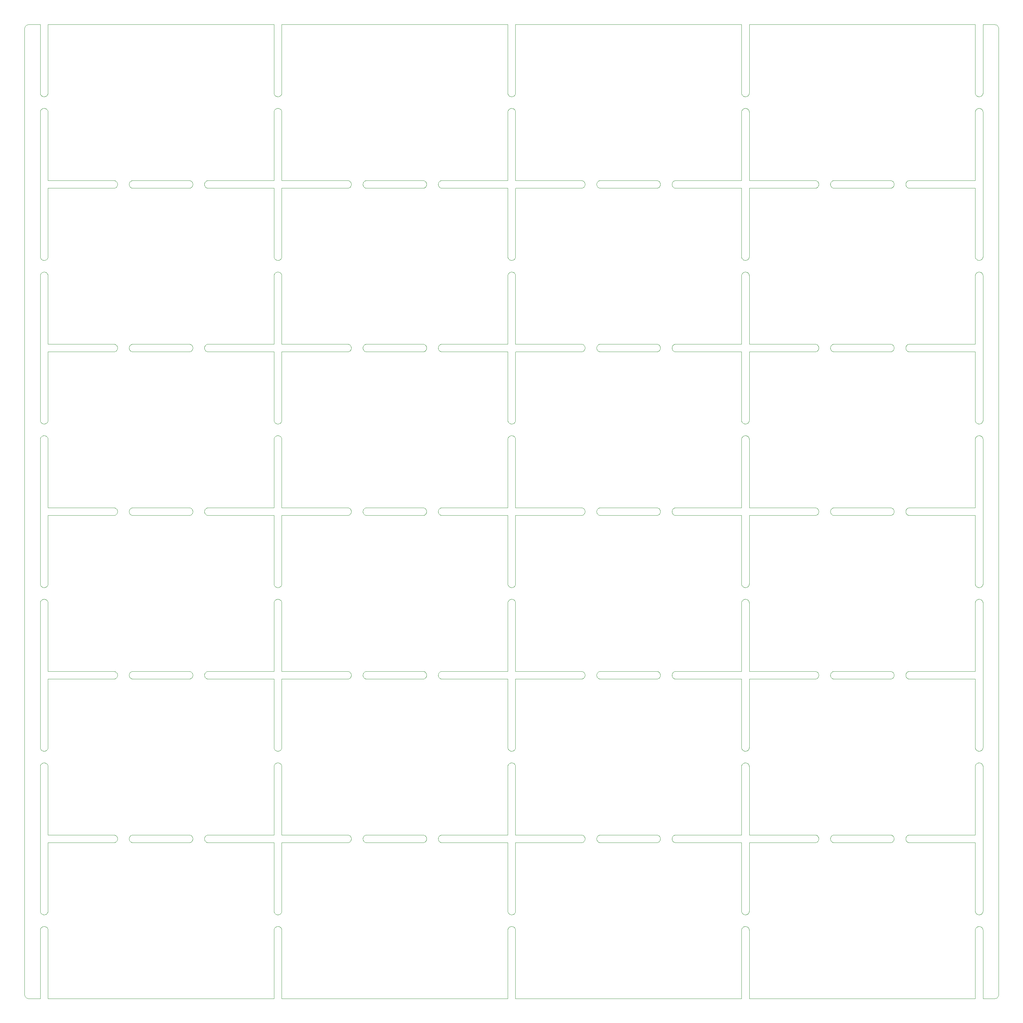
<source format=gm1>
G04 #@! TF.GenerationSoftware,KiCad,Pcbnew,5.1.12-84ad8e8a86~92~ubuntu20.04.1*
G04 #@! TF.CreationDate,2021-12-26T16:55:45+02:00*
G04 #@! TF.ProjectId,panel.opm-inline,70616e65-6c2e-46f7-906d-2d696e6c696e,rev?*
G04 #@! TF.SameCoordinates,Original*
G04 #@! TF.FileFunction,Profile,NP*
%FSLAX46Y46*%
G04 Gerber Fmt 4.6, Leading zero omitted, Abs format (unit mm)*
G04 Created by KiCad (PCBNEW 5.1.12-84ad8e8a86~92~ubuntu20.04.1) date 2021-12-26 16:55:45*
%MOMM*%
%LPD*%
G01*
G04 APERTURE LIST*
G04 #@! TA.AperFunction,Profile*
%ADD10C,0.100000*%
G04 #@! TD*
G04 APERTURE END LIST*
D10*
X21019000Y-52485061D02*
X21019000Y-69981000D01*
X21017806Y-52436423D02*
X21019000Y-52485061D01*
X21014232Y-52387963D02*
X21017806Y-52436423D01*
X21008283Y-52339736D02*
X21014232Y-52387963D01*
X20999976Y-52291860D02*
X21008283Y-52339736D01*
X20989330Y-52244449D02*
X20999976Y-52291860D01*
X20976370Y-52197618D02*
X20989330Y-52244449D01*
X20961127Y-52151479D02*
X20976370Y-52197618D01*
X20943640Y-52106143D02*
X20961127Y-52151479D01*
X20923948Y-52061720D02*
X20943640Y-52106143D01*
X20902101Y-52018317D02*
X20923948Y-52061720D01*
X20878150Y-51976038D02*
X20902101Y-52018317D01*
X20852154Y-51934985D02*
X20878150Y-51976038D01*
X20824174Y-51895258D02*
X20852154Y-51934985D01*
X20794279Y-51856951D02*
X20824174Y-51895258D01*
X20762541Y-51820157D02*
X20794279Y-51856951D01*
X20729035Y-51784964D02*
X20762541Y-51820157D01*
X20693842Y-51751458D02*
X20729035Y-51784964D01*
X20657048Y-51719720D02*
X20693842Y-51751458D01*
X20618741Y-51689825D02*
X20657048Y-51719720D01*
X20579014Y-51661845D02*
X20618741Y-51689825D01*
X20537961Y-51635849D02*
X20579014Y-51661845D01*
X20495682Y-51611898D02*
X20537961Y-51635849D01*
X20452279Y-51590051D02*
X20495682Y-51611898D01*
X20407856Y-51570359D02*
X20452279Y-51590051D01*
X20362520Y-51552872D02*
X20407856Y-51570359D01*
X20316381Y-51537629D02*
X20362520Y-51552872D01*
X20269550Y-51524669D02*
X20316381Y-51537629D01*
X20222139Y-51514023D02*
X20269550Y-51524669D01*
X20174263Y-51505716D02*
X20222139Y-51514023D01*
X20126036Y-51499767D02*
X20174263Y-51505716D01*
X20077576Y-51496193D02*
X20126036Y-51499767D01*
X20011061Y-51495000D02*
X20077576Y-51496193D01*
X19962423Y-51496193D02*
X20011061Y-51495000D01*
X19913963Y-51499767D02*
X19962423Y-51496193D01*
X19865736Y-51505716D02*
X19913963Y-51499767D01*
X19817860Y-51514023D02*
X19865736Y-51505716D01*
X19770449Y-51524669D02*
X19817860Y-51514023D01*
X19723618Y-51537629D02*
X19770449Y-51524669D01*
X19677479Y-51552872D02*
X19723618Y-51537629D01*
X19632143Y-51570359D02*
X19677479Y-51552872D01*
X19587720Y-51590051D02*
X19632143Y-51570359D01*
X19544317Y-51611898D02*
X19587720Y-51590051D01*
X19502038Y-51635849D02*
X19544317Y-51611898D01*
X19460985Y-51661845D02*
X19502038Y-51635849D01*
X19421258Y-51689825D02*
X19460985Y-51661845D01*
X19364359Y-51735363D02*
X19421258Y-51689825D01*
X19328355Y-51767995D02*
X19364359Y-51735363D01*
X19293995Y-51802355D02*
X19328355Y-51767995D01*
X19261363Y-51838359D02*
X19293995Y-51802355D01*
X19230537Y-51875921D02*
X19261363Y-51838359D01*
X19201591Y-51914950D02*
X19230537Y-51875921D01*
X19174595Y-51955352D02*
X19201591Y-51914950D01*
X19137898Y-52018317D02*
X19174595Y-51955352D01*
X19116051Y-52061720D02*
X19137898Y-52018317D01*
X19096359Y-52106143D02*
X19116051Y-52061720D01*
X19078872Y-52151479D02*
X19096359Y-52106143D01*
X19063629Y-52197618D02*
X19078872Y-52151479D01*
X19050669Y-52244449D02*
X19063629Y-52197618D01*
X19040023Y-52291860D02*
X19050669Y-52244449D01*
X19028446Y-52363813D02*
X19040023Y-52291860D01*
X19023683Y-52412171D02*
X19028446Y-52363813D01*
X19021298Y-52460704D02*
X19023683Y-52412171D01*
X19021000Y-89504938D02*
X19021298Y-52460704D01*
X19023683Y-89577828D02*
X19021000Y-89504938D01*
X19028446Y-89626186D02*
X19023683Y-89577828D01*
X19035575Y-89674252D02*
X19028446Y-89626186D01*
X19045055Y-89721910D02*
X19035575Y-89674252D01*
X19056862Y-89769045D02*
X19045055Y-89721910D01*
X19070967Y-89815544D02*
X19056862Y-89769045D01*
X19087337Y-89861295D02*
X19070967Y-89815544D01*
X19105933Y-89906188D02*
X19087337Y-89861295D01*
X19126708Y-89950114D02*
X19105933Y-89906188D01*
X19149614Y-89992968D02*
X19126708Y-89950114D01*
X19174595Y-90034647D02*
X19149614Y-89992968D01*
X19201591Y-90075049D02*
X19174595Y-90034647D01*
X19230537Y-90114078D02*
X19201591Y-90075049D01*
X19261363Y-90151640D02*
X19230537Y-90114078D01*
X19293995Y-90187644D02*
X19261363Y-90151640D01*
X19328355Y-90222004D02*
X19293995Y-90187644D01*
X19364359Y-90254636D02*
X19328355Y-90222004D01*
X19401921Y-90285462D02*
X19364359Y-90254636D01*
X19440950Y-90314408D02*
X19401921Y-90285462D01*
X19502038Y-90354150D02*
X19440950Y-90314408D01*
X19544317Y-90378101D02*
X19502038Y-90354150D01*
X19587720Y-90399948D02*
X19544317Y-90378101D01*
X19632143Y-90419640D02*
X19587720Y-90399948D01*
X19677479Y-90437127D02*
X19632143Y-90419640D01*
X19723618Y-90452370D02*
X19677479Y-90437127D01*
X19770449Y-90465330D02*
X19723618Y-90452370D01*
X19817860Y-90475976D02*
X19770449Y-90465330D01*
X19865736Y-90484283D02*
X19817860Y-90475976D01*
X19913963Y-90490232D02*
X19865736Y-90484283D01*
X19962423Y-90493806D02*
X19913963Y-90490232D01*
X20028938Y-90495000D02*
X19962423Y-90493806D01*
X20077576Y-90493806D02*
X20028938Y-90495000D01*
X20126036Y-90490232D02*
X20077576Y-90493806D01*
X20174263Y-90484283D02*
X20126036Y-90490232D01*
X20222139Y-90475976D02*
X20174263Y-90484283D01*
X20269550Y-90465330D02*
X20222139Y-90475976D01*
X20316381Y-90452370D02*
X20269550Y-90465330D01*
X20362520Y-90437127D02*
X20316381Y-90452370D01*
X20407856Y-90419640D02*
X20362520Y-90437127D01*
X20452279Y-90399948D02*
X20407856Y-90419640D01*
X20495682Y-90378101D02*
X20452279Y-90399948D01*
X20537961Y-90354150D02*
X20495682Y-90378101D01*
X20579014Y-90328154D02*
X20537961Y-90354150D01*
X20618741Y-90300174D02*
X20579014Y-90328154D01*
X20657048Y-90270279D02*
X20618741Y-90300174D01*
X20693842Y-90238541D02*
X20657048Y-90270279D01*
X20729035Y-90205035D02*
X20693842Y-90238541D01*
X20762541Y-90169842D02*
X20729035Y-90205035D01*
X20794279Y-90133048D02*
X20762541Y-90169842D01*
X20824174Y-90094741D02*
X20794279Y-90133048D01*
X20852154Y-90055014D02*
X20824174Y-90094741D01*
X20878150Y-90013961D02*
X20852154Y-90055014D01*
X20902101Y-89971682D02*
X20878150Y-90013961D01*
X20923948Y-89928279D02*
X20902101Y-89971682D01*
X20943640Y-89883856D02*
X20923948Y-89928279D01*
X20961127Y-89838520D02*
X20943640Y-89883856D01*
X20976370Y-89792381D02*
X20961127Y-89838520D01*
X20989330Y-89745550D02*
X20976370Y-89792381D01*
X20999976Y-89698139D02*
X20989330Y-89745550D01*
X21008283Y-89650263D02*
X20999976Y-89698139D01*
X21014232Y-89602036D02*
X21008283Y-89650263D01*
X21017806Y-89553576D02*
X21014232Y-89602036D01*
X21019000Y-89504938D02*
X21017806Y-89553576D01*
X21019000Y-72009000D02*
X21019000Y-89504938D01*
X21021757Y-72002104D02*
X21019000Y-72009000D01*
X21029000Y-71999000D02*
X21021757Y-72002104D01*
X37846938Y-71999000D02*
X21029000Y-71999000D01*
X37895576Y-71997806D02*
X37846938Y-71999000D01*
X37944036Y-71994232D02*
X37895576Y-71997806D01*
X37992263Y-71988283D02*
X37944036Y-71994232D01*
X38040139Y-71979976D02*
X37992263Y-71988283D01*
X38087550Y-71969330D02*
X38040139Y-71979976D01*
X38157544Y-71949032D02*
X38087550Y-71969330D01*
X38203295Y-71932662D02*
X38157544Y-71949032D01*
X38248188Y-71914066D02*
X38203295Y-71932662D01*
X38292114Y-71893291D02*
X38248188Y-71914066D01*
X38334968Y-71870385D02*
X38292114Y-71893291D01*
X38376647Y-71845404D02*
X38334968Y-71870385D01*
X38417049Y-71818408D02*
X38376647Y-71845404D01*
X38456078Y-71789462D02*
X38417049Y-71818408D01*
X38493640Y-71758636D02*
X38456078Y-71789462D01*
X38547035Y-71709035D02*
X38493640Y-71758636D01*
X38580541Y-71673842D02*
X38547035Y-71709035D01*
X38612279Y-71637048D02*
X38580541Y-71673842D01*
X38642174Y-71598741D02*
X38612279Y-71637048D01*
X38670154Y-71559014D02*
X38642174Y-71598741D01*
X38696150Y-71517961D02*
X38670154Y-71559014D01*
X38720101Y-71475682D02*
X38696150Y-71517961D01*
X38752066Y-71410188D02*
X38720101Y-71475682D01*
X38770662Y-71365295D02*
X38752066Y-71410188D01*
X38787032Y-71319544D02*
X38770662Y-71365295D01*
X38801137Y-71273045D02*
X38787032Y-71319544D01*
X38812944Y-71225910D02*
X38801137Y-71273045D01*
X38822424Y-71178252D02*
X38812944Y-71225910D01*
X38829553Y-71130186D02*
X38822424Y-71178252D01*
X38835806Y-71057576D02*
X38829553Y-71130186D01*
X38836701Y-70956704D02*
X38835806Y-71057576D01*
X38834316Y-70908171D02*
X38836701Y-70956704D01*
X38829553Y-70859813D02*
X38834316Y-70908171D01*
X38822424Y-70811747D02*
X38829553Y-70859813D01*
X38812944Y-70764089D02*
X38822424Y-70811747D01*
X38801137Y-70716954D02*
X38812944Y-70764089D01*
X38787032Y-70670455D02*
X38801137Y-70716954D01*
X38770662Y-70624704D02*
X38787032Y-70670455D01*
X38752066Y-70579811D02*
X38770662Y-70624704D01*
X38731291Y-70535885D02*
X38752066Y-70579811D01*
X38708385Y-70493031D02*
X38731291Y-70535885D01*
X38683404Y-70451352D02*
X38708385Y-70493031D01*
X38656408Y-70410950D02*
X38683404Y-70451352D01*
X38627462Y-70371921D02*
X38656408Y-70410950D01*
X38596636Y-70334359D02*
X38627462Y-70371921D01*
X38564004Y-70298355D02*
X38596636Y-70334359D01*
X38529644Y-70263995D02*
X38564004Y-70298355D01*
X38493640Y-70231363D02*
X38529644Y-70263995D01*
X38456078Y-70200537D02*
X38493640Y-70231363D01*
X38417049Y-70171591D02*
X38456078Y-70200537D01*
X38376647Y-70144595D02*
X38417049Y-70171591D01*
X38334968Y-70119614D02*
X38376647Y-70144595D01*
X38270279Y-70086051D02*
X38334968Y-70119614D01*
X38225856Y-70066359D02*
X38270279Y-70086051D01*
X38180520Y-70048872D02*
X38225856Y-70066359D01*
X38134381Y-70033629D02*
X38180520Y-70048872D01*
X38087550Y-70020669D02*
X38134381Y-70033629D01*
X38040139Y-70010023D02*
X38087550Y-70020669D01*
X37992263Y-70001716D02*
X38040139Y-70010023D01*
X37944036Y-69995767D02*
X37992263Y-70001716D01*
X37895576Y-69992193D02*
X37944036Y-69995767D01*
X37846938Y-69991000D02*
X37895576Y-69992193D01*
X21029000Y-69991000D02*
X37846938Y-69991000D01*
X21021928Y-69988071D02*
X21029000Y-69991000D01*
X21019000Y-69981000D02*
X21021928Y-69988071D01*
X21019000Y-94485061D02*
X21019000Y-111981000D01*
X21017806Y-94436423D02*
X21019000Y-94485061D01*
X21014232Y-94387963D02*
X21017806Y-94436423D01*
X21008283Y-94339736D02*
X21014232Y-94387963D01*
X20999976Y-94291860D02*
X21008283Y-94339736D01*
X20989330Y-94244449D02*
X20999976Y-94291860D01*
X20976370Y-94197618D02*
X20989330Y-94244449D01*
X20961127Y-94151479D02*
X20976370Y-94197618D01*
X20943640Y-94106143D02*
X20961127Y-94151479D01*
X20923948Y-94061720D02*
X20943640Y-94106143D01*
X20902101Y-94018317D02*
X20923948Y-94061720D01*
X20878150Y-93976038D02*
X20902101Y-94018317D01*
X20852154Y-93934985D02*
X20878150Y-93976038D01*
X20824174Y-93895258D02*
X20852154Y-93934985D01*
X20794279Y-93856951D02*
X20824174Y-93895258D01*
X20762541Y-93820157D02*
X20794279Y-93856951D01*
X20729035Y-93784964D02*
X20762541Y-93820157D01*
X20693842Y-93751458D02*
X20729035Y-93784964D01*
X20657048Y-93719720D02*
X20693842Y-93751458D01*
X20618741Y-93689825D02*
X20657048Y-93719720D01*
X20579014Y-93661845D02*
X20618741Y-93689825D01*
X20537961Y-93635849D02*
X20579014Y-93661845D01*
X20495682Y-93611898D02*
X20537961Y-93635849D01*
X20452279Y-93590051D02*
X20495682Y-93611898D01*
X20407856Y-93570359D02*
X20452279Y-93590051D01*
X20362520Y-93552872D02*
X20407856Y-93570359D01*
X20316381Y-93537629D02*
X20362520Y-93552872D01*
X20269550Y-93524669D02*
X20316381Y-93537629D01*
X20222139Y-93514023D02*
X20269550Y-93524669D01*
X20174263Y-93505716D02*
X20222139Y-93514023D01*
X20126036Y-93499767D02*
X20174263Y-93505716D01*
X20077576Y-93496193D02*
X20126036Y-93499767D01*
X20011061Y-93495000D02*
X20077576Y-93496193D01*
X19962423Y-93496193D02*
X20011061Y-93495000D01*
X19913963Y-93499767D02*
X19962423Y-93496193D01*
X19865736Y-93505716D02*
X19913963Y-93499767D01*
X19817860Y-93514023D02*
X19865736Y-93505716D01*
X19770449Y-93524669D02*
X19817860Y-93514023D01*
X19700455Y-93544967D02*
X19770449Y-93524669D01*
X19654704Y-93561337D02*
X19700455Y-93544967D01*
X19609811Y-93579933D02*
X19654704Y-93561337D01*
X19565885Y-93600708D02*
X19609811Y-93579933D01*
X19523031Y-93623614D02*
X19565885Y-93600708D01*
X19481352Y-93648595D02*
X19523031Y-93623614D01*
X19440950Y-93675591D02*
X19481352Y-93648595D01*
X19401921Y-93704537D02*
X19440950Y-93675591D01*
X19364359Y-93735363D02*
X19401921Y-93704537D01*
X19310964Y-93784964D02*
X19364359Y-93735363D01*
X19277458Y-93820157D02*
X19310964Y-93784964D01*
X19245720Y-93856951D02*
X19277458Y-93820157D01*
X19215825Y-93895258D02*
X19245720Y-93856951D01*
X19187845Y-93934985D02*
X19215825Y-93895258D01*
X19161849Y-93976038D02*
X19187845Y-93934985D01*
X19137898Y-94018317D02*
X19161849Y-93976038D01*
X19116051Y-94061720D02*
X19137898Y-94018317D01*
X19096359Y-94106143D02*
X19116051Y-94061720D01*
X19078872Y-94151479D02*
X19096359Y-94106143D01*
X19063629Y-94197618D02*
X19078872Y-94151479D01*
X19050669Y-94244449D02*
X19063629Y-94197618D01*
X19040023Y-94291860D02*
X19050669Y-94244449D01*
X19028446Y-94363813D02*
X19040023Y-94291860D01*
X19023683Y-94412171D02*
X19028446Y-94363813D01*
X19021298Y-94460704D02*
X19023683Y-94412171D01*
X19021000Y-131494938D02*
X19021298Y-94460704D01*
X19023683Y-131567828D02*
X19021000Y-131494938D01*
X19028446Y-131616186D02*
X19023683Y-131567828D01*
X19035575Y-131664252D02*
X19028446Y-131616186D01*
X19045055Y-131711910D02*
X19035575Y-131664252D01*
X19056862Y-131759045D02*
X19045055Y-131711910D01*
X19070967Y-131805544D02*
X19056862Y-131759045D01*
X19087337Y-131851295D02*
X19070967Y-131805544D01*
X19105933Y-131896188D02*
X19087337Y-131851295D01*
X19126708Y-131940114D02*
X19105933Y-131896188D01*
X19149614Y-131982968D02*
X19126708Y-131940114D01*
X19174595Y-132024647D02*
X19149614Y-131982968D01*
X19201591Y-132065049D02*
X19174595Y-132024647D01*
X19230537Y-132104078D02*
X19201591Y-132065049D01*
X19261363Y-132141640D02*
X19230537Y-132104078D01*
X19293995Y-132177644D02*
X19261363Y-132141640D01*
X19328355Y-132212004D02*
X19293995Y-132177644D01*
X19364359Y-132244636D02*
X19328355Y-132212004D01*
X19401921Y-132275462D02*
X19364359Y-132244636D01*
X19440950Y-132304408D02*
X19401921Y-132275462D01*
X19502038Y-132344150D02*
X19440950Y-132304408D01*
X19544317Y-132368101D02*
X19502038Y-132344150D01*
X19587720Y-132389948D02*
X19544317Y-132368101D01*
X19632143Y-132409640D02*
X19587720Y-132389948D01*
X19677479Y-132427127D02*
X19632143Y-132409640D01*
X19723618Y-132442370D02*
X19677479Y-132427127D01*
X19770449Y-132455330D02*
X19723618Y-132442370D01*
X19817860Y-132465976D02*
X19770449Y-132455330D01*
X19865736Y-132474283D02*
X19817860Y-132465976D01*
X19913963Y-132480232D02*
X19865736Y-132474283D01*
X19962423Y-132483806D02*
X19913963Y-132480232D01*
X20028938Y-132485000D02*
X19962423Y-132483806D01*
X20077576Y-132483806D02*
X20028938Y-132485000D01*
X20126036Y-132480232D02*
X20077576Y-132483806D01*
X20174263Y-132474283D02*
X20126036Y-132480232D01*
X20222139Y-132465976D02*
X20174263Y-132474283D01*
X20269550Y-132455330D02*
X20222139Y-132465976D01*
X20316381Y-132442370D02*
X20269550Y-132455330D01*
X20362520Y-132427127D02*
X20316381Y-132442370D01*
X20407856Y-132409640D02*
X20362520Y-132427127D01*
X20452279Y-132389948D02*
X20407856Y-132409640D01*
X20495682Y-132368101D02*
X20452279Y-132389948D01*
X20537961Y-132344150D02*
X20495682Y-132368101D01*
X20579014Y-132318154D02*
X20537961Y-132344150D01*
X20618741Y-132290174D02*
X20579014Y-132318154D01*
X20657048Y-132260279D02*
X20618741Y-132290174D01*
X20693842Y-132228541D02*
X20657048Y-132260279D01*
X20729035Y-132195035D02*
X20693842Y-132228541D01*
X20762541Y-132159842D02*
X20729035Y-132195035D01*
X20794279Y-132123048D02*
X20762541Y-132159842D01*
X20824174Y-132084741D02*
X20794279Y-132123048D01*
X20852154Y-132045014D02*
X20824174Y-132084741D01*
X20878150Y-132003961D02*
X20852154Y-132045014D01*
X20902101Y-131961682D02*
X20878150Y-132003961D01*
X20923948Y-131918279D02*
X20902101Y-131961682D01*
X20943640Y-131873856D02*
X20923948Y-131918279D01*
X20961127Y-131828520D02*
X20943640Y-131873856D01*
X20976370Y-131782381D02*
X20961127Y-131828520D01*
X20989330Y-131735550D02*
X20976370Y-131782381D01*
X20999976Y-131688139D02*
X20989330Y-131735550D01*
X21008283Y-131640263D02*
X20999976Y-131688139D01*
X21014232Y-131592036D02*
X21008283Y-131640263D01*
X21017806Y-131543576D02*
X21014232Y-131592036D01*
X21019000Y-131494938D02*
X21017806Y-131543576D01*
X21019000Y-113999000D02*
X21019000Y-131494938D01*
X21021757Y-113992104D02*
X21019000Y-113999000D01*
X21029000Y-113989000D02*
X21021757Y-113992104D01*
X37846938Y-113989000D02*
X21029000Y-113989000D01*
X37895576Y-113987806D02*
X37846938Y-113989000D01*
X37944036Y-113984232D02*
X37895576Y-113987806D01*
X37992263Y-113978283D02*
X37944036Y-113984232D01*
X38040139Y-113969976D02*
X37992263Y-113978283D01*
X38087550Y-113959330D02*
X38040139Y-113969976D01*
X38157544Y-113939032D02*
X38087550Y-113959330D01*
X38203295Y-113922662D02*
X38157544Y-113939032D01*
X38248188Y-113904066D02*
X38203295Y-113922662D01*
X38292114Y-113883291D02*
X38248188Y-113904066D01*
X38334968Y-113860385D02*
X38292114Y-113883291D01*
X38376647Y-113835404D02*
X38334968Y-113860385D01*
X38417049Y-113808408D02*
X38376647Y-113835404D01*
X38456078Y-113779462D02*
X38417049Y-113808408D01*
X38493640Y-113748636D02*
X38456078Y-113779462D01*
X38547035Y-113699035D02*
X38493640Y-113748636D01*
X38580541Y-113663842D02*
X38547035Y-113699035D01*
X38612279Y-113627048D02*
X38580541Y-113663842D01*
X38642174Y-113588741D02*
X38612279Y-113627048D01*
X38670154Y-113549014D02*
X38642174Y-113588741D01*
X38696150Y-113507961D02*
X38670154Y-113549014D01*
X38720101Y-113465682D02*
X38696150Y-113507961D01*
X38752066Y-113400188D02*
X38720101Y-113465682D01*
X38770662Y-113355295D02*
X38752066Y-113400188D01*
X38787032Y-113309544D02*
X38770662Y-113355295D01*
X38801137Y-113263045D02*
X38787032Y-113309544D01*
X38812944Y-113215910D02*
X38801137Y-113263045D01*
X38822424Y-113168252D02*
X38812944Y-113215910D01*
X38829553Y-113120186D02*
X38822424Y-113168252D01*
X38835806Y-113047576D02*
X38829553Y-113120186D01*
X38837000Y-112981061D02*
X38835806Y-113047576D01*
X38835806Y-112932423D02*
X38837000Y-112981061D01*
X38832232Y-112883963D02*
X38835806Y-112932423D01*
X38826283Y-112835736D02*
X38832232Y-112883963D01*
X38817976Y-112787860D02*
X38826283Y-112835736D01*
X38807330Y-112740449D02*
X38817976Y-112787860D01*
X38794370Y-112693618D02*
X38807330Y-112740449D01*
X38779127Y-112647479D02*
X38794370Y-112693618D01*
X38761640Y-112602143D02*
X38779127Y-112647479D01*
X38741948Y-112557720D02*
X38761640Y-112602143D01*
X38720101Y-112514317D02*
X38741948Y-112557720D01*
X38696150Y-112472038D02*
X38720101Y-112514317D01*
X38670154Y-112430985D02*
X38696150Y-112472038D01*
X38642174Y-112391258D02*
X38670154Y-112430985D01*
X38612279Y-112352951D02*
X38642174Y-112391258D01*
X38580541Y-112316157D02*
X38612279Y-112352951D01*
X38547035Y-112280964D02*
X38580541Y-112316157D01*
X38511842Y-112247458D02*
X38547035Y-112280964D01*
X38475048Y-112215720D02*
X38511842Y-112247458D01*
X38436741Y-112185825D02*
X38475048Y-112215720D01*
X38397014Y-112157845D02*
X38436741Y-112185825D01*
X38355961Y-112131849D02*
X38397014Y-112157845D01*
X38313682Y-112107898D02*
X38355961Y-112131849D01*
X38270279Y-112086051D02*
X38313682Y-112107898D01*
X38225856Y-112066359D02*
X38270279Y-112086051D01*
X38180520Y-112048872D02*
X38225856Y-112066359D01*
X38134381Y-112033629D02*
X38180520Y-112048872D01*
X38087550Y-112020669D02*
X38134381Y-112033629D01*
X38040139Y-112010023D02*
X38087550Y-112020669D01*
X37992263Y-112001716D02*
X38040139Y-112010023D01*
X37944036Y-111995767D02*
X37992263Y-112001716D01*
X37895576Y-111992193D02*
X37944036Y-111995767D01*
X37846938Y-111991000D02*
X37895576Y-111992193D01*
X21029000Y-111991000D02*
X37846938Y-111991000D01*
X21021928Y-111988071D02*
X21029000Y-111991000D01*
X21019000Y-111981000D02*
X21021928Y-111988071D01*
X21019000Y-136475061D02*
X21019000Y-153971000D01*
X21017806Y-136426423D02*
X21019000Y-136475061D01*
X21014232Y-136377963D02*
X21017806Y-136426423D01*
X21008283Y-136329736D02*
X21014232Y-136377963D01*
X20999976Y-136281860D02*
X21008283Y-136329736D01*
X20989330Y-136234449D02*
X20999976Y-136281860D01*
X20976370Y-136187618D02*
X20989330Y-136234449D01*
X20961127Y-136141479D02*
X20976370Y-136187618D01*
X20943640Y-136096143D02*
X20961127Y-136141479D01*
X20923948Y-136051720D02*
X20943640Y-136096143D01*
X20902101Y-136008317D02*
X20923948Y-136051720D01*
X20878150Y-135966038D02*
X20902101Y-136008317D01*
X20852154Y-135924985D02*
X20878150Y-135966038D01*
X20824174Y-135885258D02*
X20852154Y-135924985D01*
X20794279Y-135846951D02*
X20824174Y-135885258D01*
X20762541Y-135810157D02*
X20794279Y-135846951D01*
X20729035Y-135774964D02*
X20762541Y-135810157D01*
X20693842Y-135741458D02*
X20729035Y-135774964D01*
X20657048Y-135709720D02*
X20693842Y-135741458D01*
X20618741Y-135679825D02*
X20657048Y-135709720D01*
X20579014Y-135651845D02*
X20618741Y-135679825D01*
X20537961Y-135625849D02*
X20579014Y-135651845D01*
X20495682Y-135601898D02*
X20537961Y-135625849D01*
X20452279Y-135580051D02*
X20495682Y-135601898D01*
X20407856Y-135560359D02*
X20452279Y-135580051D01*
X20362520Y-135542872D02*
X20407856Y-135560359D01*
X20316381Y-135527629D02*
X20362520Y-135542872D01*
X20269550Y-135514669D02*
X20316381Y-135527629D01*
X20222139Y-135504023D02*
X20269550Y-135514669D01*
X20174263Y-135495716D02*
X20222139Y-135504023D01*
X20126036Y-135489767D02*
X20174263Y-135495716D01*
X20077576Y-135486193D02*
X20126036Y-135489767D01*
X20011061Y-135485000D02*
X20077576Y-135486193D01*
X19962423Y-135486193D02*
X20011061Y-135485000D01*
X19889813Y-135492446D02*
X19962423Y-135486193D01*
X19841747Y-135499575D02*
X19889813Y-135492446D01*
X19794089Y-135509055D02*
X19841747Y-135499575D01*
X19746954Y-135520862D02*
X19794089Y-135509055D01*
X19700455Y-135534967D02*
X19746954Y-135520862D01*
X19654704Y-135551337D02*
X19700455Y-135534967D01*
X19609811Y-135569933D02*
X19654704Y-135551337D01*
X19565885Y-135590708D02*
X19609811Y-135569933D01*
X19523031Y-135613614D02*
X19565885Y-135590708D01*
X19481352Y-135638595D02*
X19523031Y-135613614D01*
X19440950Y-135665591D02*
X19481352Y-135638595D01*
X19401921Y-135694537D02*
X19440950Y-135665591D01*
X19364359Y-135725363D02*
X19401921Y-135694537D01*
X19310964Y-135774964D02*
X19364359Y-135725363D01*
X19277458Y-135810157D02*
X19310964Y-135774964D01*
X19245720Y-135846951D02*
X19277458Y-135810157D01*
X19215825Y-135885258D02*
X19245720Y-135846951D01*
X19187845Y-135924985D02*
X19215825Y-135885258D01*
X19161849Y-135966038D02*
X19187845Y-135924985D01*
X19137898Y-136008317D02*
X19161849Y-135966038D01*
X19116051Y-136051720D02*
X19137898Y-136008317D01*
X19096359Y-136096143D02*
X19116051Y-136051720D01*
X19078872Y-136141479D02*
X19096359Y-136096143D01*
X19063629Y-136187618D02*
X19078872Y-136141479D01*
X19045055Y-136258089D02*
X19063629Y-136187618D01*
X19035575Y-136305747D02*
X19045055Y-136258089D01*
X19028446Y-136353813D02*
X19035575Y-136305747D01*
X19023683Y-136402171D02*
X19028446Y-136353813D01*
X19021298Y-136450704D02*
X19023683Y-136402171D01*
X19021000Y-173484938D02*
X19021298Y-136450704D01*
X19023683Y-173557828D02*
X19021000Y-173484938D01*
X19028446Y-173606186D02*
X19023683Y-173557828D01*
X19035575Y-173654252D02*
X19028446Y-173606186D01*
X19045055Y-173701910D02*
X19035575Y-173654252D01*
X19056862Y-173749045D02*
X19045055Y-173701910D01*
X19070967Y-173795544D02*
X19056862Y-173749045D01*
X19087337Y-173841295D02*
X19070967Y-173795544D01*
X19105933Y-173886188D02*
X19087337Y-173841295D01*
X19126708Y-173930114D02*
X19105933Y-173886188D01*
X19149614Y-173972968D02*
X19126708Y-173930114D01*
X19174595Y-174014647D02*
X19149614Y-173972968D01*
X19201591Y-174055049D02*
X19174595Y-174014647D01*
X19230537Y-174094078D02*
X19201591Y-174055049D01*
X19261363Y-174131640D02*
X19230537Y-174094078D01*
X19293995Y-174167644D02*
X19261363Y-174131640D01*
X19328355Y-174202004D02*
X19293995Y-174167644D01*
X19364359Y-174234636D02*
X19328355Y-174202004D01*
X19401921Y-174265462D02*
X19364359Y-174234636D01*
X19440950Y-174294408D02*
X19401921Y-174265462D01*
X19481352Y-174321404D02*
X19440950Y-174294408D01*
X19523031Y-174346385D02*
X19481352Y-174321404D01*
X19565885Y-174369291D02*
X19523031Y-174346385D01*
X19609811Y-174390066D02*
X19565885Y-174369291D01*
X19654704Y-174408662D02*
X19609811Y-174390066D01*
X19700455Y-174425032D02*
X19654704Y-174408662D01*
X19746954Y-174439137D02*
X19700455Y-174425032D01*
X19794089Y-174450944D02*
X19746954Y-174439137D01*
X19841747Y-174460424D02*
X19794089Y-174450944D01*
X19889813Y-174467553D02*
X19841747Y-174460424D01*
X19962423Y-174473806D02*
X19889813Y-174467553D01*
X20028938Y-174475000D02*
X19962423Y-174473806D01*
X20077576Y-174473806D02*
X20028938Y-174475000D01*
X20126036Y-174470232D02*
X20077576Y-174473806D01*
X20174263Y-174464283D02*
X20126036Y-174470232D01*
X20222139Y-174455976D02*
X20174263Y-174464283D01*
X20269550Y-174445330D02*
X20222139Y-174455976D01*
X20316381Y-174432370D02*
X20269550Y-174445330D01*
X20362520Y-174417127D02*
X20316381Y-174432370D01*
X20407856Y-174399640D02*
X20362520Y-174417127D01*
X20452279Y-174379948D02*
X20407856Y-174399640D01*
X20495682Y-174358101D02*
X20452279Y-174379948D01*
X20537961Y-174334150D02*
X20495682Y-174358101D01*
X20579014Y-174308154D02*
X20537961Y-174334150D01*
X20618741Y-174280174D02*
X20579014Y-174308154D01*
X20657048Y-174250279D02*
X20618741Y-174280174D01*
X20693842Y-174218541D02*
X20657048Y-174250279D01*
X20729035Y-174185035D02*
X20693842Y-174218541D01*
X20762541Y-174149842D02*
X20729035Y-174185035D01*
X20794279Y-174113048D02*
X20762541Y-174149842D01*
X20824174Y-174074741D02*
X20794279Y-174113048D01*
X20852154Y-174035014D02*
X20824174Y-174074741D01*
X20878150Y-173993961D02*
X20852154Y-174035014D01*
X20902101Y-173951682D02*
X20878150Y-173993961D01*
X20923948Y-173908279D02*
X20902101Y-173951682D01*
X20943640Y-173863856D02*
X20923948Y-173908279D01*
X20961127Y-173818520D02*
X20943640Y-173863856D01*
X20976370Y-173772381D02*
X20961127Y-173818520D01*
X20989330Y-173725550D02*
X20976370Y-173772381D01*
X20999976Y-173678139D02*
X20989330Y-173725550D01*
X21008283Y-173630263D02*
X20999976Y-173678139D01*
X21014232Y-173582036D02*
X21008283Y-173630263D01*
X21017806Y-173533576D02*
X21014232Y-173582036D01*
X21019000Y-173484938D02*
X21017806Y-173533576D01*
X21019000Y-155989000D02*
X21019000Y-173484938D01*
X21021757Y-155982104D02*
X21019000Y-155989000D01*
X21029000Y-155979000D02*
X21021757Y-155982104D01*
X37846938Y-155979000D02*
X21029000Y-155979000D01*
X37895576Y-155977806D02*
X37846938Y-155979000D01*
X37968186Y-155971553D02*
X37895576Y-155977806D01*
X38016252Y-155964424D02*
X37968186Y-155971553D01*
X38063910Y-155954944D02*
X38016252Y-155964424D01*
X38111045Y-155943137D02*
X38063910Y-155954944D01*
X38157544Y-155929032D02*
X38111045Y-155943137D01*
X38203295Y-155912662D02*
X38157544Y-155929032D01*
X38248188Y-155894066D02*
X38203295Y-155912662D01*
X38292114Y-155873291D02*
X38248188Y-155894066D01*
X38334968Y-155850385D02*
X38292114Y-155873291D01*
X38376647Y-155825404D02*
X38334968Y-155850385D01*
X38417049Y-155798408D02*
X38376647Y-155825404D01*
X38456078Y-155769462D02*
X38417049Y-155798408D01*
X38493640Y-155738636D02*
X38456078Y-155769462D01*
X38547035Y-155689035D02*
X38493640Y-155738636D01*
X38580541Y-155653842D02*
X38547035Y-155689035D01*
X38612279Y-155617048D02*
X38580541Y-155653842D01*
X38656408Y-155559049D02*
X38612279Y-155617048D01*
X38683404Y-155518647D02*
X38656408Y-155559049D01*
X38708385Y-155476968D02*
X38683404Y-155518647D01*
X38731291Y-155434114D02*
X38708385Y-155476968D01*
X38752066Y-155390188D02*
X38731291Y-155434114D01*
X38770662Y-155345295D02*
X38752066Y-155390188D01*
X38787032Y-155299544D02*
X38770662Y-155345295D01*
X38801137Y-155253045D02*
X38787032Y-155299544D01*
X38812944Y-155205910D02*
X38801137Y-155253045D01*
X38826283Y-155134263D02*
X38812944Y-155205910D01*
X38832232Y-155086036D02*
X38826283Y-155134263D01*
X38835806Y-155037576D02*
X38832232Y-155086036D01*
X38837000Y-154971061D02*
X38835806Y-155037576D01*
X38835806Y-154922423D02*
X38837000Y-154971061D01*
X38832232Y-154873963D02*
X38835806Y-154922423D01*
X38826283Y-154825736D02*
X38832232Y-154873963D01*
X38817976Y-154777860D02*
X38826283Y-154825736D01*
X38807330Y-154730449D02*
X38817976Y-154777860D01*
X38794370Y-154683618D02*
X38807330Y-154730449D01*
X38779127Y-154637479D02*
X38794370Y-154683618D01*
X38761640Y-154592143D02*
X38779127Y-154637479D01*
X38741948Y-154547720D02*
X38761640Y-154592143D01*
X38720101Y-154504317D02*
X38741948Y-154547720D01*
X38696150Y-154462038D02*
X38720101Y-154504317D01*
X38670154Y-154420985D02*
X38696150Y-154462038D01*
X38642174Y-154381258D02*
X38670154Y-154420985D01*
X38612279Y-154342951D02*
X38642174Y-154381258D01*
X38580541Y-154306157D02*
X38612279Y-154342951D01*
X38547035Y-154270964D02*
X38580541Y-154306157D01*
X38511842Y-154237458D02*
X38547035Y-154270964D01*
X38475048Y-154205720D02*
X38511842Y-154237458D01*
X38436741Y-154175825D02*
X38475048Y-154205720D01*
X38397014Y-154147845D02*
X38436741Y-154175825D01*
X38355961Y-154121849D02*
X38397014Y-154147845D01*
X38313682Y-154097898D02*
X38355961Y-154121849D01*
X38270279Y-154076051D02*
X38313682Y-154097898D01*
X38225856Y-154056359D02*
X38270279Y-154076051D01*
X38180520Y-154038872D02*
X38225856Y-154056359D01*
X38134381Y-154023629D02*
X38180520Y-154038872D01*
X38087550Y-154010669D02*
X38134381Y-154023629D01*
X38040139Y-154000023D02*
X38087550Y-154010669D01*
X37992263Y-153991716D02*
X38040139Y-154000023D01*
X37944036Y-153985767D02*
X37992263Y-153991716D01*
X37895576Y-153982193D02*
X37944036Y-153985767D01*
X37846938Y-153981000D02*
X37895576Y-153982193D01*
X21029000Y-153981000D02*
X37846938Y-153981000D01*
X21021928Y-153978071D02*
X21029000Y-153981000D01*
X21019000Y-153971000D02*
X21021928Y-153978071D01*
X21019000Y-178465061D02*
X21019000Y-195961000D01*
X21017806Y-178416423D02*
X21019000Y-178465061D01*
X21014232Y-178367963D02*
X21017806Y-178416423D01*
X21008283Y-178319736D02*
X21014232Y-178367963D01*
X20999976Y-178271860D02*
X21008283Y-178319736D01*
X20989330Y-178224449D02*
X20999976Y-178271860D01*
X20976370Y-178177618D02*
X20989330Y-178224449D01*
X20961127Y-178131479D02*
X20976370Y-178177618D01*
X20943640Y-178086143D02*
X20961127Y-178131479D01*
X20923948Y-178041720D02*
X20943640Y-178086143D01*
X20902101Y-177998317D02*
X20923948Y-178041720D01*
X20878150Y-177956038D02*
X20902101Y-177998317D01*
X20852154Y-177914985D02*
X20878150Y-177956038D01*
X20824174Y-177875258D02*
X20852154Y-177914985D01*
X20794279Y-177836951D02*
X20824174Y-177875258D01*
X20762541Y-177800157D02*
X20794279Y-177836951D01*
X20729035Y-177764964D02*
X20762541Y-177800157D01*
X20693842Y-177731458D02*
X20729035Y-177764964D01*
X20657048Y-177699720D02*
X20693842Y-177731458D01*
X20618741Y-177669825D02*
X20657048Y-177699720D01*
X20579014Y-177641845D02*
X20618741Y-177669825D01*
X20537961Y-177615849D02*
X20579014Y-177641845D01*
X20495682Y-177591898D02*
X20537961Y-177615849D01*
X20452279Y-177570051D02*
X20495682Y-177591898D01*
X20407856Y-177550359D02*
X20452279Y-177570051D01*
X20362520Y-177532872D02*
X20407856Y-177550359D01*
X20316381Y-177517629D02*
X20362520Y-177532872D01*
X20269550Y-177504669D02*
X20316381Y-177517629D01*
X20222139Y-177494023D02*
X20269550Y-177504669D01*
X20174263Y-177485716D02*
X20222139Y-177494023D01*
X20126036Y-177479767D02*
X20174263Y-177485716D01*
X20077576Y-177476193D02*
X20126036Y-177479767D01*
X20011061Y-177475000D02*
X20077576Y-177476193D01*
X19962423Y-177476193D02*
X20011061Y-177475000D01*
X19889813Y-177482446D02*
X19962423Y-177476193D01*
X19841747Y-177489575D02*
X19889813Y-177482446D01*
X19794089Y-177499055D02*
X19841747Y-177489575D01*
X19746954Y-177510862D02*
X19794089Y-177499055D01*
X19700455Y-177524967D02*
X19746954Y-177510862D01*
X19654704Y-177541337D02*
X19700455Y-177524967D01*
X19609811Y-177559933D02*
X19654704Y-177541337D01*
X19565885Y-177580708D02*
X19609811Y-177559933D01*
X19523031Y-177603614D02*
X19565885Y-177580708D01*
X19481352Y-177628595D02*
X19523031Y-177603614D01*
X19440950Y-177655591D02*
X19481352Y-177628595D01*
X19401921Y-177684537D02*
X19440950Y-177655591D01*
X19364359Y-177715363D02*
X19401921Y-177684537D01*
X19310964Y-177764964D02*
X19364359Y-177715363D01*
X19277458Y-177800157D02*
X19310964Y-177764964D01*
X19245720Y-177836951D02*
X19277458Y-177800157D01*
X19215825Y-177875258D02*
X19245720Y-177836951D01*
X19187845Y-177914985D02*
X19215825Y-177875258D01*
X19161849Y-177956038D02*
X19187845Y-177914985D01*
X19137898Y-177998317D02*
X19161849Y-177956038D01*
X19116051Y-178041720D02*
X19137898Y-177998317D01*
X19096359Y-178086143D02*
X19116051Y-178041720D01*
X19078872Y-178131479D02*
X19096359Y-178086143D01*
X19063629Y-178177618D02*
X19078872Y-178131479D01*
X19045055Y-178248089D02*
X19063629Y-178177618D01*
X19035575Y-178295747D02*
X19045055Y-178248089D01*
X19028446Y-178343813D02*
X19035575Y-178295747D01*
X19023683Y-178392171D02*
X19028446Y-178343813D01*
X19021298Y-178440704D02*
X19023683Y-178392171D01*
X19021000Y-215474938D02*
X19021298Y-178440704D01*
X19023683Y-215547828D02*
X19021000Y-215474938D01*
X19028446Y-215596186D02*
X19023683Y-215547828D01*
X19035575Y-215644252D02*
X19028446Y-215596186D01*
X19045055Y-215691910D02*
X19035575Y-215644252D01*
X19056862Y-215739045D02*
X19045055Y-215691910D01*
X19070967Y-215785544D02*
X19056862Y-215739045D01*
X19087337Y-215831295D02*
X19070967Y-215785544D01*
X19105933Y-215876188D02*
X19087337Y-215831295D01*
X19126708Y-215920114D02*
X19105933Y-215876188D01*
X19149614Y-215962968D02*
X19126708Y-215920114D01*
X19174595Y-216004647D02*
X19149614Y-215962968D01*
X19201591Y-216045049D02*
X19174595Y-216004647D01*
X19230537Y-216084078D02*
X19201591Y-216045049D01*
X19261363Y-216121640D02*
X19230537Y-216084078D01*
X19293995Y-216157644D02*
X19261363Y-216121640D01*
X19328355Y-216192004D02*
X19293995Y-216157644D01*
X19364359Y-216224636D02*
X19328355Y-216192004D01*
X19401921Y-216255462D02*
X19364359Y-216224636D01*
X19440950Y-216284408D02*
X19401921Y-216255462D01*
X19481352Y-216311404D02*
X19440950Y-216284408D01*
X19523031Y-216336385D02*
X19481352Y-216311404D01*
X19565885Y-216359291D02*
X19523031Y-216336385D01*
X19609811Y-216380066D02*
X19565885Y-216359291D01*
X19654704Y-216398662D02*
X19609811Y-216380066D01*
X19700455Y-216415032D02*
X19654704Y-216398662D01*
X19746954Y-216429137D02*
X19700455Y-216415032D01*
X19794089Y-216440944D02*
X19746954Y-216429137D01*
X19841747Y-216450424D02*
X19794089Y-216440944D01*
X19889813Y-216457553D02*
X19841747Y-216450424D01*
X19962423Y-216463806D02*
X19889813Y-216457553D01*
X20028938Y-216465000D02*
X19962423Y-216463806D01*
X20077576Y-216463806D02*
X20028938Y-216465000D01*
X20126036Y-216460232D02*
X20077576Y-216463806D01*
X20174263Y-216454283D02*
X20126036Y-216460232D01*
X20222139Y-216445976D02*
X20174263Y-216454283D01*
X20269550Y-216435330D02*
X20222139Y-216445976D01*
X20316381Y-216422370D02*
X20269550Y-216435330D01*
X20362520Y-216407127D02*
X20316381Y-216422370D01*
X20407856Y-216389640D02*
X20362520Y-216407127D01*
X20452279Y-216369948D02*
X20407856Y-216389640D01*
X20495682Y-216348101D02*
X20452279Y-216369948D01*
X20537961Y-216324150D02*
X20495682Y-216348101D01*
X20579014Y-216298154D02*
X20537961Y-216324150D01*
X20618741Y-216270174D02*
X20579014Y-216298154D01*
X20657048Y-216240279D02*
X20618741Y-216270174D01*
X20693842Y-216208541D02*
X20657048Y-216240279D01*
X20729035Y-216175035D02*
X20693842Y-216208541D01*
X20762541Y-216139842D02*
X20729035Y-216175035D01*
X20794279Y-216103048D02*
X20762541Y-216139842D01*
X20824174Y-216064741D02*
X20794279Y-216103048D01*
X20852154Y-216025014D02*
X20824174Y-216064741D01*
X20878150Y-215983961D02*
X20852154Y-216025014D01*
X20902101Y-215941682D02*
X20878150Y-215983961D01*
X20923948Y-215898279D02*
X20902101Y-215941682D01*
X20943640Y-215853856D02*
X20923948Y-215898279D01*
X20961127Y-215808520D02*
X20943640Y-215853856D01*
X20976370Y-215762381D02*
X20961127Y-215808520D01*
X20989330Y-215715550D02*
X20976370Y-215762381D01*
X20999976Y-215668139D02*
X20989330Y-215715550D01*
X21008283Y-215620263D02*
X20999976Y-215668139D01*
X21014232Y-215572036D02*
X21008283Y-215620263D01*
X21017806Y-215523576D02*
X21014232Y-215572036D01*
X21019000Y-215474938D02*
X21017806Y-215523576D01*
X21019000Y-197979000D02*
X21019000Y-215474938D01*
X21021757Y-197972104D02*
X21019000Y-197979000D01*
X21029000Y-197969000D02*
X21021757Y-197972104D01*
X37846938Y-197969000D02*
X21029000Y-197969000D01*
X37895576Y-197967806D02*
X37846938Y-197969000D01*
X37968186Y-197961553D02*
X37895576Y-197967806D01*
X38016252Y-197954424D02*
X37968186Y-197961553D01*
X38063910Y-197944944D02*
X38016252Y-197954424D01*
X38111045Y-197933137D02*
X38063910Y-197944944D01*
X38157544Y-197919032D02*
X38111045Y-197933137D01*
X38203295Y-197902662D02*
X38157544Y-197919032D01*
X38248188Y-197884066D02*
X38203295Y-197902662D01*
X38292114Y-197863291D02*
X38248188Y-197884066D01*
X38334968Y-197840385D02*
X38292114Y-197863291D01*
X38376647Y-197815404D02*
X38334968Y-197840385D01*
X38417049Y-197788408D02*
X38376647Y-197815404D01*
X38456078Y-197759462D02*
X38417049Y-197788408D01*
X38493640Y-197728636D02*
X38456078Y-197759462D01*
X38547035Y-197679035D02*
X38493640Y-197728636D01*
X38580541Y-197643842D02*
X38547035Y-197679035D01*
X38612279Y-197607048D02*
X38580541Y-197643842D01*
X38656408Y-197549049D02*
X38612279Y-197607048D01*
X38683404Y-197508647D02*
X38656408Y-197549049D01*
X38708385Y-197466968D02*
X38683404Y-197508647D01*
X38731291Y-197424114D02*
X38708385Y-197466968D01*
X38752066Y-197380188D02*
X38731291Y-197424114D01*
X38770662Y-197335295D02*
X38752066Y-197380188D01*
X38787032Y-197289544D02*
X38770662Y-197335295D01*
X38801137Y-197243045D02*
X38787032Y-197289544D01*
X38812944Y-197195910D02*
X38801137Y-197243045D01*
X38826283Y-197124263D02*
X38812944Y-197195910D01*
X38832232Y-197076036D02*
X38826283Y-197124263D01*
X38835806Y-197027576D02*
X38832232Y-197076036D01*
X38837000Y-196961061D02*
X38835806Y-197027576D01*
X38835806Y-196912423D02*
X38837000Y-196961061D01*
X38832232Y-196863963D02*
X38835806Y-196912423D01*
X38826283Y-196815736D02*
X38832232Y-196863963D01*
X38817976Y-196767860D02*
X38826283Y-196815736D01*
X38807330Y-196720449D02*
X38817976Y-196767860D01*
X38794370Y-196673618D02*
X38807330Y-196720449D01*
X38779127Y-196627479D02*
X38794370Y-196673618D01*
X38761640Y-196582143D02*
X38779127Y-196627479D01*
X38741948Y-196537720D02*
X38761640Y-196582143D01*
X38720101Y-196494317D02*
X38741948Y-196537720D01*
X38696150Y-196452038D02*
X38720101Y-196494317D01*
X38670154Y-196410985D02*
X38696150Y-196452038D01*
X38642174Y-196371258D02*
X38670154Y-196410985D01*
X38612279Y-196332951D02*
X38642174Y-196371258D01*
X38580541Y-196296157D02*
X38612279Y-196332951D01*
X38547035Y-196260964D02*
X38580541Y-196296157D01*
X38511842Y-196227458D02*
X38547035Y-196260964D01*
X38475048Y-196195720D02*
X38511842Y-196227458D01*
X38436741Y-196165825D02*
X38475048Y-196195720D01*
X38397014Y-196137845D02*
X38436741Y-196165825D01*
X38355961Y-196111849D02*
X38397014Y-196137845D01*
X38313682Y-196087898D02*
X38355961Y-196111849D01*
X38270279Y-196066051D02*
X38313682Y-196087898D01*
X38225856Y-196046359D02*
X38270279Y-196066051D01*
X38180520Y-196028872D02*
X38225856Y-196046359D01*
X38134381Y-196013629D02*
X38180520Y-196028872D01*
X38087550Y-196000669D02*
X38134381Y-196013629D01*
X38040139Y-195990023D02*
X38087550Y-196000669D01*
X37992263Y-195981716D02*
X38040139Y-195990023D01*
X37944036Y-195975767D02*
X37992263Y-195981716D01*
X37895576Y-195972193D02*
X37944036Y-195975767D01*
X37846938Y-195971000D02*
X37895576Y-195972193D01*
X21029000Y-195971000D02*
X37846938Y-195971000D01*
X21021928Y-195968071D02*
X21029000Y-195971000D01*
X21019000Y-195961000D02*
X21021928Y-195968071D01*
X21019000Y-220455061D02*
X21019000Y-237951000D01*
X21017806Y-220406423D02*
X21019000Y-220455061D01*
X21014232Y-220357963D02*
X21017806Y-220406423D01*
X21008283Y-220309736D02*
X21014232Y-220357963D01*
X20999976Y-220261860D02*
X21008283Y-220309736D01*
X20989330Y-220214449D02*
X20999976Y-220261860D01*
X20976370Y-220167618D02*
X20989330Y-220214449D01*
X20961127Y-220121479D02*
X20976370Y-220167618D01*
X20943640Y-220076143D02*
X20961127Y-220121479D01*
X20923948Y-220031720D02*
X20943640Y-220076143D01*
X20902101Y-219988317D02*
X20923948Y-220031720D01*
X20878150Y-219946038D02*
X20902101Y-219988317D01*
X20852154Y-219904985D02*
X20878150Y-219946038D01*
X20824174Y-219865258D02*
X20852154Y-219904985D01*
X20794279Y-219826951D02*
X20824174Y-219865258D01*
X20762541Y-219790157D02*
X20794279Y-219826951D01*
X20729035Y-219754964D02*
X20762541Y-219790157D01*
X20693842Y-219721458D02*
X20729035Y-219754964D01*
X20657048Y-219689720D02*
X20693842Y-219721458D01*
X20618741Y-219659825D02*
X20657048Y-219689720D01*
X20579014Y-219631845D02*
X20618741Y-219659825D01*
X20537961Y-219605849D02*
X20579014Y-219631845D01*
X20495682Y-219581898D02*
X20537961Y-219605849D01*
X20452279Y-219560051D02*
X20495682Y-219581898D01*
X20407856Y-219540359D02*
X20452279Y-219560051D01*
X20362520Y-219522872D02*
X20407856Y-219540359D01*
X20316381Y-219507629D02*
X20362520Y-219522872D01*
X20269550Y-219494669D02*
X20316381Y-219507629D01*
X20222139Y-219484023D02*
X20269550Y-219494669D01*
X20174263Y-219475716D02*
X20222139Y-219484023D01*
X20126036Y-219469767D02*
X20174263Y-219475716D01*
X20077576Y-219466193D02*
X20126036Y-219469767D01*
X20011061Y-219465000D02*
X20077576Y-219466193D01*
X19962423Y-219466193D02*
X20011061Y-219465000D01*
X19889813Y-219472446D02*
X19962423Y-219466193D01*
X19841747Y-219479575D02*
X19889813Y-219472446D01*
X19794089Y-219489055D02*
X19841747Y-219479575D01*
X19746954Y-219500862D02*
X19794089Y-219489055D01*
X19700455Y-219514967D02*
X19746954Y-219500862D01*
X19654704Y-219531337D02*
X19700455Y-219514967D01*
X19609811Y-219549933D02*
X19654704Y-219531337D01*
X19565885Y-219570708D02*
X19609811Y-219549933D01*
X19523031Y-219593614D02*
X19565885Y-219570708D01*
X19481352Y-219618595D02*
X19523031Y-219593614D01*
X19440950Y-219645591D02*
X19481352Y-219618595D01*
X19401921Y-219674537D02*
X19440950Y-219645591D01*
X19364359Y-219705363D02*
X19401921Y-219674537D01*
X19310964Y-219754964D02*
X19364359Y-219705363D01*
X19277458Y-219790157D02*
X19310964Y-219754964D01*
X19245720Y-219826951D02*
X19277458Y-219790157D01*
X19215825Y-219865258D02*
X19245720Y-219826951D01*
X19187845Y-219904985D02*
X19215825Y-219865258D01*
X19161849Y-219946038D02*
X19187845Y-219904985D01*
X19137898Y-219988317D02*
X19161849Y-219946038D01*
X19116051Y-220031720D02*
X19137898Y-219988317D01*
X19096359Y-220076143D02*
X19116051Y-220031720D01*
X19078872Y-220121479D02*
X19096359Y-220076143D01*
X19063629Y-220167618D02*
X19078872Y-220121479D01*
X19045055Y-220238089D02*
X19063629Y-220167618D01*
X19035575Y-220285747D02*
X19045055Y-220238089D01*
X19028446Y-220333813D02*
X19035575Y-220285747D01*
X19023683Y-220382171D02*
X19028446Y-220333813D01*
X19021298Y-220430704D02*
X19023683Y-220382171D01*
X19021000Y-257464938D02*
X19021298Y-220430704D01*
X19023683Y-257537828D02*
X19021000Y-257464938D01*
X19028446Y-257586186D02*
X19023683Y-257537828D01*
X19035575Y-257634252D02*
X19028446Y-257586186D01*
X19045055Y-257681910D02*
X19035575Y-257634252D01*
X19056862Y-257729045D02*
X19045055Y-257681910D01*
X19070967Y-257775544D02*
X19056862Y-257729045D01*
X19087337Y-257821295D02*
X19070967Y-257775544D01*
X19105933Y-257866188D02*
X19087337Y-257821295D01*
X19126708Y-257910114D02*
X19105933Y-257866188D01*
X19149614Y-257952968D02*
X19126708Y-257910114D01*
X19174595Y-257994647D02*
X19149614Y-257952968D01*
X19201591Y-258035049D02*
X19174595Y-257994647D01*
X19230537Y-258074078D02*
X19201591Y-258035049D01*
X19261363Y-258111640D02*
X19230537Y-258074078D01*
X19293995Y-258147644D02*
X19261363Y-258111640D01*
X19328355Y-258182004D02*
X19293995Y-258147644D01*
X19364359Y-258214636D02*
X19328355Y-258182004D01*
X19401921Y-258245462D02*
X19364359Y-258214636D01*
X19440950Y-258274408D02*
X19401921Y-258245462D01*
X19481352Y-258301404D02*
X19440950Y-258274408D01*
X19523031Y-258326385D02*
X19481352Y-258301404D01*
X19565885Y-258349291D02*
X19523031Y-258326385D01*
X19609811Y-258370066D02*
X19565885Y-258349291D01*
X19654704Y-258388662D02*
X19609811Y-258370066D01*
X19700455Y-258405032D02*
X19654704Y-258388662D01*
X19746954Y-258419137D02*
X19700455Y-258405032D01*
X19794089Y-258430944D02*
X19746954Y-258419137D01*
X19841747Y-258440424D02*
X19794089Y-258430944D01*
X19889813Y-258447553D02*
X19841747Y-258440424D01*
X19962423Y-258453806D02*
X19889813Y-258447553D01*
X20028938Y-258455000D02*
X19962423Y-258453806D01*
X20077576Y-258453806D02*
X20028938Y-258455000D01*
X20126036Y-258450232D02*
X20077576Y-258453806D01*
X20174263Y-258444283D02*
X20126036Y-258450232D01*
X20222139Y-258435976D02*
X20174263Y-258444283D01*
X20269550Y-258425330D02*
X20222139Y-258435976D01*
X20316381Y-258412370D02*
X20269550Y-258425330D01*
X20362520Y-258397127D02*
X20316381Y-258412370D01*
X20407856Y-258379640D02*
X20362520Y-258397127D01*
X20452279Y-258359948D02*
X20407856Y-258379640D01*
X20495682Y-258338101D02*
X20452279Y-258359948D01*
X20537961Y-258314150D02*
X20495682Y-258338101D01*
X20579014Y-258288154D02*
X20537961Y-258314150D01*
X20618741Y-258260174D02*
X20579014Y-258288154D01*
X20657048Y-258230279D02*
X20618741Y-258260174D01*
X20693842Y-258198541D02*
X20657048Y-258230279D01*
X20729035Y-258165035D02*
X20693842Y-258198541D01*
X20762541Y-258129842D02*
X20729035Y-258165035D01*
X20794279Y-258093048D02*
X20762541Y-258129842D01*
X20824174Y-258054741D02*
X20794279Y-258093048D01*
X20852154Y-258015014D02*
X20824174Y-258054741D01*
X20878150Y-257973961D02*
X20852154Y-258015014D01*
X20902101Y-257931682D02*
X20878150Y-257973961D01*
X20923948Y-257888279D02*
X20902101Y-257931682D01*
X20943640Y-257843856D02*
X20923948Y-257888279D01*
X20961127Y-257798520D02*
X20943640Y-257843856D01*
X20976370Y-257752381D02*
X20961127Y-257798520D01*
X20989330Y-257705550D02*
X20976370Y-257752381D01*
X20999976Y-257658139D02*
X20989330Y-257705550D01*
X21008283Y-257610263D02*
X20999976Y-257658139D01*
X21014232Y-257562036D02*
X21008283Y-257610263D01*
X21017806Y-257513576D02*
X21014232Y-257562036D01*
X21019000Y-257464938D02*
X21017806Y-257513576D01*
X21019000Y-239969000D02*
X21019000Y-257464938D01*
X21021757Y-239962104D02*
X21019000Y-239969000D01*
X21029000Y-239959000D02*
X21021757Y-239962104D01*
X37846938Y-239959000D02*
X21029000Y-239959000D01*
X37895576Y-239957806D02*
X37846938Y-239959000D01*
X37968186Y-239951553D02*
X37895576Y-239957806D01*
X38016252Y-239944424D02*
X37968186Y-239951553D01*
X38063910Y-239934944D02*
X38016252Y-239944424D01*
X38111045Y-239923137D02*
X38063910Y-239934944D01*
X38157544Y-239909032D02*
X38111045Y-239923137D01*
X38203295Y-239892662D02*
X38157544Y-239909032D01*
X38248188Y-239874066D02*
X38203295Y-239892662D01*
X38292114Y-239853291D02*
X38248188Y-239874066D01*
X38334968Y-239830385D02*
X38292114Y-239853291D01*
X38376647Y-239805404D02*
X38334968Y-239830385D01*
X38417049Y-239778408D02*
X38376647Y-239805404D01*
X38456078Y-239749462D02*
X38417049Y-239778408D01*
X38493640Y-239718636D02*
X38456078Y-239749462D01*
X38547035Y-239669035D02*
X38493640Y-239718636D01*
X38580541Y-239633842D02*
X38547035Y-239669035D01*
X38612279Y-239597048D02*
X38580541Y-239633842D01*
X38656408Y-239539049D02*
X38612279Y-239597048D01*
X38683404Y-239498647D02*
X38656408Y-239539049D01*
X38708385Y-239456968D02*
X38683404Y-239498647D01*
X38731291Y-239414114D02*
X38708385Y-239456968D01*
X38752066Y-239370188D02*
X38731291Y-239414114D01*
X38770662Y-239325295D02*
X38752066Y-239370188D01*
X38787032Y-239279544D02*
X38770662Y-239325295D01*
X38801137Y-239233045D02*
X38787032Y-239279544D01*
X38812944Y-239185910D02*
X38801137Y-239233045D01*
X38826283Y-239114263D02*
X38812944Y-239185910D01*
X38832232Y-239066036D02*
X38826283Y-239114263D01*
X38835806Y-239017576D02*
X38832232Y-239066036D01*
X38837000Y-238951061D02*
X38835806Y-239017576D01*
X38835806Y-238902423D02*
X38837000Y-238951061D01*
X38832232Y-238853963D02*
X38835806Y-238902423D01*
X38826283Y-238805736D02*
X38832232Y-238853963D01*
X38817976Y-238757860D02*
X38826283Y-238805736D01*
X38807330Y-238710449D02*
X38817976Y-238757860D01*
X38794370Y-238663618D02*
X38807330Y-238710449D01*
X38779127Y-238617479D02*
X38794370Y-238663618D01*
X38761640Y-238572143D02*
X38779127Y-238617479D01*
X38741948Y-238527720D02*
X38761640Y-238572143D01*
X38720101Y-238484317D02*
X38741948Y-238527720D01*
X38696150Y-238442038D02*
X38720101Y-238484317D01*
X38670154Y-238400985D02*
X38696150Y-238442038D01*
X38642174Y-238361258D02*
X38670154Y-238400985D01*
X38612279Y-238322951D02*
X38642174Y-238361258D01*
X38580541Y-238286157D02*
X38612279Y-238322951D01*
X38547035Y-238250964D02*
X38580541Y-238286157D01*
X38511842Y-238217458D02*
X38547035Y-238250964D01*
X38475048Y-238185720D02*
X38511842Y-238217458D01*
X38436741Y-238155825D02*
X38475048Y-238185720D01*
X38397014Y-238127845D02*
X38436741Y-238155825D01*
X38355961Y-238101849D02*
X38397014Y-238127845D01*
X38313682Y-238077898D02*
X38355961Y-238101849D01*
X38270279Y-238056051D02*
X38313682Y-238077898D01*
X38225856Y-238036359D02*
X38270279Y-238056051D01*
X38180520Y-238018872D02*
X38225856Y-238036359D01*
X38134381Y-238003629D02*
X38180520Y-238018872D01*
X38087550Y-237990669D02*
X38134381Y-238003629D01*
X38040139Y-237980023D02*
X38087550Y-237990669D01*
X37992263Y-237971716D02*
X38040139Y-237980023D01*
X37944036Y-237965767D02*
X37992263Y-237971716D01*
X37895576Y-237962193D02*
X37944036Y-237965767D01*
X37846938Y-237961000D02*
X37895576Y-237962193D01*
X21029000Y-237961000D02*
X37846938Y-237961000D01*
X21021928Y-237958071D02*
X21029000Y-237961000D01*
X21019000Y-237951000D02*
X21021928Y-237958071D01*
X57162938Y-197969000D02*
X42827061Y-197969000D01*
X57235828Y-197966316D02*
X57162938Y-197969000D01*
X57284186Y-197961553D02*
X57235828Y-197966316D01*
X57332252Y-197954424D02*
X57284186Y-197961553D01*
X57379910Y-197944944D02*
X57332252Y-197954424D01*
X57427045Y-197933137D02*
X57379910Y-197944944D01*
X57473544Y-197919032D02*
X57427045Y-197933137D01*
X57519295Y-197902662D02*
X57473544Y-197919032D01*
X57564188Y-197884066D02*
X57519295Y-197902662D01*
X57608114Y-197863291D02*
X57564188Y-197884066D01*
X57650968Y-197840385D02*
X57608114Y-197863291D01*
X57692647Y-197815404D02*
X57650968Y-197840385D01*
X57733049Y-197788408D02*
X57692647Y-197815404D01*
X57772078Y-197759462D02*
X57733049Y-197788408D01*
X57809640Y-197728636D02*
X57772078Y-197759462D01*
X57845644Y-197696004D02*
X57809640Y-197728636D01*
X57880004Y-197661644D02*
X57845644Y-197696004D01*
X57912636Y-197625640D02*
X57880004Y-197661644D01*
X57943462Y-197588078D02*
X57912636Y-197625640D01*
X57972408Y-197549049D02*
X57943462Y-197588078D01*
X57999404Y-197508647D02*
X57972408Y-197549049D01*
X58024385Y-197466968D02*
X57999404Y-197508647D01*
X58047291Y-197424114D02*
X58024385Y-197466968D01*
X58068066Y-197380188D02*
X58047291Y-197424114D01*
X58086662Y-197335295D02*
X58068066Y-197380188D01*
X58103032Y-197289544D02*
X58086662Y-197335295D01*
X58117137Y-197243045D02*
X58103032Y-197289544D01*
X58128944Y-197195910D02*
X58117137Y-197243045D01*
X58138424Y-197148252D02*
X58128944Y-197195910D01*
X58145553Y-197100186D02*
X58138424Y-197148252D01*
X58150316Y-197051828D02*
X58145553Y-197100186D01*
X58152701Y-197003295D02*
X58150316Y-197051828D01*
X58152701Y-196936704D02*
X58152701Y-197003295D01*
X58150316Y-196888171D02*
X58152701Y-196936704D01*
X58145553Y-196839813D02*
X58150316Y-196888171D01*
X58138424Y-196791747D02*
X58145553Y-196839813D01*
X58128944Y-196744089D02*
X58138424Y-196791747D01*
X58117137Y-196696954D02*
X58128944Y-196744089D01*
X58103032Y-196650455D02*
X58117137Y-196696954D01*
X58086662Y-196604704D02*
X58103032Y-196650455D01*
X58057948Y-196537720D02*
X58086662Y-196604704D01*
X58036101Y-196494317D02*
X58057948Y-196537720D01*
X58012150Y-196452038D02*
X58036101Y-196494317D01*
X57972408Y-196390950D02*
X58012150Y-196452038D01*
X57928279Y-196332951D02*
X57972408Y-196390950D01*
X57896541Y-196296157D02*
X57928279Y-196332951D01*
X57863035Y-196260964D02*
X57896541Y-196296157D01*
X57809640Y-196211363D02*
X57863035Y-196260964D01*
X57772078Y-196180537D02*
X57809640Y-196211363D01*
X57733049Y-196151591D02*
X57772078Y-196180537D01*
X57692647Y-196124595D02*
X57733049Y-196151591D01*
X57650968Y-196099614D02*
X57692647Y-196124595D01*
X57608114Y-196076708D02*
X57650968Y-196099614D01*
X57564188Y-196055933D02*
X57608114Y-196076708D01*
X57519295Y-196037337D02*
X57564188Y-196055933D01*
X57473544Y-196020967D02*
X57519295Y-196037337D01*
X57427045Y-196006862D02*
X57473544Y-196020967D01*
X57379910Y-195995055D02*
X57427045Y-196006862D01*
X57332252Y-195985575D02*
X57379910Y-195995055D01*
X57284186Y-195978446D02*
X57332252Y-195985575D01*
X57211576Y-195972193D02*
X57284186Y-195978446D01*
X57162938Y-195971000D02*
X57211576Y-195972193D01*
X42827061Y-195971000D02*
X57162938Y-195971000D01*
X42754171Y-195973683D02*
X42827061Y-195971000D01*
X42705813Y-195978446D02*
X42754171Y-195973683D01*
X42657747Y-195985575D02*
X42705813Y-195978446D01*
X42610089Y-195995055D02*
X42657747Y-195985575D01*
X42562954Y-196006862D02*
X42610089Y-195995055D01*
X42516455Y-196020967D02*
X42562954Y-196006862D01*
X42470704Y-196037337D02*
X42516455Y-196020967D01*
X42403720Y-196066051D02*
X42470704Y-196037337D01*
X42360317Y-196087898D02*
X42403720Y-196066051D01*
X42318038Y-196111849D02*
X42360317Y-196087898D01*
X42276985Y-196137845D02*
X42318038Y-196111849D01*
X42237258Y-196165825D02*
X42276985Y-196137845D01*
X42198951Y-196195720D02*
X42237258Y-196165825D01*
X42162157Y-196227458D02*
X42198951Y-196195720D01*
X42126964Y-196260964D02*
X42162157Y-196227458D01*
X42093458Y-196296157D02*
X42126964Y-196260964D01*
X42061720Y-196332951D02*
X42093458Y-196296157D01*
X42031825Y-196371258D02*
X42061720Y-196332951D01*
X42003845Y-196410985D02*
X42031825Y-196371258D01*
X41977849Y-196452038D02*
X42003845Y-196410985D01*
X41953898Y-196494317D02*
X41977849Y-196452038D01*
X41932051Y-196537720D02*
X41953898Y-196494317D01*
X41912359Y-196582143D02*
X41932051Y-196537720D01*
X41894872Y-196627479D02*
X41912359Y-196582143D01*
X41879629Y-196673618D02*
X41894872Y-196627479D01*
X41866669Y-196720449D02*
X41879629Y-196673618D01*
X41856023Y-196767860D02*
X41866669Y-196720449D01*
X41847716Y-196815736D02*
X41856023Y-196767860D01*
X41841767Y-196863963D02*
X41847716Y-196815736D01*
X41838193Y-196912423D02*
X41841767Y-196863963D01*
X41837298Y-197003295D02*
X41838193Y-196912423D01*
X41839683Y-197051828D02*
X41837298Y-197003295D01*
X41844446Y-197100186D02*
X41839683Y-197051828D01*
X41851575Y-197148252D02*
X41844446Y-197100186D01*
X41861055Y-197195910D02*
X41851575Y-197148252D01*
X41872862Y-197243045D02*
X41861055Y-197195910D01*
X41886967Y-197289544D02*
X41872862Y-197243045D01*
X41903337Y-197335295D02*
X41886967Y-197289544D01*
X41921933Y-197380188D02*
X41903337Y-197335295D01*
X41942708Y-197424114D02*
X41921933Y-197380188D01*
X41965614Y-197466968D02*
X41942708Y-197424114D01*
X41990595Y-197508647D02*
X41965614Y-197466968D01*
X42017591Y-197549049D02*
X41990595Y-197508647D01*
X42046537Y-197588078D02*
X42017591Y-197549049D01*
X42077363Y-197625640D02*
X42046537Y-197588078D01*
X42109995Y-197661644D02*
X42077363Y-197625640D01*
X42144355Y-197696004D02*
X42109995Y-197661644D01*
X42180359Y-197728636D02*
X42144355Y-197696004D01*
X42217921Y-197759462D02*
X42180359Y-197728636D01*
X42256950Y-197788408D02*
X42217921Y-197759462D01*
X42297352Y-197815404D02*
X42256950Y-197788408D01*
X42339031Y-197840385D02*
X42297352Y-197815404D01*
X42381885Y-197863291D02*
X42339031Y-197840385D01*
X42425811Y-197884066D02*
X42381885Y-197863291D01*
X42470704Y-197902662D02*
X42425811Y-197884066D01*
X42516455Y-197919032D02*
X42470704Y-197902662D01*
X42562954Y-197933137D02*
X42516455Y-197919032D01*
X42610089Y-197944944D02*
X42562954Y-197933137D01*
X42657747Y-197954424D02*
X42610089Y-197944944D01*
X42705813Y-197961553D02*
X42657747Y-197954424D01*
X42754171Y-197966316D02*
X42705813Y-197961553D01*
X42827061Y-197969000D02*
X42754171Y-197966316D01*
X42827061Y-111991000D02*
X57162938Y-111991000D01*
X42754171Y-111993683D02*
X42827061Y-111991000D01*
X42705813Y-111998446D02*
X42754171Y-111993683D01*
X42657747Y-112005575D02*
X42705813Y-111998446D01*
X42610089Y-112015055D02*
X42657747Y-112005575D01*
X42562954Y-112026862D02*
X42610089Y-112015055D01*
X42516455Y-112040967D02*
X42562954Y-112026862D01*
X42470704Y-112057337D02*
X42516455Y-112040967D01*
X42425811Y-112075933D02*
X42470704Y-112057337D01*
X42381885Y-112096708D02*
X42425811Y-112075933D01*
X42339031Y-112119614D02*
X42381885Y-112096708D01*
X42297352Y-112144595D02*
X42339031Y-112119614D01*
X42256950Y-112171591D02*
X42297352Y-112144595D01*
X42217921Y-112200537D02*
X42256950Y-112171591D01*
X42180359Y-112231363D02*
X42217921Y-112200537D01*
X42144355Y-112263995D02*
X42180359Y-112231363D01*
X42109995Y-112298355D02*
X42144355Y-112263995D01*
X42077363Y-112334359D02*
X42109995Y-112298355D01*
X42046537Y-112371921D02*
X42077363Y-112334359D01*
X42017591Y-112410950D02*
X42046537Y-112371921D01*
X41990595Y-112451352D02*
X42017591Y-112410950D01*
X41965614Y-112493031D02*
X41990595Y-112451352D01*
X41942708Y-112535885D02*
X41965614Y-112493031D01*
X41921933Y-112579811D02*
X41942708Y-112535885D01*
X41903337Y-112624704D02*
X41921933Y-112579811D01*
X41886967Y-112670455D02*
X41903337Y-112624704D01*
X41872862Y-112716954D02*
X41886967Y-112670455D01*
X41861055Y-112764089D02*
X41872862Y-112716954D01*
X41851575Y-112811747D02*
X41861055Y-112764089D01*
X41844446Y-112859813D02*
X41851575Y-112811747D01*
X41839683Y-112908171D02*
X41844446Y-112859813D01*
X41837298Y-112956704D02*
X41839683Y-112908171D01*
X41837298Y-113023295D02*
X41837298Y-112956704D01*
X41839683Y-113071828D02*
X41837298Y-113023295D01*
X41847716Y-113144263D02*
X41839683Y-113071828D01*
X41856023Y-113192139D02*
X41847716Y-113144263D01*
X41866669Y-113239550D02*
X41856023Y-113192139D01*
X41879629Y-113286381D02*
X41866669Y-113239550D01*
X41894872Y-113332520D02*
X41879629Y-113286381D01*
X41912359Y-113377856D02*
X41894872Y-113332520D01*
X41932051Y-113422279D02*
X41912359Y-113377856D01*
X41953898Y-113465682D02*
X41932051Y-113422279D01*
X41977849Y-113507961D02*
X41953898Y-113465682D01*
X42003845Y-113549014D02*
X41977849Y-113507961D01*
X42031825Y-113588741D02*
X42003845Y-113549014D01*
X42061720Y-113627048D02*
X42031825Y-113588741D01*
X42093458Y-113663842D02*
X42061720Y-113627048D01*
X42144355Y-113716004D02*
X42093458Y-113663842D01*
X42180359Y-113748636D02*
X42144355Y-113716004D01*
X42217921Y-113779462D02*
X42180359Y-113748636D01*
X42256950Y-113808408D02*
X42217921Y-113779462D01*
X42297352Y-113835404D02*
X42256950Y-113808408D01*
X42339031Y-113860385D02*
X42297352Y-113835404D01*
X42381885Y-113883291D02*
X42339031Y-113860385D01*
X42448143Y-113913640D02*
X42381885Y-113883291D01*
X42516455Y-113939032D02*
X42448143Y-113913640D01*
X42562954Y-113953137D02*
X42516455Y-113939032D01*
X42610089Y-113964944D02*
X42562954Y-113953137D01*
X42681736Y-113978283D02*
X42610089Y-113964944D01*
X42729963Y-113984232D02*
X42681736Y-113978283D01*
X42778423Y-113987806D02*
X42729963Y-113984232D01*
X42827061Y-113989000D02*
X42778423Y-113987806D01*
X57162938Y-113989000D02*
X42827061Y-113989000D01*
X57235828Y-113986316D02*
X57162938Y-113989000D01*
X57308263Y-113978283D02*
X57235828Y-113986316D01*
X57356139Y-113969976D02*
X57308263Y-113978283D01*
X57403550Y-113959330D02*
X57356139Y-113969976D01*
X57450381Y-113946370D02*
X57403550Y-113959330D01*
X57496520Y-113931127D02*
X57450381Y-113946370D01*
X57541856Y-113913640D02*
X57496520Y-113931127D01*
X57586279Y-113893948D02*
X57541856Y-113913640D01*
X57629682Y-113872101D02*
X57586279Y-113893948D01*
X57671961Y-113848150D02*
X57629682Y-113872101D01*
X57713014Y-113822154D02*
X57671961Y-113848150D01*
X57752741Y-113794174D02*
X57713014Y-113822154D01*
X57791048Y-113764279D02*
X57752741Y-113794174D01*
X57827842Y-113732541D02*
X57791048Y-113764279D01*
X57863035Y-113699035D02*
X57827842Y-113732541D01*
X57896541Y-113663842D02*
X57863035Y-113699035D01*
X57928279Y-113627048D02*
X57896541Y-113663842D01*
X57958174Y-113588741D02*
X57928279Y-113627048D01*
X57986154Y-113549014D02*
X57958174Y-113588741D01*
X58012150Y-113507961D02*
X57986154Y-113549014D01*
X58036101Y-113465682D02*
X58012150Y-113507961D01*
X58057948Y-113422279D02*
X58036101Y-113465682D01*
X58077640Y-113377856D02*
X58057948Y-113422279D01*
X58095127Y-113332520D02*
X58077640Y-113377856D01*
X58110370Y-113286381D02*
X58095127Y-113332520D01*
X58123330Y-113239550D02*
X58110370Y-113286381D01*
X58133976Y-113192139D02*
X58123330Y-113239550D01*
X58142283Y-113144263D02*
X58133976Y-113192139D01*
X58148232Y-113096036D02*
X58142283Y-113144263D01*
X58151806Y-113047576D02*
X58148232Y-113096036D01*
X58152701Y-112956704D02*
X58151806Y-113047576D01*
X58150316Y-112908171D02*
X58152701Y-112956704D01*
X58145553Y-112859813D02*
X58150316Y-112908171D01*
X58138424Y-112811747D02*
X58145553Y-112859813D01*
X58128944Y-112764089D02*
X58138424Y-112811747D01*
X58117137Y-112716954D02*
X58128944Y-112764089D01*
X58103032Y-112670455D02*
X58117137Y-112716954D01*
X58086662Y-112624704D02*
X58103032Y-112670455D01*
X58068066Y-112579811D02*
X58086662Y-112624704D01*
X58047291Y-112535885D02*
X58068066Y-112579811D01*
X58024385Y-112493031D02*
X58047291Y-112535885D01*
X57999404Y-112451352D02*
X58024385Y-112493031D01*
X57972408Y-112410950D02*
X57999404Y-112451352D01*
X57943462Y-112371921D02*
X57972408Y-112410950D01*
X57912636Y-112334359D02*
X57943462Y-112371921D01*
X57880004Y-112298355D02*
X57912636Y-112334359D01*
X57845644Y-112263995D02*
X57880004Y-112298355D01*
X57809640Y-112231363D02*
X57845644Y-112263995D01*
X57772078Y-112200537D02*
X57809640Y-112231363D01*
X57733049Y-112171591D02*
X57772078Y-112200537D01*
X57692647Y-112144595D02*
X57733049Y-112171591D01*
X57650968Y-112119614D02*
X57692647Y-112144595D01*
X57608114Y-112096708D02*
X57650968Y-112119614D01*
X57564188Y-112075933D02*
X57608114Y-112096708D01*
X57519295Y-112057337D02*
X57564188Y-112075933D01*
X57473544Y-112040967D02*
X57519295Y-112057337D01*
X57427045Y-112026862D02*
X57473544Y-112040967D01*
X57379910Y-112015055D02*
X57427045Y-112026862D01*
X57332252Y-112005575D02*
X57379910Y-112015055D01*
X57284186Y-111998446D02*
X57332252Y-112005575D01*
X57235828Y-111993683D02*
X57284186Y-111998446D01*
X57162938Y-111991000D02*
X57235828Y-111993683D01*
X42827061Y-237961000D02*
X57162938Y-237961000D01*
X42754171Y-237963683D02*
X42827061Y-237961000D01*
X42705813Y-237968446D02*
X42754171Y-237963683D01*
X42657747Y-237975575D02*
X42705813Y-237968446D01*
X42610089Y-237985055D02*
X42657747Y-237975575D01*
X42562954Y-237996862D02*
X42610089Y-237985055D01*
X42516455Y-238010967D02*
X42562954Y-237996862D01*
X42470704Y-238027337D02*
X42516455Y-238010967D01*
X42425811Y-238045933D02*
X42470704Y-238027337D01*
X42381885Y-238066708D02*
X42425811Y-238045933D01*
X42339031Y-238089614D02*
X42381885Y-238066708D01*
X42297352Y-238114595D02*
X42339031Y-238089614D01*
X42256950Y-238141591D02*
X42297352Y-238114595D01*
X42217921Y-238170537D02*
X42256950Y-238141591D01*
X42180359Y-238201363D02*
X42217921Y-238170537D01*
X42144355Y-238233995D02*
X42180359Y-238201363D01*
X42109995Y-238268355D02*
X42144355Y-238233995D01*
X42077363Y-238304359D02*
X42109995Y-238268355D01*
X42046537Y-238341921D02*
X42077363Y-238304359D01*
X42017591Y-238380950D02*
X42046537Y-238341921D01*
X41990595Y-238421352D02*
X42017591Y-238380950D01*
X41965614Y-238463031D02*
X41990595Y-238421352D01*
X41942708Y-238505885D02*
X41965614Y-238463031D01*
X41921933Y-238549811D02*
X41942708Y-238505885D01*
X41903337Y-238594704D02*
X41921933Y-238549811D01*
X41886967Y-238640455D02*
X41903337Y-238594704D01*
X41872862Y-238686954D02*
X41886967Y-238640455D01*
X41861055Y-238734089D02*
X41872862Y-238686954D01*
X41851575Y-238781747D02*
X41861055Y-238734089D01*
X41844446Y-238829813D02*
X41851575Y-238781747D01*
X41839683Y-238878171D02*
X41844446Y-238829813D01*
X41837298Y-238926704D02*
X41839683Y-238878171D01*
X41837298Y-238993295D02*
X41837298Y-238926704D01*
X41839683Y-239041828D02*
X41837298Y-238993295D01*
X41844446Y-239090186D02*
X41839683Y-239041828D01*
X41851575Y-239138252D02*
X41844446Y-239090186D01*
X41861055Y-239185910D02*
X41851575Y-239138252D01*
X41872862Y-239233045D02*
X41861055Y-239185910D01*
X41886967Y-239279544D02*
X41872862Y-239233045D01*
X41903337Y-239325295D02*
X41886967Y-239279544D01*
X41932051Y-239392279D02*
X41903337Y-239325295D01*
X41953898Y-239435682D02*
X41932051Y-239392279D01*
X41977849Y-239477961D02*
X41953898Y-239435682D01*
X42017591Y-239539049D02*
X41977849Y-239477961D01*
X42061720Y-239597048D02*
X42017591Y-239539049D01*
X42093458Y-239633842D02*
X42061720Y-239597048D01*
X42126964Y-239669035D02*
X42093458Y-239633842D01*
X42180359Y-239718636D02*
X42126964Y-239669035D01*
X42217921Y-239749462D02*
X42180359Y-239718636D01*
X42256950Y-239778408D02*
X42217921Y-239749462D01*
X42297352Y-239805404D02*
X42256950Y-239778408D01*
X42339031Y-239830385D02*
X42297352Y-239805404D01*
X42381885Y-239853291D02*
X42339031Y-239830385D01*
X42425811Y-239874066D02*
X42381885Y-239853291D01*
X42470704Y-239892662D02*
X42425811Y-239874066D01*
X42516455Y-239909032D02*
X42470704Y-239892662D01*
X42562954Y-239923137D02*
X42516455Y-239909032D01*
X42610089Y-239934944D02*
X42562954Y-239923137D01*
X42657747Y-239944424D02*
X42610089Y-239934944D01*
X42705813Y-239951553D02*
X42657747Y-239944424D01*
X42778423Y-239957806D02*
X42705813Y-239951553D01*
X42827061Y-239959000D02*
X42778423Y-239957806D01*
X57162938Y-239959000D02*
X42827061Y-239959000D01*
X57235828Y-239956316D02*
X57162938Y-239959000D01*
X57284186Y-239951553D02*
X57235828Y-239956316D01*
X57332252Y-239944424D02*
X57284186Y-239951553D01*
X57379910Y-239934944D02*
X57332252Y-239944424D01*
X57427045Y-239923137D02*
X57379910Y-239934944D01*
X57473544Y-239909032D02*
X57427045Y-239923137D01*
X57519295Y-239892662D02*
X57473544Y-239909032D01*
X57586279Y-239863948D02*
X57519295Y-239892662D01*
X57629682Y-239842101D02*
X57586279Y-239863948D01*
X57671961Y-239818150D02*
X57629682Y-239842101D01*
X57713014Y-239792154D02*
X57671961Y-239818150D01*
X57752741Y-239764174D02*
X57713014Y-239792154D01*
X57791048Y-239734279D02*
X57752741Y-239764174D01*
X57827842Y-239702541D02*
X57791048Y-239734279D01*
X57863035Y-239669035D02*
X57827842Y-239702541D01*
X57896541Y-239633842D02*
X57863035Y-239669035D01*
X57928279Y-239597048D02*
X57896541Y-239633842D01*
X57958174Y-239558741D02*
X57928279Y-239597048D01*
X57986154Y-239519014D02*
X57958174Y-239558741D01*
X58012150Y-239477961D02*
X57986154Y-239519014D01*
X58036101Y-239435682D02*
X58012150Y-239477961D01*
X58057948Y-239392279D02*
X58036101Y-239435682D01*
X58077640Y-239347856D02*
X58057948Y-239392279D01*
X58095127Y-239302520D02*
X58077640Y-239347856D01*
X58110370Y-239256381D02*
X58095127Y-239302520D01*
X58123330Y-239209550D02*
X58110370Y-239256381D01*
X58133976Y-239162139D02*
X58123330Y-239209550D01*
X58142283Y-239114263D02*
X58133976Y-239162139D01*
X58148232Y-239066036D02*
X58142283Y-239114263D01*
X58151806Y-239017576D02*
X58148232Y-239066036D01*
X58152701Y-238926704D02*
X58151806Y-239017576D01*
X58150316Y-238878171D02*
X58152701Y-238926704D01*
X58145553Y-238829813D02*
X58150316Y-238878171D01*
X58138424Y-238781747D02*
X58145553Y-238829813D01*
X58128944Y-238734089D02*
X58138424Y-238781747D01*
X58117137Y-238686954D02*
X58128944Y-238734089D01*
X58103032Y-238640455D02*
X58117137Y-238686954D01*
X58086662Y-238594704D02*
X58103032Y-238640455D01*
X58068066Y-238549811D02*
X58086662Y-238594704D01*
X58047291Y-238505885D02*
X58068066Y-238549811D01*
X58024385Y-238463031D02*
X58047291Y-238505885D01*
X57999404Y-238421352D02*
X58024385Y-238463031D01*
X57972408Y-238380950D02*
X57999404Y-238421352D01*
X57943462Y-238341921D02*
X57972408Y-238380950D01*
X57912636Y-238304359D02*
X57943462Y-238341921D01*
X57880004Y-238268355D02*
X57912636Y-238304359D01*
X57845644Y-238233995D02*
X57880004Y-238268355D01*
X57809640Y-238201363D02*
X57845644Y-238233995D01*
X57772078Y-238170537D02*
X57809640Y-238201363D01*
X57733049Y-238141591D02*
X57772078Y-238170537D01*
X57692647Y-238114595D02*
X57733049Y-238141591D01*
X57650968Y-238089614D02*
X57692647Y-238114595D01*
X57608114Y-238066708D02*
X57650968Y-238089614D01*
X57564188Y-238045933D02*
X57608114Y-238066708D01*
X57519295Y-238027337D02*
X57564188Y-238045933D01*
X57473544Y-238010967D02*
X57519295Y-238027337D01*
X57427045Y-237996862D02*
X57473544Y-238010967D01*
X57379910Y-237985055D02*
X57427045Y-237996862D01*
X57332252Y-237975575D02*
X57379910Y-237985055D01*
X57284186Y-237968446D02*
X57332252Y-237975575D01*
X57235828Y-237963683D02*
X57284186Y-237968446D01*
X57162938Y-237961000D02*
X57235828Y-237963683D01*
X58152701Y-70956704D02*
X58153000Y-71008938D01*
X58150316Y-70908171D02*
X58152701Y-70956704D01*
X58145553Y-70859813D02*
X58150316Y-70908171D01*
X58138424Y-70811747D02*
X58145553Y-70859813D01*
X58128944Y-70764089D02*
X58138424Y-70811747D01*
X58117137Y-70716954D02*
X58128944Y-70764089D01*
X58103032Y-70670455D02*
X58117137Y-70716954D01*
X58086662Y-70624704D02*
X58103032Y-70670455D01*
X58068066Y-70579811D02*
X58086662Y-70624704D01*
X58047291Y-70535885D02*
X58068066Y-70579811D01*
X58024385Y-70493031D02*
X58047291Y-70535885D01*
X57999404Y-70451352D02*
X58024385Y-70493031D01*
X57972408Y-70410950D02*
X57999404Y-70451352D01*
X57943462Y-70371921D02*
X57972408Y-70410950D01*
X57912636Y-70334359D02*
X57943462Y-70371921D01*
X57880004Y-70298355D02*
X57912636Y-70334359D01*
X57845644Y-70263995D02*
X57880004Y-70298355D01*
X57809640Y-70231363D02*
X57845644Y-70263995D01*
X57772078Y-70200537D02*
X57809640Y-70231363D01*
X57733049Y-70171591D02*
X57772078Y-70200537D01*
X57692647Y-70144595D02*
X57733049Y-70171591D01*
X57650968Y-70119614D02*
X57692647Y-70144595D01*
X57586279Y-70086051D02*
X57650968Y-70119614D01*
X57541856Y-70066359D02*
X57586279Y-70086051D01*
X57496520Y-70048872D02*
X57541856Y-70066359D01*
X57450381Y-70033629D02*
X57496520Y-70048872D01*
X57403550Y-70020669D02*
X57450381Y-70033629D01*
X57356139Y-70010023D02*
X57403550Y-70020669D01*
X57308263Y-70001716D02*
X57356139Y-70010023D01*
X57260036Y-69995767D02*
X57308263Y-70001716D01*
X57211576Y-69992193D02*
X57260036Y-69995767D01*
X57162938Y-69991000D02*
X57211576Y-69992193D01*
X42827061Y-69991000D02*
X57162938Y-69991000D01*
X42754171Y-69993683D02*
X42827061Y-69991000D01*
X42705813Y-69998446D02*
X42754171Y-69993683D01*
X42657747Y-70005575D02*
X42705813Y-69998446D01*
X42610089Y-70015055D02*
X42657747Y-70005575D01*
X42562954Y-70026862D02*
X42610089Y-70015055D01*
X42516455Y-70040967D02*
X42562954Y-70026862D01*
X42470704Y-70057337D02*
X42516455Y-70040967D01*
X42425811Y-70075933D02*
X42470704Y-70057337D01*
X42381885Y-70096708D02*
X42425811Y-70075933D01*
X42339031Y-70119614D02*
X42381885Y-70096708D01*
X42297352Y-70144595D02*
X42339031Y-70119614D01*
X42256950Y-70171591D02*
X42297352Y-70144595D01*
X42217921Y-70200537D02*
X42256950Y-70171591D01*
X42180359Y-70231363D02*
X42217921Y-70200537D01*
X42144355Y-70263995D02*
X42180359Y-70231363D01*
X42093458Y-70316157D02*
X42144355Y-70263995D01*
X42061720Y-70352951D02*
X42093458Y-70316157D01*
X42031825Y-70391258D02*
X42061720Y-70352951D01*
X42003845Y-70430985D02*
X42031825Y-70391258D01*
X41977849Y-70472038D02*
X42003845Y-70430985D01*
X41942708Y-70535885D02*
X41977849Y-70472038D01*
X41921933Y-70579811D02*
X41942708Y-70535885D01*
X41903337Y-70624704D02*
X41921933Y-70579811D01*
X41886967Y-70670455D02*
X41903337Y-70624704D01*
X41872862Y-70716954D02*
X41886967Y-70670455D01*
X41861055Y-70764089D02*
X41872862Y-70716954D01*
X41851575Y-70811747D02*
X41861055Y-70764089D01*
X41844446Y-70859813D02*
X41851575Y-70811747D01*
X41839683Y-70908171D02*
X41844446Y-70859813D01*
X41837000Y-70981061D02*
X41839683Y-70908171D01*
X41837298Y-71033295D02*
X41837000Y-70981061D01*
X41839683Y-71081828D02*
X41837298Y-71033295D01*
X41844446Y-71130186D02*
X41839683Y-71081828D01*
X41851575Y-71178252D02*
X41844446Y-71130186D01*
X41861055Y-71225910D02*
X41851575Y-71178252D01*
X41872862Y-71273045D02*
X41861055Y-71225910D01*
X41886967Y-71319544D02*
X41872862Y-71273045D01*
X41903337Y-71365295D02*
X41886967Y-71319544D01*
X41921933Y-71410188D02*
X41903337Y-71365295D01*
X41942708Y-71454114D02*
X41921933Y-71410188D01*
X41965614Y-71496968D02*
X41942708Y-71454114D01*
X41990595Y-71538647D02*
X41965614Y-71496968D01*
X42017591Y-71579049D02*
X41990595Y-71538647D01*
X42046537Y-71618078D02*
X42017591Y-71579049D01*
X42077363Y-71655640D02*
X42046537Y-71618078D01*
X42109995Y-71691644D02*
X42077363Y-71655640D01*
X42144355Y-71726004D02*
X42109995Y-71691644D01*
X42180359Y-71758636D02*
X42144355Y-71726004D01*
X42217921Y-71789462D02*
X42180359Y-71758636D01*
X42256950Y-71818408D02*
X42217921Y-71789462D01*
X42297352Y-71845404D02*
X42256950Y-71818408D01*
X42339031Y-71870385D02*
X42297352Y-71845404D01*
X42403720Y-71903948D02*
X42339031Y-71870385D01*
X42448143Y-71923640D02*
X42403720Y-71903948D01*
X42493479Y-71941127D02*
X42448143Y-71923640D01*
X42539618Y-71956370D02*
X42493479Y-71941127D01*
X42586449Y-71969330D02*
X42539618Y-71956370D01*
X42633860Y-71979976D02*
X42586449Y-71969330D01*
X42681736Y-71988283D02*
X42633860Y-71979976D01*
X42729963Y-71994232D02*
X42681736Y-71988283D01*
X42778423Y-71997806D02*
X42729963Y-71994232D01*
X42827061Y-71999000D02*
X42778423Y-71997806D01*
X57162938Y-71999000D02*
X42827061Y-71999000D01*
X57235828Y-71996316D02*
X57162938Y-71999000D01*
X57308263Y-71988283D02*
X57235828Y-71996316D01*
X57356139Y-71979976D02*
X57308263Y-71988283D01*
X57403550Y-71969330D02*
X57356139Y-71979976D01*
X57450381Y-71956370D02*
X57403550Y-71969330D01*
X57496520Y-71941127D02*
X57450381Y-71956370D01*
X57541856Y-71923640D02*
X57496520Y-71941127D01*
X57586279Y-71903948D02*
X57541856Y-71923640D01*
X57629682Y-71882101D02*
X57586279Y-71903948D01*
X57671961Y-71858150D02*
X57629682Y-71882101D01*
X57713014Y-71832154D02*
X57671961Y-71858150D01*
X57752741Y-71804174D02*
X57713014Y-71832154D01*
X57791048Y-71774279D02*
X57752741Y-71804174D01*
X57827842Y-71742541D02*
X57791048Y-71774279D01*
X57863035Y-71709035D02*
X57827842Y-71742541D01*
X57896541Y-71673842D02*
X57863035Y-71709035D01*
X57928279Y-71637048D02*
X57896541Y-71673842D01*
X57958174Y-71598741D02*
X57928279Y-71637048D01*
X57986154Y-71559014D02*
X57958174Y-71598741D01*
X58012150Y-71517961D02*
X57986154Y-71559014D01*
X58036101Y-71475682D02*
X58012150Y-71517961D01*
X58057948Y-71432279D02*
X58036101Y-71475682D01*
X58086662Y-71365295D02*
X58057948Y-71432279D01*
X58103032Y-71319544D02*
X58086662Y-71365295D01*
X58117137Y-71273045D02*
X58103032Y-71319544D01*
X58128944Y-71225910D02*
X58117137Y-71273045D01*
X58138424Y-71178252D02*
X58128944Y-71225910D01*
X58145553Y-71130186D02*
X58138424Y-71178252D01*
X58150316Y-71081828D02*
X58145553Y-71130186D01*
X58153000Y-71008938D02*
X58150316Y-71081828D01*
X58151806Y-154922423D02*
X58153000Y-154988938D01*
X58148232Y-154873963D02*
X58151806Y-154922423D01*
X58142283Y-154825736D02*
X58148232Y-154873963D01*
X58133976Y-154777860D02*
X58142283Y-154825736D01*
X58123330Y-154730449D02*
X58133976Y-154777860D01*
X58110370Y-154683618D02*
X58123330Y-154730449D01*
X58095127Y-154637479D02*
X58110370Y-154683618D01*
X58077640Y-154592143D02*
X58095127Y-154637479D01*
X58057948Y-154547720D02*
X58077640Y-154592143D01*
X58036101Y-154504317D02*
X58057948Y-154547720D01*
X58012150Y-154462038D02*
X58036101Y-154504317D01*
X57986154Y-154420985D02*
X58012150Y-154462038D01*
X57958174Y-154381258D02*
X57986154Y-154420985D01*
X57928279Y-154342951D02*
X57958174Y-154381258D01*
X57896541Y-154306157D02*
X57928279Y-154342951D01*
X57863035Y-154270964D02*
X57896541Y-154306157D01*
X57827842Y-154237458D02*
X57863035Y-154270964D01*
X57791048Y-154205720D02*
X57827842Y-154237458D01*
X57752741Y-154175825D02*
X57791048Y-154205720D01*
X57713014Y-154147845D02*
X57752741Y-154175825D01*
X57671961Y-154121849D02*
X57713014Y-154147845D01*
X57629682Y-154097898D02*
X57671961Y-154121849D01*
X57586279Y-154076051D02*
X57629682Y-154097898D01*
X57541856Y-154056359D02*
X57586279Y-154076051D01*
X57496520Y-154038872D02*
X57541856Y-154056359D01*
X57450381Y-154023629D02*
X57496520Y-154038872D01*
X57403550Y-154010669D02*
X57450381Y-154023629D01*
X57356139Y-154000023D02*
X57403550Y-154010669D01*
X57308263Y-153991716D02*
X57356139Y-154000023D01*
X57260036Y-153985767D02*
X57308263Y-153991716D01*
X57211576Y-153982193D02*
X57260036Y-153985767D01*
X57162938Y-153981000D02*
X57211576Y-153982193D01*
X42827061Y-153981000D02*
X57162938Y-153981000D01*
X42754171Y-153983683D02*
X42827061Y-153981000D01*
X42705813Y-153988446D02*
X42754171Y-153983683D01*
X42657747Y-153995575D02*
X42705813Y-153988446D01*
X42610089Y-154005055D02*
X42657747Y-153995575D01*
X42562954Y-154016862D02*
X42610089Y-154005055D01*
X42516455Y-154030967D02*
X42562954Y-154016862D01*
X42470704Y-154047337D02*
X42516455Y-154030967D01*
X42403720Y-154076051D02*
X42470704Y-154047337D01*
X42360317Y-154097898D02*
X42403720Y-154076051D01*
X42318038Y-154121849D02*
X42360317Y-154097898D01*
X42276985Y-154147845D02*
X42318038Y-154121849D01*
X42237258Y-154175825D02*
X42276985Y-154147845D01*
X42198951Y-154205720D02*
X42237258Y-154175825D01*
X42162157Y-154237458D02*
X42198951Y-154205720D01*
X42126964Y-154270964D02*
X42162157Y-154237458D01*
X42093458Y-154306157D02*
X42126964Y-154270964D01*
X42046537Y-154361921D02*
X42093458Y-154306157D01*
X42017591Y-154400950D02*
X42046537Y-154361921D01*
X41990595Y-154441352D02*
X42017591Y-154400950D01*
X41965614Y-154483031D02*
X41990595Y-154441352D01*
X41942708Y-154525885D02*
X41965614Y-154483031D01*
X41921933Y-154569811D02*
X41942708Y-154525885D01*
X41903337Y-154614704D02*
X41921933Y-154569811D01*
X41886967Y-154660455D02*
X41903337Y-154614704D01*
X41872862Y-154706954D02*
X41886967Y-154660455D01*
X41861055Y-154754089D02*
X41872862Y-154706954D01*
X41851575Y-154801747D02*
X41861055Y-154754089D01*
X41844446Y-154849813D02*
X41851575Y-154801747D01*
X41839683Y-154898171D02*
X41844446Y-154849813D01*
X41837000Y-154971061D02*
X41839683Y-154898171D01*
X41838193Y-155037576D02*
X41837000Y-154971061D01*
X41841767Y-155086036D02*
X41838193Y-155037576D01*
X41847716Y-155134263D02*
X41841767Y-155086036D01*
X41856023Y-155182139D02*
X41847716Y-155134263D01*
X41866669Y-155229550D02*
X41856023Y-155182139D01*
X41879629Y-155276381D02*
X41866669Y-155229550D01*
X41894872Y-155322520D02*
X41879629Y-155276381D01*
X41912359Y-155367856D02*
X41894872Y-155322520D01*
X41932051Y-155412279D02*
X41912359Y-155367856D01*
X41953898Y-155455682D02*
X41932051Y-155412279D01*
X41977849Y-155497961D02*
X41953898Y-155455682D01*
X42003845Y-155539014D02*
X41977849Y-155497961D01*
X42031825Y-155578741D02*
X42003845Y-155539014D01*
X42061720Y-155617048D02*
X42031825Y-155578741D01*
X42093458Y-155653842D02*
X42061720Y-155617048D01*
X42126964Y-155689035D02*
X42093458Y-155653842D01*
X42162157Y-155722541D02*
X42126964Y-155689035D01*
X42198951Y-155754279D02*
X42162157Y-155722541D01*
X42237258Y-155784174D02*
X42198951Y-155754279D01*
X42276985Y-155812154D02*
X42237258Y-155784174D01*
X42318038Y-155838150D02*
X42276985Y-155812154D01*
X42360317Y-155862101D02*
X42318038Y-155838150D01*
X42403720Y-155883948D02*
X42360317Y-155862101D01*
X42448143Y-155903640D02*
X42403720Y-155883948D01*
X42493479Y-155921127D02*
X42448143Y-155903640D01*
X42539618Y-155936370D02*
X42493479Y-155921127D01*
X42586449Y-155949330D02*
X42539618Y-155936370D01*
X42633860Y-155959976D02*
X42586449Y-155949330D01*
X42681736Y-155968283D02*
X42633860Y-155959976D01*
X42729963Y-155974232D02*
X42681736Y-155968283D01*
X42778423Y-155977806D02*
X42729963Y-155974232D01*
X42827061Y-155979000D02*
X42778423Y-155977806D01*
X57162938Y-155979000D02*
X42827061Y-155979000D01*
X57235828Y-155976316D02*
X57162938Y-155979000D01*
X57284186Y-155971553D02*
X57235828Y-155976316D01*
X57332252Y-155964424D02*
X57284186Y-155971553D01*
X57379910Y-155954944D02*
X57332252Y-155964424D01*
X57427045Y-155943137D02*
X57379910Y-155954944D01*
X57473544Y-155929032D02*
X57427045Y-155943137D01*
X57519295Y-155912662D02*
X57473544Y-155929032D01*
X57586279Y-155883948D02*
X57519295Y-155912662D01*
X57629682Y-155862101D02*
X57586279Y-155883948D01*
X57671961Y-155838150D02*
X57629682Y-155862101D01*
X57713014Y-155812154D02*
X57671961Y-155838150D01*
X57752741Y-155784174D02*
X57713014Y-155812154D01*
X57791048Y-155754279D02*
X57752741Y-155784174D01*
X57827842Y-155722541D02*
X57791048Y-155754279D01*
X57863035Y-155689035D02*
X57827842Y-155722541D01*
X57896541Y-155653842D02*
X57863035Y-155689035D01*
X57928279Y-155617048D02*
X57896541Y-155653842D01*
X57958174Y-155578741D02*
X57928279Y-155617048D01*
X57986154Y-155539014D02*
X57958174Y-155578741D01*
X58012150Y-155497961D02*
X57986154Y-155539014D01*
X58036101Y-155455682D02*
X58012150Y-155497961D01*
X58057948Y-155412279D02*
X58036101Y-155455682D01*
X58086662Y-155345295D02*
X58057948Y-155412279D01*
X58103032Y-155299544D02*
X58086662Y-155345295D01*
X58117137Y-155253045D02*
X58103032Y-155299544D01*
X58128944Y-155205910D02*
X58117137Y-155253045D01*
X58138424Y-155158252D02*
X58128944Y-155205910D01*
X58145553Y-155110186D02*
X58138424Y-155158252D01*
X58150316Y-155061828D02*
X58145553Y-155110186D01*
X58153000Y-154988938D02*
X58150316Y-155061828D01*
X78971000Y-173484938D02*
X78971000Y-155989000D01*
X78972193Y-173533576D02*
X78971000Y-173484938D01*
X78975767Y-173582036D02*
X78972193Y-173533576D01*
X78981716Y-173630263D02*
X78975767Y-173582036D01*
X78990023Y-173678139D02*
X78981716Y-173630263D01*
X79000669Y-173725550D02*
X78990023Y-173678139D01*
X79013629Y-173772381D02*
X79000669Y-173725550D01*
X79028872Y-173818520D02*
X79013629Y-173772381D01*
X79046359Y-173863856D02*
X79028872Y-173818520D01*
X79066051Y-173908279D02*
X79046359Y-173863856D01*
X79099614Y-173972968D02*
X79066051Y-173908279D01*
X79124595Y-174014647D02*
X79099614Y-173972968D01*
X79151591Y-174055049D02*
X79124595Y-174014647D01*
X79180537Y-174094078D02*
X79151591Y-174055049D01*
X79211363Y-174131640D02*
X79180537Y-174094078D01*
X79243995Y-174167644D02*
X79211363Y-174131640D01*
X79278355Y-174202004D02*
X79243995Y-174167644D01*
X79314359Y-174234636D02*
X79278355Y-174202004D01*
X79351921Y-174265462D02*
X79314359Y-174234636D01*
X79390950Y-174294408D02*
X79351921Y-174265462D01*
X79431352Y-174321404D02*
X79390950Y-174294408D01*
X79473031Y-174346385D02*
X79431352Y-174321404D01*
X79515885Y-174369291D02*
X79473031Y-174346385D01*
X79559811Y-174390066D02*
X79515885Y-174369291D01*
X79604704Y-174408662D02*
X79559811Y-174390066D01*
X79650455Y-174425032D02*
X79604704Y-174408662D01*
X79696954Y-174439137D02*
X79650455Y-174425032D01*
X79744089Y-174450944D02*
X79696954Y-174439137D01*
X79791747Y-174460424D02*
X79744089Y-174450944D01*
X79839813Y-174467553D02*
X79791747Y-174460424D01*
X79888171Y-174472316D02*
X79839813Y-174467553D01*
X79936704Y-174474701D02*
X79888171Y-174472316D01*
X80037576Y-174473806D02*
X79936704Y-174474701D01*
X80110186Y-174467553D02*
X80037576Y-174473806D01*
X80158252Y-174460424D02*
X80110186Y-174467553D01*
X80205910Y-174450944D02*
X80158252Y-174460424D01*
X80253045Y-174439137D02*
X80205910Y-174450944D01*
X80299544Y-174425032D02*
X80253045Y-174439137D01*
X80345295Y-174408662D02*
X80299544Y-174425032D01*
X80390188Y-174390066D02*
X80345295Y-174408662D01*
X80434114Y-174369291D02*
X80390188Y-174390066D01*
X80476968Y-174346385D02*
X80434114Y-174369291D01*
X80518647Y-174321404D02*
X80476968Y-174346385D01*
X80559049Y-174294408D02*
X80518647Y-174321404D01*
X80617048Y-174250279D02*
X80559049Y-174294408D01*
X80653842Y-174218541D02*
X80617048Y-174250279D01*
X80689035Y-174185035D02*
X80653842Y-174218541D01*
X80722541Y-174149842D02*
X80689035Y-174185035D01*
X80754279Y-174113048D02*
X80722541Y-174149842D01*
X80798408Y-174055049D02*
X80754279Y-174113048D01*
X80825404Y-174014647D02*
X80798408Y-174055049D01*
X80850385Y-173972968D02*
X80825404Y-174014647D01*
X80873291Y-173930114D02*
X80850385Y-173972968D01*
X80894066Y-173886188D02*
X80873291Y-173930114D01*
X80912662Y-173841295D02*
X80894066Y-173886188D01*
X80929032Y-173795544D02*
X80912662Y-173841295D01*
X80943137Y-173749045D02*
X80929032Y-173795544D01*
X80954944Y-173701910D02*
X80943137Y-173749045D01*
X80964424Y-173654252D02*
X80954944Y-173701910D01*
X80971553Y-173606186D02*
X80964424Y-173654252D01*
X80977806Y-173533576D02*
X80971553Y-173606186D01*
X80979000Y-173484938D02*
X80977806Y-173533576D01*
X80979000Y-155989000D02*
X80979000Y-173484938D01*
X80981757Y-155982104D02*
X80979000Y-155989000D01*
X80989000Y-155979000D02*
X80981757Y-155982104D01*
X97806938Y-155979000D02*
X80989000Y-155979000D01*
X97855576Y-155977806D02*
X97806938Y-155979000D01*
X97928186Y-155971553D02*
X97855576Y-155977806D01*
X97976252Y-155964424D02*
X97928186Y-155971553D01*
X98023910Y-155954944D02*
X97976252Y-155964424D01*
X98071045Y-155943137D02*
X98023910Y-155954944D01*
X98117544Y-155929032D02*
X98071045Y-155943137D01*
X98163295Y-155912662D02*
X98117544Y-155929032D01*
X98208188Y-155894066D02*
X98163295Y-155912662D01*
X98252114Y-155873291D02*
X98208188Y-155894066D01*
X98294968Y-155850385D02*
X98252114Y-155873291D01*
X98336647Y-155825404D02*
X98294968Y-155850385D01*
X98377049Y-155798408D02*
X98336647Y-155825404D01*
X98435048Y-155754279D02*
X98377049Y-155798408D01*
X98471842Y-155722541D02*
X98435048Y-155754279D01*
X98507035Y-155689035D02*
X98471842Y-155722541D01*
X98540541Y-155653842D02*
X98507035Y-155689035D01*
X98572279Y-155617048D02*
X98540541Y-155653842D01*
X98616408Y-155559049D02*
X98572279Y-155617048D01*
X98643404Y-155518647D02*
X98616408Y-155559049D01*
X98668385Y-155476968D02*
X98643404Y-155518647D01*
X98691291Y-155434114D02*
X98668385Y-155476968D01*
X98712066Y-155390188D02*
X98691291Y-155434114D01*
X98730662Y-155345295D02*
X98712066Y-155390188D01*
X98747032Y-155299544D02*
X98730662Y-155345295D01*
X98761137Y-155253045D02*
X98747032Y-155299544D01*
X98772944Y-155205910D02*
X98761137Y-155253045D01*
X98782424Y-155158252D02*
X98772944Y-155205910D01*
X98789553Y-155110186D02*
X98782424Y-155158252D01*
X98795806Y-155037576D02*
X98789553Y-155110186D01*
X98797000Y-154971061D02*
X98795806Y-155037576D01*
X98795806Y-154922423D02*
X98797000Y-154971061D01*
X98792232Y-154873963D02*
X98795806Y-154922423D01*
X98786283Y-154825736D02*
X98792232Y-154873963D01*
X98777976Y-154777860D02*
X98786283Y-154825736D01*
X98767330Y-154730449D02*
X98777976Y-154777860D01*
X98754370Y-154683618D02*
X98767330Y-154730449D01*
X98739127Y-154637479D02*
X98754370Y-154683618D01*
X98721640Y-154592143D02*
X98739127Y-154637479D01*
X98701948Y-154547720D02*
X98721640Y-154592143D01*
X98680101Y-154504317D02*
X98701948Y-154547720D01*
X98656150Y-154462038D02*
X98680101Y-154504317D01*
X98630154Y-154420985D02*
X98656150Y-154462038D01*
X98602174Y-154381258D02*
X98630154Y-154420985D01*
X98572279Y-154342951D02*
X98602174Y-154381258D01*
X98540541Y-154306157D02*
X98572279Y-154342951D01*
X98507035Y-154270964D02*
X98540541Y-154306157D01*
X98471842Y-154237458D02*
X98507035Y-154270964D01*
X98435048Y-154205720D02*
X98471842Y-154237458D01*
X98396741Y-154175825D02*
X98435048Y-154205720D01*
X98357014Y-154147845D02*
X98396741Y-154175825D01*
X98315961Y-154121849D02*
X98357014Y-154147845D01*
X98273682Y-154097898D02*
X98315961Y-154121849D01*
X98230279Y-154076051D02*
X98273682Y-154097898D01*
X98185856Y-154056359D02*
X98230279Y-154076051D01*
X98140520Y-154038872D02*
X98185856Y-154056359D01*
X98094381Y-154023629D02*
X98140520Y-154038872D01*
X98047550Y-154010669D02*
X98094381Y-154023629D01*
X98000139Y-154000023D02*
X98047550Y-154010669D01*
X97952263Y-153991716D02*
X98000139Y-154000023D01*
X97904036Y-153985767D02*
X97952263Y-153991716D01*
X97855576Y-153982193D02*
X97904036Y-153985767D01*
X97806938Y-153981000D02*
X97855576Y-153982193D01*
X80989000Y-153981000D02*
X97806938Y-153981000D01*
X80981757Y-153977895D02*
X80989000Y-153981000D01*
X80979000Y-153971000D02*
X80981757Y-153977895D01*
X80979000Y-136475061D02*
X80979000Y-153971000D01*
X80977806Y-136426423D02*
X80979000Y-136475061D01*
X80971553Y-136353813D02*
X80977806Y-136426423D01*
X80964424Y-136305747D02*
X80971553Y-136353813D01*
X80954944Y-136258089D02*
X80964424Y-136305747D01*
X80943137Y-136210954D02*
X80954944Y-136258089D01*
X80929032Y-136164455D02*
X80943137Y-136210954D01*
X80912662Y-136118704D02*
X80929032Y-136164455D01*
X80894066Y-136073811D02*
X80912662Y-136118704D01*
X80873291Y-136029885D02*
X80894066Y-136073811D01*
X80850385Y-135987031D02*
X80873291Y-136029885D01*
X80825404Y-135945352D02*
X80850385Y-135987031D01*
X80798408Y-135904950D02*
X80825404Y-135945352D01*
X80754279Y-135846951D02*
X80798408Y-135904950D01*
X80722541Y-135810157D02*
X80754279Y-135846951D01*
X80689035Y-135774964D02*
X80722541Y-135810157D01*
X80653842Y-135741458D02*
X80689035Y-135774964D01*
X80617048Y-135709720D02*
X80653842Y-135741458D01*
X80559049Y-135665591D02*
X80617048Y-135709720D01*
X80518647Y-135638595D02*
X80559049Y-135665591D01*
X80476968Y-135613614D02*
X80518647Y-135638595D01*
X80434114Y-135590708D02*
X80476968Y-135613614D01*
X80390188Y-135569933D02*
X80434114Y-135590708D01*
X80345295Y-135551337D02*
X80390188Y-135569933D01*
X80299544Y-135534967D02*
X80345295Y-135551337D01*
X80253045Y-135520862D02*
X80299544Y-135534967D01*
X80205910Y-135509055D02*
X80253045Y-135520862D01*
X80158252Y-135499575D02*
X80205910Y-135509055D01*
X80110186Y-135492446D02*
X80158252Y-135499575D01*
X80037576Y-135486193D02*
X80110186Y-135492446D01*
X79936704Y-135485298D02*
X80037576Y-135486193D01*
X79888171Y-135487683D02*
X79936704Y-135485298D01*
X79839813Y-135492446D02*
X79888171Y-135487683D01*
X79791747Y-135499575D02*
X79839813Y-135492446D01*
X79744089Y-135509055D02*
X79791747Y-135499575D01*
X79696954Y-135520862D02*
X79744089Y-135509055D01*
X79650455Y-135534967D02*
X79696954Y-135520862D01*
X79604704Y-135551337D02*
X79650455Y-135534967D01*
X79559811Y-135569933D02*
X79604704Y-135551337D01*
X79515885Y-135590708D02*
X79559811Y-135569933D01*
X79473031Y-135613614D02*
X79515885Y-135590708D01*
X79431352Y-135638595D02*
X79473031Y-135613614D01*
X79390950Y-135665591D02*
X79431352Y-135638595D01*
X79351921Y-135694537D02*
X79390950Y-135665591D01*
X79314359Y-135725363D02*
X79351921Y-135694537D01*
X79278355Y-135757995D02*
X79314359Y-135725363D01*
X79243995Y-135792355D02*
X79278355Y-135757995D01*
X79211363Y-135828359D02*
X79243995Y-135792355D01*
X79180537Y-135865921D02*
X79211363Y-135828359D01*
X79151591Y-135904950D02*
X79180537Y-135865921D01*
X79124595Y-135945352D02*
X79151591Y-135904950D01*
X79099614Y-135987031D02*
X79124595Y-135945352D01*
X79066051Y-136051720D02*
X79099614Y-135987031D01*
X79046359Y-136096143D02*
X79066051Y-136051720D01*
X79028872Y-136141479D02*
X79046359Y-136096143D01*
X79013629Y-136187618D02*
X79028872Y-136141479D01*
X79000669Y-136234449D02*
X79013629Y-136187618D01*
X78990023Y-136281860D02*
X79000669Y-136234449D01*
X78981716Y-136329736D02*
X78990023Y-136281860D01*
X78975767Y-136377963D02*
X78981716Y-136329736D01*
X78972193Y-136426423D02*
X78975767Y-136377963D01*
X78971000Y-136475061D02*
X78972193Y-136426423D01*
X78971000Y-153971000D02*
X78971000Y-136475061D01*
X78968242Y-153977895D02*
X78971000Y-153971000D01*
X78961000Y-153981000D02*
X78968242Y-153977895D01*
X62143061Y-153981000D02*
X78961000Y-153981000D01*
X62094423Y-153982193D02*
X62143061Y-153981000D01*
X62021813Y-153988446D02*
X62094423Y-153982193D01*
X61973747Y-153995575D02*
X62021813Y-153988446D01*
X61926089Y-154005055D02*
X61973747Y-153995575D01*
X61878954Y-154016862D02*
X61926089Y-154005055D01*
X61832455Y-154030967D02*
X61878954Y-154016862D01*
X61786704Y-154047337D02*
X61832455Y-154030967D01*
X61741811Y-154065933D02*
X61786704Y-154047337D01*
X61697885Y-154086708D02*
X61741811Y-154065933D01*
X61655031Y-154109614D02*
X61697885Y-154086708D01*
X61613352Y-154134595D02*
X61655031Y-154109614D01*
X61572950Y-154161591D02*
X61613352Y-154134595D01*
X61514951Y-154205720D02*
X61572950Y-154161591D01*
X61478157Y-154237458D02*
X61514951Y-154205720D01*
X61442964Y-154270964D02*
X61478157Y-154237458D01*
X61409458Y-154306157D02*
X61442964Y-154270964D01*
X61377720Y-154342951D02*
X61409458Y-154306157D01*
X61333591Y-154400950D02*
X61377720Y-154342951D01*
X61306595Y-154441352D02*
X61333591Y-154400950D01*
X61281614Y-154483031D02*
X61306595Y-154441352D01*
X61258708Y-154525885D02*
X61281614Y-154483031D01*
X61237933Y-154569811D02*
X61258708Y-154525885D01*
X61219337Y-154614704D02*
X61237933Y-154569811D01*
X61202967Y-154660455D02*
X61219337Y-154614704D01*
X61188862Y-154706954D02*
X61202967Y-154660455D01*
X61177055Y-154754089D02*
X61188862Y-154706954D01*
X61163716Y-154825736D02*
X61177055Y-154754089D01*
X61157767Y-154873963D02*
X61163716Y-154825736D01*
X61154193Y-154922423D02*
X61157767Y-154873963D01*
X61153000Y-154988938D02*
X61154193Y-154922423D01*
X61154193Y-155037576D02*
X61153000Y-154988938D01*
X61157767Y-155086036D02*
X61154193Y-155037576D01*
X61163716Y-155134263D02*
X61157767Y-155086036D01*
X61172023Y-155182139D02*
X61163716Y-155134263D01*
X61182669Y-155229550D02*
X61172023Y-155182139D01*
X61195629Y-155276381D02*
X61182669Y-155229550D01*
X61210872Y-155322520D02*
X61195629Y-155276381D01*
X61228359Y-155367856D02*
X61210872Y-155322520D01*
X61248051Y-155412279D02*
X61228359Y-155367856D01*
X61269898Y-155455682D02*
X61248051Y-155412279D01*
X61293849Y-155497961D02*
X61269898Y-155455682D01*
X61319845Y-155539014D02*
X61293849Y-155497961D01*
X61347825Y-155578741D02*
X61319845Y-155539014D01*
X61377720Y-155617048D02*
X61347825Y-155578741D01*
X61409458Y-155653842D02*
X61377720Y-155617048D01*
X61442964Y-155689035D02*
X61409458Y-155653842D01*
X61478157Y-155722541D02*
X61442964Y-155689035D01*
X61514951Y-155754279D02*
X61478157Y-155722541D01*
X61553258Y-155784174D02*
X61514951Y-155754279D01*
X61592985Y-155812154D02*
X61553258Y-155784174D01*
X61634038Y-155838150D02*
X61592985Y-155812154D01*
X61676317Y-155862101D02*
X61634038Y-155838150D01*
X61719720Y-155883948D02*
X61676317Y-155862101D01*
X61764143Y-155903640D02*
X61719720Y-155883948D01*
X61809479Y-155921127D02*
X61764143Y-155903640D01*
X61855618Y-155936370D02*
X61809479Y-155921127D01*
X61902449Y-155949330D02*
X61855618Y-155936370D01*
X61949860Y-155959976D02*
X61902449Y-155949330D01*
X61997736Y-155968283D02*
X61949860Y-155959976D01*
X62045963Y-155974232D02*
X61997736Y-155968283D01*
X62094423Y-155977806D02*
X62045963Y-155974232D01*
X62143061Y-155979000D02*
X62094423Y-155977806D01*
X78961000Y-155979000D02*
X62143061Y-155979000D01*
X78968071Y-155981928D02*
X78961000Y-155979000D01*
X78971000Y-155989000D02*
X78968071Y-155981928D01*
X78971000Y-89504938D02*
X78971000Y-72009000D01*
X78972193Y-89553576D02*
X78971000Y-89504938D01*
X78975767Y-89602036D02*
X78972193Y-89553576D01*
X78981716Y-89650263D02*
X78975767Y-89602036D01*
X78990023Y-89698139D02*
X78981716Y-89650263D01*
X79000669Y-89745550D02*
X78990023Y-89698139D01*
X79013629Y-89792381D02*
X79000669Y-89745550D01*
X79028872Y-89838520D02*
X79013629Y-89792381D01*
X79046359Y-89883856D02*
X79028872Y-89838520D01*
X79066051Y-89928279D02*
X79046359Y-89883856D01*
X79099614Y-89992968D02*
X79066051Y-89928279D01*
X79124595Y-90034647D02*
X79099614Y-89992968D01*
X79151591Y-90075049D02*
X79124595Y-90034647D01*
X79180537Y-90114078D02*
X79151591Y-90075049D01*
X79211363Y-90151640D02*
X79180537Y-90114078D01*
X79243995Y-90187644D02*
X79211363Y-90151640D01*
X79278355Y-90222004D02*
X79243995Y-90187644D01*
X79314359Y-90254636D02*
X79278355Y-90222004D01*
X79351921Y-90285462D02*
X79314359Y-90254636D01*
X79390950Y-90314408D02*
X79351921Y-90285462D01*
X79431352Y-90341404D02*
X79390950Y-90314408D01*
X79473031Y-90366385D02*
X79431352Y-90341404D01*
X79515885Y-90389291D02*
X79473031Y-90366385D01*
X79559811Y-90410066D02*
X79515885Y-90389291D01*
X79604704Y-90428662D02*
X79559811Y-90410066D01*
X79650455Y-90445032D02*
X79604704Y-90428662D01*
X79696954Y-90459137D02*
X79650455Y-90445032D01*
X79744089Y-90470944D02*
X79696954Y-90459137D01*
X79791747Y-90480424D02*
X79744089Y-90470944D01*
X79839813Y-90487553D02*
X79791747Y-90480424D01*
X79888171Y-90492316D02*
X79839813Y-90487553D01*
X79936704Y-90494701D02*
X79888171Y-90492316D01*
X80037576Y-90493806D02*
X79936704Y-90494701D01*
X80086036Y-90490232D02*
X80037576Y-90493806D01*
X80134263Y-90484283D02*
X80086036Y-90490232D01*
X80182139Y-90475976D02*
X80134263Y-90484283D01*
X80229550Y-90465330D02*
X80182139Y-90475976D01*
X80299544Y-90445032D02*
X80229550Y-90465330D01*
X80345295Y-90428662D02*
X80299544Y-90445032D01*
X80390188Y-90410066D02*
X80345295Y-90428662D01*
X80455682Y-90378101D02*
X80390188Y-90410066D01*
X80497961Y-90354150D02*
X80455682Y-90378101D01*
X80539014Y-90328154D02*
X80497961Y-90354150D01*
X80578741Y-90300174D02*
X80539014Y-90328154D01*
X80617048Y-90270279D02*
X80578741Y-90300174D01*
X80653842Y-90238541D02*
X80617048Y-90270279D01*
X80689035Y-90205035D02*
X80653842Y-90238541D01*
X80722541Y-90169842D02*
X80689035Y-90205035D01*
X80754279Y-90133048D02*
X80722541Y-90169842D01*
X80784174Y-90094741D02*
X80754279Y-90133048D01*
X80812154Y-90055014D02*
X80784174Y-90094741D01*
X80838150Y-90013961D02*
X80812154Y-90055014D01*
X80862101Y-89971682D02*
X80838150Y-90013961D01*
X80894066Y-89906188D02*
X80862101Y-89971682D01*
X80912662Y-89861295D02*
X80894066Y-89906188D01*
X80929032Y-89815544D02*
X80912662Y-89861295D01*
X80949330Y-89745550D02*
X80929032Y-89815544D01*
X80959976Y-89698139D02*
X80949330Y-89745550D01*
X80968283Y-89650263D02*
X80959976Y-89698139D01*
X80974232Y-89602036D02*
X80968283Y-89650263D01*
X80977806Y-89553576D02*
X80974232Y-89602036D01*
X80979000Y-89504938D02*
X80977806Y-89553576D01*
X80979000Y-72009000D02*
X80979000Y-89504938D01*
X80981757Y-72002104D02*
X80979000Y-72009000D01*
X80989000Y-71999000D02*
X80981757Y-72002104D01*
X97806938Y-71999000D02*
X80989000Y-71999000D01*
X97855576Y-71997806D02*
X97806938Y-71999000D01*
X97904036Y-71994232D02*
X97855576Y-71997806D01*
X97952263Y-71988283D02*
X97904036Y-71994232D01*
X98000139Y-71979976D02*
X97952263Y-71988283D01*
X98047550Y-71969330D02*
X98000139Y-71979976D01*
X98117544Y-71949032D02*
X98047550Y-71969330D01*
X98163295Y-71932662D02*
X98117544Y-71949032D01*
X98208188Y-71914066D02*
X98163295Y-71932662D01*
X98273682Y-71882101D02*
X98208188Y-71914066D01*
X98315961Y-71858150D02*
X98273682Y-71882101D01*
X98357014Y-71832154D02*
X98315961Y-71858150D01*
X98396741Y-71804174D02*
X98357014Y-71832154D01*
X98435048Y-71774279D02*
X98396741Y-71804174D01*
X98471842Y-71742541D02*
X98435048Y-71774279D01*
X98507035Y-71709035D02*
X98471842Y-71742541D01*
X98540541Y-71673842D02*
X98507035Y-71709035D01*
X98572279Y-71637048D02*
X98540541Y-71673842D01*
X98602174Y-71598741D02*
X98572279Y-71637048D01*
X98630154Y-71559014D02*
X98602174Y-71598741D01*
X98656150Y-71517961D02*
X98630154Y-71559014D01*
X98680101Y-71475682D02*
X98656150Y-71517961D01*
X98712066Y-71410188D02*
X98680101Y-71475682D01*
X98730662Y-71365295D02*
X98712066Y-71410188D01*
X98747032Y-71319544D02*
X98730662Y-71365295D01*
X98767330Y-71249550D02*
X98747032Y-71319544D01*
X98777976Y-71202139D02*
X98767330Y-71249550D01*
X98786283Y-71154263D02*
X98777976Y-71202139D01*
X98792232Y-71106036D02*
X98786283Y-71154263D01*
X98795806Y-71057576D02*
X98792232Y-71106036D01*
X98796701Y-70956704D02*
X98795806Y-71057576D01*
X98794316Y-70908171D02*
X98796701Y-70956704D01*
X98789553Y-70859813D02*
X98794316Y-70908171D01*
X98782424Y-70811747D02*
X98789553Y-70859813D01*
X98772944Y-70764089D02*
X98782424Y-70811747D01*
X98761137Y-70716954D02*
X98772944Y-70764089D01*
X98747032Y-70670455D02*
X98761137Y-70716954D01*
X98730662Y-70624704D02*
X98747032Y-70670455D01*
X98712066Y-70579811D02*
X98730662Y-70624704D01*
X98691291Y-70535885D02*
X98712066Y-70579811D01*
X98668385Y-70493031D02*
X98691291Y-70535885D01*
X98643404Y-70451352D02*
X98668385Y-70493031D01*
X98616408Y-70410950D02*
X98643404Y-70451352D01*
X98587462Y-70371921D02*
X98616408Y-70410950D01*
X98556636Y-70334359D02*
X98587462Y-70371921D01*
X98524004Y-70298355D02*
X98556636Y-70334359D01*
X98489644Y-70263995D02*
X98524004Y-70298355D01*
X98453640Y-70231363D02*
X98489644Y-70263995D01*
X98416078Y-70200537D02*
X98453640Y-70231363D01*
X98377049Y-70171591D02*
X98416078Y-70200537D01*
X98336647Y-70144595D02*
X98377049Y-70171591D01*
X98294968Y-70119614D02*
X98336647Y-70144595D01*
X98230279Y-70086051D02*
X98294968Y-70119614D01*
X98185856Y-70066359D02*
X98230279Y-70086051D01*
X98140520Y-70048872D02*
X98185856Y-70066359D01*
X98094381Y-70033629D02*
X98140520Y-70048872D01*
X98047550Y-70020669D02*
X98094381Y-70033629D01*
X98000139Y-70010023D02*
X98047550Y-70020669D01*
X97952263Y-70001716D02*
X98000139Y-70010023D01*
X97904036Y-69995767D02*
X97952263Y-70001716D01*
X97855576Y-69992193D02*
X97904036Y-69995767D01*
X97806938Y-69991000D02*
X97855576Y-69992193D01*
X80989000Y-69991000D02*
X97806938Y-69991000D01*
X80981757Y-69987895D02*
X80989000Y-69991000D01*
X80979000Y-69981000D02*
X80981757Y-69987895D01*
X80979000Y-52485061D02*
X80979000Y-69981000D01*
X80977806Y-52436423D02*
X80979000Y-52485061D01*
X80974232Y-52387963D02*
X80977806Y-52436423D01*
X80968283Y-52339736D02*
X80974232Y-52387963D01*
X80959976Y-52291860D02*
X80968283Y-52339736D01*
X80949330Y-52244449D02*
X80959976Y-52291860D01*
X80929032Y-52174455D02*
X80949330Y-52244449D01*
X80912662Y-52128704D02*
X80929032Y-52174455D01*
X80894066Y-52083811D02*
X80912662Y-52128704D01*
X80873291Y-52039885D02*
X80894066Y-52083811D01*
X80850385Y-51997031D02*
X80873291Y-52039885D01*
X80825404Y-51955352D02*
X80850385Y-51997031D01*
X80798408Y-51914950D02*
X80825404Y-51955352D01*
X80769462Y-51875921D02*
X80798408Y-51914950D01*
X80738636Y-51838359D02*
X80769462Y-51875921D01*
X80689035Y-51784964D02*
X80738636Y-51838359D01*
X80653842Y-51751458D02*
X80689035Y-51784964D01*
X80617048Y-51719720D02*
X80653842Y-51751458D01*
X80578741Y-51689825D02*
X80617048Y-51719720D01*
X80539014Y-51661845D02*
X80578741Y-51689825D01*
X80497961Y-51635849D02*
X80539014Y-51661845D01*
X80455682Y-51611898D02*
X80497961Y-51635849D01*
X80390188Y-51579933D02*
X80455682Y-51611898D01*
X80345295Y-51561337D02*
X80390188Y-51579933D01*
X80299544Y-51544967D02*
X80345295Y-51561337D01*
X80253045Y-51530862D02*
X80299544Y-51544967D01*
X80205910Y-51519055D02*
X80253045Y-51530862D01*
X80158252Y-51509575D02*
X80205910Y-51519055D01*
X80110186Y-51502446D02*
X80158252Y-51509575D01*
X80037576Y-51496193D02*
X80110186Y-51502446D01*
X79936704Y-51495298D02*
X80037576Y-51496193D01*
X79888171Y-51497683D02*
X79936704Y-51495298D01*
X79839813Y-51502446D02*
X79888171Y-51497683D01*
X79791747Y-51509575D02*
X79839813Y-51502446D01*
X79744089Y-51519055D02*
X79791747Y-51509575D01*
X79696954Y-51530862D02*
X79744089Y-51519055D01*
X79650455Y-51544967D02*
X79696954Y-51530862D01*
X79604704Y-51561337D02*
X79650455Y-51544967D01*
X79559811Y-51579933D02*
X79604704Y-51561337D01*
X79515885Y-51600708D02*
X79559811Y-51579933D01*
X79473031Y-51623614D02*
X79515885Y-51600708D01*
X79431352Y-51648595D02*
X79473031Y-51623614D01*
X79390950Y-51675591D02*
X79431352Y-51648595D01*
X79351921Y-51704537D02*
X79390950Y-51675591D01*
X79314359Y-51735363D02*
X79351921Y-51704537D01*
X79278355Y-51767995D02*
X79314359Y-51735363D01*
X79243995Y-51802355D02*
X79278355Y-51767995D01*
X79211363Y-51838359D02*
X79243995Y-51802355D01*
X79180537Y-51875921D02*
X79211363Y-51838359D01*
X79151591Y-51914950D02*
X79180537Y-51875921D01*
X79124595Y-51955352D02*
X79151591Y-51914950D01*
X79099614Y-51997031D02*
X79124595Y-51955352D01*
X79066051Y-52061720D02*
X79099614Y-51997031D01*
X79046359Y-52106143D02*
X79066051Y-52061720D01*
X79028872Y-52151479D02*
X79046359Y-52106143D01*
X79013629Y-52197618D02*
X79028872Y-52151479D01*
X79000669Y-52244449D02*
X79013629Y-52197618D01*
X78990023Y-52291860D02*
X79000669Y-52244449D01*
X78981716Y-52339736D02*
X78990023Y-52291860D01*
X78975767Y-52387963D02*
X78981716Y-52339736D01*
X78972193Y-52436423D02*
X78975767Y-52387963D01*
X78971000Y-52485061D02*
X78972193Y-52436423D01*
X78971000Y-69981000D02*
X78971000Y-52485061D01*
X78968242Y-69987895D02*
X78971000Y-69981000D01*
X78961000Y-69991000D02*
X78968242Y-69987895D01*
X62143061Y-69991000D02*
X78961000Y-69991000D01*
X62094423Y-69992193D02*
X62143061Y-69991000D01*
X62045963Y-69995767D02*
X62094423Y-69992193D01*
X61997736Y-70001716D02*
X62045963Y-69995767D01*
X61949860Y-70010023D02*
X61997736Y-70001716D01*
X61902449Y-70020669D02*
X61949860Y-70010023D01*
X61832455Y-70040967D02*
X61902449Y-70020669D01*
X61786704Y-70057337D02*
X61832455Y-70040967D01*
X61741811Y-70075933D02*
X61786704Y-70057337D01*
X61697885Y-70096708D02*
X61741811Y-70075933D01*
X61655031Y-70119614D02*
X61697885Y-70096708D01*
X61613352Y-70144595D02*
X61655031Y-70119614D01*
X61572950Y-70171591D02*
X61613352Y-70144595D01*
X61533921Y-70200537D02*
X61572950Y-70171591D01*
X61496359Y-70231363D02*
X61533921Y-70200537D01*
X61442964Y-70280964D02*
X61496359Y-70231363D01*
X61409458Y-70316157D02*
X61442964Y-70280964D01*
X61377720Y-70352951D02*
X61409458Y-70316157D01*
X61347825Y-70391258D02*
X61377720Y-70352951D01*
X61319845Y-70430985D02*
X61347825Y-70391258D01*
X61281614Y-70493031D02*
X61319845Y-70430985D01*
X61258708Y-70535885D02*
X61281614Y-70493031D01*
X61237933Y-70579811D02*
X61258708Y-70535885D01*
X61210872Y-70647479D02*
X61237933Y-70579811D01*
X61195629Y-70693618D02*
X61210872Y-70647479D01*
X61182669Y-70740449D02*
X61195629Y-70693618D01*
X61172023Y-70787860D02*
X61182669Y-70740449D01*
X61163716Y-70835736D02*
X61172023Y-70787860D01*
X61157767Y-70883963D02*
X61163716Y-70835736D01*
X61154193Y-70932423D02*
X61157767Y-70883963D01*
X61153298Y-71033295D02*
X61154193Y-70932423D01*
X61155683Y-71081828D02*
X61153298Y-71033295D01*
X61160446Y-71130186D02*
X61155683Y-71081828D01*
X61167575Y-71178252D02*
X61160446Y-71130186D01*
X61177055Y-71225910D02*
X61167575Y-71178252D01*
X61188862Y-71273045D02*
X61177055Y-71225910D01*
X61202967Y-71319544D02*
X61188862Y-71273045D01*
X61219337Y-71365295D02*
X61202967Y-71319544D01*
X61237933Y-71410188D02*
X61219337Y-71365295D01*
X61258708Y-71454114D02*
X61237933Y-71410188D01*
X61281614Y-71496968D02*
X61258708Y-71454114D01*
X61306595Y-71538647D02*
X61281614Y-71496968D01*
X61333591Y-71579049D02*
X61306595Y-71538647D01*
X61362537Y-71618078D02*
X61333591Y-71579049D01*
X61393363Y-71655640D02*
X61362537Y-71618078D01*
X61425995Y-71691644D02*
X61393363Y-71655640D01*
X61460355Y-71726004D02*
X61425995Y-71691644D01*
X61496359Y-71758636D02*
X61460355Y-71726004D01*
X61533921Y-71789462D02*
X61496359Y-71758636D01*
X61572950Y-71818408D02*
X61533921Y-71789462D01*
X61613352Y-71845404D02*
X61572950Y-71818408D01*
X61655031Y-71870385D02*
X61613352Y-71845404D01*
X61719720Y-71903948D02*
X61655031Y-71870385D01*
X61764143Y-71923640D02*
X61719720Y-71903948D01*
X61809479Y-71941127D02*
X61764143Y-71923640D01*
X61855618Y-71956370D02*
X61809479Y-71941127D01*
X61902449Y-71969330D02*
X61855618Y-71956370D01*
X61949860Y-71979976D02*
X61902449Y-71969330D01*
X61997736Y-71988283D02*
X61949860Y-71979976D01*
X62045963Y-71994232D02*
X61997736Y-71988283D01*
X62094423Y-71997806D02*
X62045963Y-71994232D01*
X62143061Y-71999000D02*
X62094423Y-71997806D01*
X78961000Y-71999000D02*
X62143061Y-71999000D01*
X78968071Y-72001928D02*
X78961000Y-71999000D01*
X78971000Y-72009000D02*
X78968071Y-72001928D01*
X62143061Y-237961000D02*
X78961000Y-237961000D01*
X62094423Y-237962193D02*
X62143061Y-237961000D01*
X62045963Y-237965767D02*
X62094423Y-237962193D01*
X61997736Y-237971716D02*
X62045963Y-237965767D01*
X61949860Y-237980023D02*
X61997736Y-237971716D01*
X61902449Y-237990669D02*
X61949860Y-237980023D01*
X61855618Y-238003629D02*
X61902449Y-237990669D01*
X61809479Y-238018872D02*
X61855618Y-238003629D01*
X61764143Y-238036359D02*
X61809479Y-238018872D01*
X61719720Y-238056051D02*
X61764143Y-238036359D01*
X61676317Y-238077898D02*
X61719720Y-238056051D01*
X61634038Y-238101849D02*
X61676317Y-238077898D01*
X61592985Y-238127845D02*
X61634038Y-238101849D01*
X61553258Y-238155825D02*
X61592985Y-238127845D01*
X61514951Y-238185720D02*
X61553258Y-238155825D01*
X61478157Y-238217458D02*
X61514951Y-238185720D01*
X61442964Y-238250964D02*
X61478157Y-238217458D01*
X61409458Y-238286157D02*
X61442964Y-238250964D01*
X61377720Y-238322951D02*
X61409458Y-238286157D01*
X61347825Y-238361258D02*
X61377720Y-238322951D01*
X61319845Y-238400985D02*
X61347825Y-238361258D01*
X61293849Y-238442038D02*
X61319845Y-238400985D01*
X61269898Y-238484317D02*
X61293849Y-238442038D01*
X61248051Y-238527720D02*
X61269898Y-238484317D01*
X61228359Y-238572143D02*
X61248051Y-238527720D01*
X61210872Y-238617479D02*
X61228359Y-238572143D01*
X61195629Y-238663618D02*
X61210872Y-238617479D01*
X61182669Y-238710449D02*
X61195629Y-238663618D01*
X61172023Y-238757860D02*
X61182669Y-238710449D01*
X61163716Y-238805736D02*
X61172023Y-238757860D01*
X61157767Y-238853963D02*
X61163716Y-238805736D01*
X61154193Y-238902423D02*
X61157767Y-238853963D01*
X61153000Y-238968938D02*
X61154193Y-238902423D01*
X61154193Y-239017576D02*
X61153000Y-238968938D01*
X61157767Y-239066036D02*
X61154193Y-239017576D01*
X61163716Y-239114263D02*
X61157767Y-239066036D01*
X61177055Y-239185910D02*
X61163716Y-239114263D01*
X61188862Y-239233045D02*
X61177055Y-239185910D01*
X61202967Y-239279544D02*
X61188862Y-239233045D01*
X61219337Y-239325295D02*
X61202967Y-239279544D01*
X61237933Y-239370188D02*
X61219337Y-239325295D01*
X61258708Y-239414114D02*
X61237933Y-239370188D01*
X61281614Y-239456968D02*
X61258708Y-239414114D01*
X61306595Y-239498647D02*
X61281614Y-239456968D01*
X61333591Y-239539049D02*
X61306595Y-239498647D01*
X61377720Y-239597048D02*
X61333591Y-239539049D01*
X61409458Y-239633842D02*
X61377720Y-239597048D01*
X61442964Y-239669035D02*
X61409458Y-239633842D01*
X61496359Y-239718636D02*
X61442964Y-239669035D01*
X61533921Y-239749462D02*
X61496359Y-239718636D01*
X61572950Y-239778408D02*
X61533921Y-239749462D01*
X61613352Y-239805404D02*
X61572950Y-239778408D01*
X61655031Y-239830385D02*
X61613352Y-239805404D01*
X61697885Y-239853291D02*
X61655031Y-239830385D01*
X61741811Y-239874066D02*
X61697885Y-239853291D01*
X61786704Y-239892662D02*
X61741811Y-239874066D01*
X61832455Y-239909032D02*
X61786704Y-239892662D01*
X61878954Y-239923137D02*
X61832455Y-239909032D01*
X61926089Y-239934944D02*
X61878954Y-239923137D01*
X61973747Y-239944424D02*
X61926089Y-239934944D01*
X62021813Y-239951553D02*
X61973747Y-239944424D01*
X62094423Y-239957806D02*
X62021813Y-239951553D01*
X62143061Y-239959000D02*
X62094423Y-239957806D01*
X78961000Y-239959000D02*
X62143061Y-239959000D01*
X78968242Y-239962104D02*
X78961000Y-239959000D01*
X78971000Y-239969000D02*
X78968242Y-239962104D01*
X78971000Y-257464938D02*
X78971000Y-239969000D01*
X78972193Y-257513576D02*
X78971000Y-257464938D01*
X78975767Y-257562036D02*
X78972193Y-257513576D01*
X78981716Y-257610263D02*
X78975767Y-257562036D01*
X78990023Y-257658139D02*
X78981716Y-257610263D01*
X79000669Y-257705550D02*
X78990023Y-257658139D01*
X79013629Y-257752381D02*
X79000669Y-257705550D01*
X79028872Y-257798520D02*
X79013629Y-257752381D01*
X79046359Y-257843856D02*
X79028872Y-257798520D01*
X79066051Y-257888279D02*
X79046359Y-257843856D01*
X79099614Y-257952968D02*
X79066051Y-257888279D01*
X79124595Y-257994647D02*
X79099614Y-257952968D01*
X79151591Y-258035049D02*
X79124595Y-257994647D01*
X79180537Y-258074078D02*
X79151591Y-258035049D01*
X79211363Y-258111640D02*
X79180537Y-258074078D01*
X79243995Y-258147644D02*
X79211363Y-258111640D01*
X79278355Y-258182004D02*
X79243995Y-258147644D01*
X79314359Y-258214636D02*
X79278355Y-258182004D01*
X79351921Y-258245462D02*
X79314359Y-258214636D01*
X79390950Y-258274408D02*
X79351921Y-258245462D01*
X79431352Y-258301404D02*
X79390950Y-258274408D01*
X79473031Y-258326385D02*
X79431352Y-258301404D01*
X79515885Y-258349291D02*
X79473031Y-258326385D01*
X79559811Y-258370066D02*
X79515885Y-258349291D01*
X79604704Y-258388662D02*
X79559811Y-258370066D01*
X79650455Y-258405032D02*
X79604704Y-258388662D01*
X79696954Y-258419137D02*
X79650455Y-258405032D01*
X79744089Y-258430944D02*
X79696954Y-258419137D01*
X79791747Y-258440424D02*
X79744089Y-258430944D01*
X79839813Y-258447553D02*
X79791747Y-258440424D01*
X79888171Y-258452316D02*
X79839813Y-258447553D01*
X79936704Y-258454701D02*
X79888171Y-258452316D01*
X80037576Y-258453806D02*
X79936704Y-258454701D01*
X80110186Y-258447553D02*
X80037576Y-258453806D01*
X80158252Y-258440424D02*
X80110186Y-258447553D01*
X80205910Y-258430944D02*
X80158252Y-258440424D01*
X80253045Y-258419137D02*
X80205910Y-258430944D01*
X80299544Y-258405032D02*
X80253045Y-258419137D01*
X80345295Y-258388662D02*
X80299544Y-258405032D01*
X80390188Y-258370066D02*
X80345295Y-258388662D01*
X80434114Y-258349291D02*
X80390188Y-258370066D01*
X80476968Y-258326385D02*
X80434114Y-258349291D01*
X80518647Y-258301404D02*
X80476968Y-258326385D01*
X80559049Y-258274408D02*
X80518647Y-258301404D01*
X80617048Y-258230279D02*
X80559049Y-258274408D01*
X80653842Y-258198541D02*
X80617048Y-258230279D01*
X80689035Y-258165035D02*
X80653842Y-258198541D01*
X80722541Y-258129842D02*
X80689035Y-258165035D01*
X80754279Y-258093048D02*
X80722541Y-258129842D01*
X80798408Y-258035049D02*
X80754279Y-258093048D01*
X80825404Y-257994647D02*
X80798408Y-258035049D01*
X80850385Y-257952968D02*
X80825404Y-257994647D01*
X80873291Y-257910114D02*
X80850385Y-257952968D01*
X80894066Y-257866188D02*
X80873291Y-257910114D01*
X80912662Y-257821295D02*
X80894066Y-257866188D01*
X80929032Y-257775544D02*
X80912662Y-257821295D01*
X80943137Y-257729045D02*
X80929032Y-257775544D01*
X80954944Y-257681910D02*
X80943137Y-257729045D01*
X80964424Y-257634252D02*
X80954944Y-257681910D01*
X80971553Y-257586186D02*
X80964424Y-257634252D01*
X80977806Y-257513576D02*
X80971553Y-257586186D01*
X80979000Y-257464938D02*
X80977806Y-257513576D01*
X80979000Y-239969000D02*
X80979000Y-257464938D01*
X80981757Y-239962104D02*
X80979000Y-239969000D01*
X80989000Y-239959000D02*
X80981757Y-239962104D01*
X97806938Y-239959000D02*
X80989000Y-239959000D01*
X97855576Y-239957806D02*
X97806938Y-239959000D01*
X97904036Y-239954232D02*
X97855576Y-239957806D01*
X97952263Y-239948283D02*
X97904036Y-239954232D01*
X98000139Y-239939976D02*
X97952263Y-239948283D01*
X98047550Y-239929330D02*
X98000139Y-239939976D01*
X98094381Y-239916370D02*
X98047550Y-239929330D01*
X98140520Y-239901127D02*
X98094381Y-239916370D01*
X98185856Y-239883640D02*
X98140520Y-239901127D01*
X98230279Y-239863948D02*
X98185856Y-239883640D01*
X98273682Y-239842101D02*
X98230279Y-239863948D01*
X98315961Y-239818150D02*
X98273682Y-239842101D01*
X98357014Y-239792154D02*
X98315961Y-239818150D01*
X98396741Y-239764174D02*
X98357014Y-239792154D01*
X98435048Y-239734279D02*
X98396741Y-239764174D01*
X98471842Y-239702541D02*
X98435048Y-239734279D01*
X98507035Y-239669035D02*
X98471842Y-239702541D01*
X98540541Y-239633842D02*
X98507035Y-239669035D01*
X98572279Y-239597048D02*
X98540541Y-239633842D01*
X98602174Y-239558741D02*
X98572279Y-239597048D01*
X98630154Y-239519014D02*
X98602174Y-239558741D01*
X98656150Y-239477961D02*
X98630154Y-239519014D01*
X98680101Y-239435682D02*
X98656150Y-239477961D01*
X98701948Y-239392279D02*
X98680101Y-239435682D01*
X98721640Y-239347856D02*
X98701948Y-239392279D01*
X98739127Y-239302520D02*
X98721640Y-239347856D01*
X98754370Y-239256381D02*
X98739127Y-239302520D01*
X98767330Y-239209550D02*
X98754370Y-239256381D01*
X98777976Y-239162139D02*
X98767330Y-239209550D01*
X98786283Y-239114263D02*
X98777976Y-239162139D01*
X98792232Y-239066036D02*
X98786283Y-239114263D01*
X98795806Y-239017576D02*
X98792232Y-239066036D01*
X98797000Y-238951061D02*
X98795806Y-239017576D01*
X98795806Y-238902423D02*
X98797000Y-238951061D01*
X98789553Y-238829813D02*
X98795806Y-238902423D01*
X98782424Y-238781747D02*
X98789553Y-238829813D01*
X98772944Y-238734089D02*
X98782424Y-238781747D01*
X98761137Y-238686954D02*
X98772944Y-238734089D01*
X98747032Y-238640455D02*
X98761137Y-238686954D01*
X98730662Y-238594704D02*
X98747032Y-238640455D01*
X98712066Y-238549811D02*
X98730662Y-238594704D01*
X98691291Y-238505885D02*
X98712066Y-238549811D01*
X98668385Y-238463031D02*
X98691291Y-238505885D01*
X98643404Y-238421352D02*
X98668385Y-238463031D01*
X98616408Y-238380950D02*
X98643404Y-238421352D01*
X98572279Y-238322951D02*
X98616408Y-238380950D01*
X98540541Y-238286157D02*
X98572279Y-238322951D01*
X98507035Y-238250964D02*
X98540541Y-238286157D01*
X98471842Y-238217458D02*
X98507035Y-238250964D01*
X98435048Y-238185720D02*
X98471842Y-238217458D01*
X98377049Y-238141591D02*
X98435048Y-238185720D01*
X98336647Y-238114595D02*
X98377049Y-238141591D01*
X98294968Y-238089614D02*
X98336647Y-238114595D01*
X98252114Y-238066708D02*
X98294968Y-238089614D01*
X98208188Y-238045933D02*
X98252114Y-238066708D01*
X98163295Y-238027337D02*
X98208188Y-238045933D01*
X98117544Y-238010967D02*
X98163295Y-238027337D01*
X98071045Y-237996862D02*
X98117544Y-238010967D01*
X98023910Y-237985055D02*
X98071045Y-237996862D01*
X97976252Y-237975575D02*
X98023910Y-237985055D01*
X97928186Y-237968446D02*
X97976252Y-237975575D01*
X97855576Y-237962193D02*
X97928186Y-237968446D01*
X97806938Y-237961000D02*
X97855576Y-237962193D01*
X80989000Y-237961000D02*
X97806938Y-237961000D01*
X80981757Y-237957895D02*
X80989000Y-237961000D01*
X80979000Y-237951000D02*
X80981757Y-237957895D01*
X80979000Y-220455061D02*
X80979000Y-237951000D01*
X80977806Y-220406423D02*
X80979000Y-220455061D01*
X80971553Y-220333813D02*
X80977806Y-220406423D01*
X80964424Y-220285747D02*
X80971553Y-220333813D01*
X80954944Y-220238089D02*
X80964424Y-220285747D01*
X80943137Y-220190954D02*
X80954944Y-220238089D01*
X80929032Y-220144455D02*
X80943137Y-220190954D01*
X80912662Y-220098704D02*
X80929032Y-220144455D01*
X80894066Y-220053811D02*
X80912662Y-220098704D01*
X80873291Y-220009885D02*
X80894066Y-220053811D01*
X80850385Y-219967031D02*
X80873291Y-220009885D01*
X80825404Y-219925352D02*
X80850385Y-219967031D01*
X80798408Y-219884950D02*
X80825404Y-219925352D01*
X80754279Y-219826951D02*
X80798408Y-219884950D01*
X80722541Y-219790157D02*
X80754279Y-219826951D01*
X80689035Y-219754964D02*
X80722541Y-219790157D01*
X80653842Y-219721458D02*
X80689035Y-219754964D01*
X80617048Y-219689720D02*
X80653842Y-219721458D01*
X80559049Y-219645591D02*
X80617048Y-219689720D01*
X80518647Y-219618595D02*
X80559049Y-219645591D01*
X80476968Y-219593614D02*
X80518647Y-219618595D01*
X80434114Y-219570708D02*
X80476968Y-219593614D01*
X80390188Y-219549933D02*
X80434114Y-219570708D01*
X80345295Y-219531337D02*
X80390188Y-219549933D01*
X80299544Y-219514967D02*
X80345295Y-219531337D01*
X80253045Y-219500862D02*
X80299544Y-219514967D01*
X80205910Y-219489055D02*
X80253045Y-219500862D01*
X80158252Y-219479575D02*
X80205910Y-219489055D01*
X80110186Y-219472446D02*
X80158252Y-219479575D01*
X80037576Y-219466193D02*
X80110186Y-219472446D01*
X79936704Y-219465298D02*
X80037576Y-219466193D01*
X79888171Y-219467683D02*
X79936704Y-219465298D01*
X79839813Y-219472446D02*
X79888171Y-219467683D01*
X79791747Y-219479575D02*
X79839813Y-219472446D01*
X79744089Y-219489055D02*
X79791747Y-219479575D01*
X79696954Y-219500862D02*
X79744089Y-219489055D01*
X79650455Y-219514967D02*
X79696954Y-219500862D01*
X79604704Y-219531337D02*
X79650455Y-219514967D01*
X79559811Y-219549933D02*
X79604704Y-219531337D01*
X79515885Y-219570708D02*
X79559811Y-219549933D01*
X79473031Y-219593614D02*
X79515885Y-219570708D01*
X79431352Y-219618595D02*
X79473031Y-219593614D01*
X79390950Y-219645591D02*
X79431352Y-219618595D01*
X79351921Y-219674537D02*
X79390950Y-219645591D01*
X79314359Y-219705363D02*
X79351921Y-219674537D01*
X79278355Y-219737995D02*
X79314359Y-219705363D01*
X79243995Y-219772355D02*
X79278355Y-219737995D01*
X79211363Y-219808359D02*
X79243995Y-219772355D01*
X79180537Y-219845921D02*
X79211363Y-219808359D01*
X79151591Y-219884950D02*
X79180537Y-219845921D01*
X79124595Y-219925352D02*
X79151591Y-219884950D01*
X79099614Y-219967031D02*
X79124595Y-219925352D01*
X79066051Y-220031720D02*
X79099614Y-219967031D01*
X79046359Y-220076143D02*
X79066051Y-220031720D01*
X79028872Y-220121479D02*
X79046359Y-220076143D01*
X79013629Y-220167618D02*
X79028872Y-220121479D01*
X79000669Y-220214449D02*
X79013629Y-220167618D01*
X78990023Y-220261860D02*
X79000669Y-220214449D01*
X78981716Y-220309736D02*
X78990023Y-220261860D01*
X78975767Y-220357963D02*
X78981716Y-220309736D01*
X78972193Y-220406423D02*
X78975767Y-220357963D01*
X78971000Y-220455061D02*
X78972193Y-220406423D01*
X78971000Y-237951000D02*
X78971000Y-220455061D01*
X78968071Y-237958071D02*
X78971000Y-237951000D01*
X78961000Y-237961000D02*
X78968071Y-237958071D01*
X62143061Y-195971000D02*
X78961000Y-195971000D01*
X62094423Y-195972193D02*
X62143061Y-195971000D01*
X62045963Y-195975767D02*
X62094423Y-195972193D01*
X61997736Y-195981716D02*
X62045963Y-195975767D01*
X61949860Y-195990023D02*
X61997736Y-195981716D01*
X61902449Y-196000669D02*
X61949860Y-195990023D01*
X61855618Y-196013629D02*
X61902449Y-196000669D01*
X61809479Y-196028872D02*
X61855618Y-196013629D01*
X61764143Y-196046359D02*
X61809479Y-196028872D01*
X61719720Y-196066051D02*
X61764143Y-196046359D01*
X61676317Y-196087898D02*
X61719720Y-196066051D01*
X61634038Y-196111849D02*
X61676317Y-196087898D01*
X61592985Y-196137845D02*
X61634038Y-196111849D01*
X61553258Y-196165825D02*
X61592985Y-196137845D01*
X61514951Y-196195720D02*
X61553258Y-196165825D01*
X61478157Y-196227458D02*
X61514951Y-196195720D01*
X61442964Y-196260964D02*
X61478157Y-196227458D01*
X61409458Y-196296157D02*
X61442964Y-196260964D01*
X61377720Y-196332951D02*
X61409458Y-196296157D01*
X61347825Y-196371258D02*
X61377720Y-196332951D01*
X61319845Y-196410985D02*
X61347825Y-196371258D01*
X61293849Y-196452038D02*
X61319845Y-196410985D01*
X61269898Y-196494317D02*
X61293849Y-196452038D01*
X61248051Y-196537720D02*
X61269898Y-196494317D01*
X61228359Y-196582143D02*
X61248051Y-196537720D01*
X61210872Y-196627479D02*
X61228359Y-196582143D01*
X61195629Y-196673618D02*
X61210872Y-196627479D01*
X61182669Y-196720449D02*
X61195629Y-196673618D01*
X61172023Y-196767860D02*
X61182669Y-196720449D01*
X61163716Y-196815736D02*
X61172023Y-196767860D01*
X61157767Y-196863963D02*
X61163716Y-196815736D01*
X61154193Y-196912423D02*
X61157767Y-196863963D01*
X61153000Y-196978938D02*
X61154193Y-196912423D01*
X61154193Y-197027576D02*
X61153000Y-196978938D01*
X61157767Y-197076036D02*
X61154193Y-197027576D01*
X61163716Y-197124263D02*
X61157767Y-197076036D01*
X61177055Y-197195910D02*
X61163716Y-197124263D01*
X61188862Y-197243045D02*
X61177055Y-197195910D01*
X61202967Y-197289544D02*
X61188862Y-197243045D01*
X61219337Y-197335295D02*
X61202967Y-197289544D01*
X61237933Y-197380188D02*
X61219337Y-197335295D01*
X61258708Y-197424114D02*
X61237933Y-197380188D01*
X61281614Y-197466968D02*
X61258708Y-197424114D01*
X61306595Y-197508647D02*
X61281614Y-197466968D01*
X61333591Y-197549049D02*
X61306595Y-197508647D01*
X61377720Y-197607048D02*
X61333591Y-197549049D01*
X61409458Y-197643842D02*
X61377720Y-197607048D01*
X61442964Y-197679035D02*
X61409458Y-197643842D01*
X61496359Y-197728636D02*
X61442964Y-197679035D01*
X61533921Y-197759462D02*
X61496359Y-197728636D01*
X61572950Y-197788408D02*
X61533921Y-197759462D01*
X61613352Y-197815404D02*
X61572950Y-197788408D01*
X61655031Y-197840385D02*
X61613352Y-197815404D01*
X61697885Y-197863291D02*
X61655031Y-197840385D01*
X61741811Y-197884066D02*
X61697885Y-197863291D01*
X61786704Y-197902662D02*
X61741811Y-197884066D01*
X61832455Y-197919032D02*
X61786704Y-197902662D01*
X61878954Y-197933137D02*
X61832455Y-197919032D01*
X61926089Y-197944944D02*
X61878954Y-197933137D01*
X61973747Y-197954424D02*
X61926089Y-197944944D01*
X62021813Y-197961553D02*
X61973747Y-197954424D01*
X62094423Y-197967806D02*
X62021813Y-197961553D01*
X62143061Y-197969000D02*
X62094423Y-197967806D01*
X78961000Y-197969000D02*
X62143061Y-197969000D01*
X78968242Y-197972104D02*
X78961000Y-197969000D01*
X78971000Y-197979000D02*
X78968242Y-197972104D01*
X78971000Y-215474938D02*
X78971000Y-197979000D01*
X78972193Y-215523576D02*
X78971000Y-215474938D01*
X78975767Y-215572036D02*
X78972193Y-215523576D01*
X78981716Y-215620263D02*
X78975767Y-215572036D01*
X78990023Y-215668139D02*
X78981716Y-215620263D01*
X79000669Y-215715550D02*
X78990023Y-215668139D01*
X79013629Y-215762381D02*
X79000669Y-215715550D01*
X79028872Y-215808520D02*
X79013629Y-215762381D01*
X79046359Y-215853856D02*
X79028872Y-215808520D01*
X79066051Y-215898279D02*
X79046359Y-215853856D01*
X79099614Y-215962968D02*
X79066051Y-215898279D01*
X79124595Y-216004647D02*
X79099614Y-215962968D01*
X79151591Y-216045049D02*
X79124595Y-216004647D01*
X79180537Y-216084078D02*
X79151591Y-216045049D01*
X79211363Y-216121640D02*
X79180537Y-216084078D01*
X79243995Y-216157644D02*
X79211363Y-216121640D01*
X79278355Y-216192004D02*
X79243995Y-216157644D01*
X79314359Y-216224636D02*
X79278355Y-216192004D01*
X79351921Y-216255462D02*
X79314359Y-216224636D01*
X79390950Y-216284408D02*
X79351921Y-216255462D01*
X79431352Y-216311404D02*
X79390950Y-216284408D01*
X79473031Y-216336385D02*
X79431352Y-216311404D01*
X79515885Y-216359291D02*
X79473031Y-216336385D01*
X79559811Y-216380066D02*
X79515885Y-216359291D01*
X79604704Y-216398662D02*
X79559811Y-216380066D01*
X79650455Y-216415032D02*
X79604704Y-216398662D01*
X79696954Y-216429137D02*
X79650455Y-216415032D01*
X79744089Y-216440944D02*
X79696954Y-216429137D01*
X79791747Y-216450424D02*
X79744089Y-216440944D01*
X79839813Y-216457553D02*
X79791747Y-216450424D01*
X79888171Y-216462316D02*
X79839813Y-216457553D01*
X79936704Y-216464701D02*
X79888171Y-216462316D01*
X80037576Y-216463806D02*
X79936704Y-216464701D01*
X80110186Y-216457553D02*
X80037576Y-216463806D01*
X80158252Y-216450424D02*
X80110186Y-216457553D01*
X80205910Y-216440944D02*
X80158252Y-216450424D01*
X80253045Y-216429137D02*
X80205910Y-216440944D01*
X80299544Y-216415032D02*
X80253045Y-216429137D01*
X80345295Y-216398662D02*
X80299544Y-216415032D01*
X80390188Y-216380066D02*
X80345295Y-216398662D01*
X80434114Y-216359291D02*
X80390188Y-216380066D01*
X80476968Y-216336385D02*
X80434114Y-216359291D01*
X80518647Y-216311404D02*
X80476968Y-216336385D01*
X80559049Y-216284408D02*
X80518647Y-216311404D01*
X80617048Y-216240279D02*
X80559049Y-216284408D01*
X80653842Y-216208541D02*
X80617048Y-216240279D01*
X80689035Y-216175035D02*
X80653842Y-216208541D01*
X80722541Y-216139842D02*
X80689035Y-216175035D01*
X80754279Y-216103048D02*
X80722541Y-216139842D01*
X80798408Y-216045049D02*
X80754279Y-216103048D01*
X80825404Y-216004647D02*
X80798408Y-216045049D01*
X80850385Y-215962968D02*
X80825404Y-216004647D01*
X80873291Y-215920114D02*
X80850385Y-215962968D01*
X80894066Y-215876188D02*
X80873291Y-215920114D01*
X80912662Y-215831295D02*
X80894066Y-215876188D01*
X80929032Y-215785544D02*
X80912662Y-215831295D01*
X80943137Y-215739045D02*
X80929032Y-215785544D01*
X80954944Y-215691910D02*
X80943137Y-215739045D01*
X80964424Y-215644252D02*
X80954944Y-215691910D01*
X80971553Y-215596186D02*
X80964424Y-215644252D01*
X80977806Y-215523576D02*
X80971553Y-215596186D01*
X80979000Y-215474938D02*
X80977806Y-215523576D01*
X80979000Y-197979000D02*
X80979000Y-215474938D01*
X80981757Y-197972104D02*
X80979000Y-197979000D01*
X80989000Y-197969000D02*
X80981757Y-197972104D01*
X97806938Y-197969000D02*
X80989000Y-197969000D01*
X97855576Y-197967806D02*
X97806938Y-197969000D01*
X97904036Y-197964232D02*
X97855576Y-197967806D01*
X97952263Y-197958283D02*
X97904036Y-197964232D01*
X98000139Y-197949976D02*
X97952263Y-197958283D01*
X98047550Y-197939330D02*
X98000139Y-197949976D01*
X98094381Y-197926370D02*
X98047550Y-197939330D01*
X98140520Y-197911127D02*
X98094381Y-197926370D01*
X98185856Y-197893640D02*
X98140520Y-197911127D01*
X98230279Y-197873948D02*
X98185856Y-197893640D01*
X98273682Y-197852101D02*
X98230279Y-197873948D01*
X98315961Y-197828150D02*
X98273682Y-197852101D01*
X98357014Y-197802154D02*
X98315961Y-197828150D01*
X98396741Y-197774174D02*
X98357014Y-197802154D01*
X98435048Y-197744279D02*
X98396741Y-197774174D01*
X98471842Y-197712541D02*
X98435048Y-197744279D01*
X98507035Y-197679035D02*
X98471842Y-197712541D01*
X98540541Y-197643842D02*
X98507035Y-197679035D01*
X98572279Y-197607048D02*
X98540541Y-197643842D01*
X98602174Y-197568741D02*
X98572279Y-197607048D01*
X98630154Y-197529014D02*
X98602174Y-197568741D01*
X98656150Y-197487961D02*
X98630154Y-197529014D01*
X98680101Y-197445682D02*
X98656150Y-197487961D01*
X98701948Y-197402279D02*
X98680101Y-197445682D01*
X98721640Y-197357856D02*
X98701948Y-197402279D01*
X98739127Y-197312520D02*
X98721640Y-197357856D01*
X98754370Y-197266381D02*
X98739127Y-197312520D01*
X98767330Y-197219550D02*
X98754370Y-197266381D01*
X98777976Y-197172139D02*
X98767330Y-197219550D01*
X98786283Y-197124263D02*
X98777976Y-197172139D01*
X98792232Y-197076036D02*
X98786283Y-197124263D01*
X98795806Y-197027576D02*
X98792232Y-197076036D01*
X98797000Y-196961061D02*
X98795806Y-197027576D01*
X98795806Y-196912423D02*
X98797000Y-196961061D01*
X98789553Y-196839813D02*
X98795806Y-196912423D01*
X98782424Y-196791747D02*
X98789553Y-196839813D01*
X98772944Y-196744089D02*
X98782424Y-196791747D01*
X98761137Y-196696954D02*
X98772944Y-196744089D01*
X98747032Y-196650455D02*
X98761137Y-196696954D01*
X98730662Y-196604704D02*
X98747032Y-196650455D01*
X98712066Y-196559811D02*
X98730662Y-196604704D01*
X98691291Y-196515885D02*
X98712066Y-196559811D01*
X98668385Y-196473031D02*
X98691291Y-196515885D01*
X98643404Y-196431352D02*
X98668385Y-196473031D01*
X98616408Y-196390950D02*
X98643404Y-196431352D01*
X98572279Y-196332951D02*
X98616408Y-196390950D01*
X98540541Y-196296157D02*
X98572279Y-196332951D01*
X98507035Y-196260964D02*
X98540541Y-196296157D01*
X98471842Y-196227458D02*
X98507035Y-196260964D01*
X98435048Y-196195720D02*
X98471842Y-196227458D01*
X98377049Y-196151591D02*
X98435048Y-196195720D01*
X98336647Y-196124595D02*
X98377049Y-196151591D01*
X98294968Y-196099614D02*
X98336647Y-196124595D01*
X98252114Y-196076708D02*
X98294968Y-196099614D01*
X98208188Y-196055933D02*
X98252114Y-196076708D01*
X98163295Y-196037337D02*
X98208188Y-196055933D01*
X98117544Y-196020967D02*
X98163295Y-196037337D01*
X98071045Y-196006862D02*
X98117544Y-196020967D01*
X98023910Y-195995055D02*
X98071045Y-196006862D01*
X97976252Y-195985575D02*
X98023910Y-195995055D01*
X97928186Y-195978446D02*
X97976252Y-195985575D01*
X97855576Y-195972193D02*
X97928186Y-195978446D01*
X97806938Y-195971000D02*
X97855576Y-195972193D01*
X80989000Y-195971000D02*
X97806938Y-195971000D01*
X80981757Y-195967895D02*
X80989000Y-195971000D01*
X80979000Y-195961000D02*
X80981757Y-195967895D01*
X80979000Y-178465061D02*
X80979000Y-195961000D01*
X80977806Y-178416423D02*
X80979000Y-178465061D01*
X80971553Y-178343813D02*
X80977806Y-178416423D01*
X80964424Y-178295747D02*
X80971553Y-178343813D01*
X80954944Y-178248089D02*
X80964424Y-178295747D01*
X80943137Y-178200954D02*
X80954944Y-178248089D01*
X80929032Y-178154455D02*
X80943137Y-178200954D01*
X80912662Y-178108704D02*
X80929032Y-178154455D01*
X80894066Y-178063811D02*
X80912662Y-178108704D01*
X80873291Y-178019885D02*
X80894066Y-178063811D01*
X80850385Y-177977031D02*
X80873291Y-178019885D01*
X80825404Y-177935352D02*
X80850385Y-177977031D01*
X80798408Y-177894950D02*
X80825404Y-177935352D01*
X80754279Y-177836951D02*
X80798408Y-177894950D01*
X80722541Y-177800157D02*
X80754279Y-177836951D01*
X80689035Y-177764964D02*
X80722541Y-177800157D01*
X80653842Y-177731458D02*
X80689035Y-177764964D01*
X80617048Y-177699720D02*
X80653842Y-177731458D01*
X80559049Y-177655591D02*
X80617048Y-177699720D01*
X80518647Y-177628595D02*
X80559049Y-177655591D01*
X80476968Y-177603614D02*
X80518647Y-177628595D01*
X80434114Y-177580708D02*
X80476968Y-177603614D01*
X80390188Y-177559933D02*
X80434114Y-177580708D01*
X80345295Y-177541337D02*
X80390188Y-177559933D01*
X80299544Y-177524967D02*
X80345295Y-177541337D01*
X80253045Y-177510862D02*
X80299544Y-177524967D01*
X80205910Y-177499055D02*
X80253045Y-177510862D01*
X80158252Y-177489575D02*
X80205910Y-177499055D01*
X80110186Y-177482446D02*
X80158252Y-177489575D01*
X80037576Y-177476193D02*
X80110186Y-177482446D01*
X79936704Y-177475298D02*
X80037576Y-177476193D01*
X79888171Y-177477683D02*
X79936704Y-177475298D01*
X79839813Y-177482446D02*
X79888171Y-177477683D01*
X79791747Y-177489575D02*
X79839813Y-177482446D01*
X79744089Y-177499055D02*
X79791747Y-177489575D01*
X79696954Y-177510862D02*
X79744089Y-177499055D01*
X79650455Y-177524967D02*
X79696954Y-177510862D01*
X79604704Y-177541337D02*
X79650455Y-177524967D01*
X79559811Y-177559933D02*
X79604704Y-177541337D01*
X79515885Y-177580708D02*
X79559811Y-177559933D01*
X79473031Y-177603614D02*
X79515885Y-177580708D01*
X79431352Y-177628595D02*
X79473031Y-177603614D01*
X79390950Y-177655591D02*
X79431352Y-177628595D01*
X79351921Y-177684537D02*
X79390950Y-177655591D01*
X79314359Y-177715363D02*
X79351921Y-177684537D01*
X79278355Y-177747995D02*
X79314359Y-177715363D01*
X79243995Y-177782355D02*
X79278355Y-177747995D01*
X79211363Y-177818359D02*
X79243995Y-177782355D01*
X79180537Y-177855921D02*
X79211363Y-177818359D01*
X79151591Y-177894950D02*
X79180537Y-177855921D01*
X79124595Y-177935352D02*
X79151591Y-177894950D01*
X79099614Y-177977031D02*
X79124595Y-177935352D01*
X79066051Y-178041720D02*
X79099614Y-177977031D01*
X79046359Y-178086143D02*
X79066051Y-178041720D01*
X79028872Y-178131479D02*
X79046359Y-178086143D01*
X79013629Y-178177618D02*
X79028872Y-178131479D01*
X79000669Y-178224449D02*
X79013629Y-178177618D01*
X78990023Y-178271860D02*
X79000669Y-178224449D01*
X78981716Y-178319736D02*
X78990023Y-178271860D01*
X78975767Y-178367963D02*
X78981716Y-178319736D01*
X78972193Y-178416423D02*
X78975767Y-178367963D01*
X78971000Y-178465061D02*
X78972193Y-178416423D01*
X78971000Y-195961000D02*
X78971000Y-178465061D01*
X78968071Y-195968071D02*
X78971000Y-195961000D01*
X78961000Y-195971000D02*
X78968071Y-195968071D01*
X62143061Y-111991000D02*
X78961000Y-111991000D01*
X62094423Y-111992193D02*
X62143061Y-111991000D01*
X62045963Y-111995767D02*
X62094423Y-111992193D01*
X61997736Y-112001716D02*
X62045963Y-111995767D01*
X61949860Y-112010023D02*
X61997736Y-112001716D01*
X61902449Y-112020669D02*
X61949860Y-112010023D01*
X61855618Y-112033629D02*
X61902449Y-112020669D01*
X61809479Y-112048872D02*
X61855618Y-112033629D01*
X61764143Y-112066359D02*
X61809479Y-112048872D01*
X61719720Y-112086051D02*
X61764143Y-112066359D01*
X61676317Y-112107898D02*
X61719720Y-112086051D01*
X61634038Y-112131849D02*
X61676317Y-112107898D01*
X61592985Y-112157845D02*
X61634038Y-112131849D01*
X61553258Y-112185825D02*
X61592985Y-112157845D01*
X61514951Y-112215720D02*
X61553258Y-112185825D01*
X61478157Y-112247458D02*
X61514951Y-112215720D01*
X61442964Y-112280964D02*
X61478157Y-112247458D01*
X61409458Y-112316157D02*
X61442964Y-112280964D01*
X61377720Y-112352951D02*
X61409458Y-112316157D01*
X61347825Y-112391258D02*
X61377720Y-112352951D01*
X61319845Y-112430985D02*
X61347825Y-112391258D01*
X61293849Y-112472038D02*
X61319845Y-112430985D01*
X61269898Y-112514317D02*
X61293849Y-112472038D01*
X61248051Y-112557720D02*
X61269898Y-112514317D01*
X61228359Y-112602143D02*
X61248051Y-112557720D01*
X61210872Y-112647479D02*
X61228359Y-112602143D01*
X61195629Y-112693618D02*
X61210872Y-112647479D01*
X61182669Y-112740449D02*
X61195629Y-112693618D01*
X61172023Y-112787860D02*
X61182669Y-112740449D01*
X61163716Y-112835736D02*
X61172023Y-112787860D01*
X61157767Y-112883963D02*
X61163716Y-112835736D01*
X61154193Y-112932423D02*
X61157767Y-112883963D01*
X61153000Y-112998938D02*
X61154193Y-112932423D01*
X61154193Y-113047576D02*
X61153000Y-112998938D01*
X61160446Y-113120186D02*
X61154193Y-113047576D01*
X61167575Y-113168252D02*
X61160446Y-113120186D01*
X61177055Y-113215910D02*
X61167575Y-113168252D01*
X61188862Y-113263045D02*
X61177055Y-113215910D01*
X61202967Y-113309544D02*
X61188862Y-113263045D01*
X61219337Y-113355295D02*
X61202967Y-113309544D01*
X61237933Y-113400188D02*
X61219337Y-113355295D01*
X61269898Y-113465682D02*
X61237933Y-113400188D01*
X61293849Y-113507961D02*
X61269898Y-113465682D01*
X61319845Y-113549014D02*
X61293849Y-113507961D01*
X61347825Y-113588741D02*
X61319845Y-113549014D01*
X61377720Y-113627048D02*
X61347825Y-113588741D01*
X61409458Y-113663842D02*
X61377720Y-113627048D01*
X61442964Y-113699035D02*
X61409458Y-113663842D01*
X61496359Y-113748636D02*
X61442964Y-113699035D01*
X61533921Y-113779462D02*
X61496359Y-113748636D01*
X61572950Y-113808408D02*
X61533921Y-113779462D01*
X61613352Y-113835404D02*
X61572950Y-113808408D01*
X61655031Y-113860385D02*
X61613352Y-113835404D01*
X61697885Y-113883291D02*
X61655031Y-113860385D01*
X61741811Y-113904066D02*
X61697885Y-113883291D01*
X61786704Y-113922662D02*
X61741811Y-113904066D01*
X61832455Y-113939032D02*
X61786704Y-113922662D01*
X61902449Y-113959330D02*
X61832455Y-113939032D01*
X61949860Y-113969976D02*
X61902449Y-113959330D01*
X61997736Y-113978283D02*
X61949860Y-113969976D01*
X62045963Y-113984232D02*
X61997736Y-113978283D01*
X62094423Y-113987806D02*
X62045963Y-113984232D01*
X62143061Y-113989000D02*
X62094423Y-113987806D01*
X78961000Y-113989000D02*
X62143061Y-113989000D01*
X78968242Y-113992104D02*
X78961000Y-113989000D01*
X78971000Y-113999000D02*
X78968242Y-113992104D01*
X78971000Y-131494938D02*
X78971000Y-113999000D01*
X78972193Y-131543576D02*
X78971000Y-131494938D01*
X78975767Y-131592036D02*
X78972193Y-131543576D01*
X78981716Y-131640263D02*
X78975767Y-131592036D01*
X78990023Y-131688139D02*
X78981716Y-131640263D01*
X79000669Y-131735550D02*
X78990023Y-131688139D01*
X79013629Y-131782381D02*
X79000669Y-131735550D01*
X79028872Y-131828520D02*
X79013629Y-131782381D01*
X79046359Y-131873856D02*
X79028872Y-131828520D01*
X79066051Y-131918279D02*
X79046359Y-131873856D01*
X79099614Y-131982968D02*
X79066051Y-131918279D01*
X79124595Y-132024647D02*
X79099614Y-131982968D01*
X79151591Y-132065049D02*
X79124595Y-132024647D01*
X79180537Y-132104078D02*
X79151591Y-132065049D01*
X79211363Y-132141640D02*
X79180537Y-132104078D01*
X79243995Y-132177644D02*
X79211363Y-132141640D01*
X79278355Y-132212004D02*
X79243995Y-132177644D01*
X79314359Y-132244636D02*
X79278355Y-132212004D01*
X79351921Y-132275462D02*
X79314359Y-132244636D01*
X79390950Y-132304408D02*
X79351921Y-132275462D01*
X79431352Y-132331404D02*
X79390950Y-132304408D01*
X79473031Y-132356385D02*
X79431352Y-132331404D01*
X79515885Y-132379291D02*
X79473031Y-132356385D01*
X79559811Y-132400066D02*
X79515885Y-132379291D01*
X79604704Y-132418662D02*
X79559811Y-132400066D01*
X79650455Y-132435032D02*
X79604704Y-132418662D01*
X79696954Y-132449137D02*
X79650455Y-132435032D01*
X79744089Y-132460944D02*
X79696954Y-132449137D01*
X79791747Y-132470424D02*
X79744089Y-132460944D01*
X79839813Y-132477553D02*
X79791747Y-132470424D01*
X79888171Y-132482316D02*
X79839813Y-132477553D01*
X79936704Y-132484701D02*
X79888171Y-132482316D01*
X80037576Y-132483806D02*
X79936704Y-132484701D01*
X80086036Y-132480232D02*
X80037576Y-132483806D01*
X80134263Y-132474283D02*
X80086036Y-132480232D01*
X80182139Y-132465976D02*
X80134263Y-132474283D01*
X80229550Y-132455330D02*
X80182139Y-132465976D01*
X80299544Y-132435032D02*
X80229550Y-132455330D01*
X80345295Y-132418662D02*
X80299544Y-132435032D01*
X80390188Y-132400066D02*
X80345295Y-132418662D01*
X80455682Y-132368101D02*
X80390188Y-132400066D01*
X80497961Y-132344150D02*
X80455682Y-132368101D01*
X80539014Y-132318154D02*
X80497961Y-132344150D01*
X80578741Y-132290174D02*
X80539014Y-132318154D01*
X80617048Y-132260279D02*
X80578741Y-132290174D01*
X80653842Y-132228541D02*
X80617048Y-132260279D01*
X80689035Y-132195035D02*
X80653842Y-132228541D01*
X80722541Y-132159842D02*
X80689035Y-132195035D01*
X80754279Y-132123048D02*
X80722541Y-132159842D01*
X80784174Y-132084741D02*
X80754279Y-132123048D01*
X80812154Y-132045014D02*
X80784174Y-132084741D01*
X80838150Y-132003961D02*
X80812154Y-132045014D01*
X80862101Y-131961682D02*
X80838150Y-132003961D01*
X80894066Y-131896188D02*
X80862101Y-131961682D01*
X80912662Y-131851295D02*
X80894066Y-131896188D01*
X80929032Y-131805544D02*
X80912662Y-131851295D01*
X80949330Y-131735550D02*
X80929032Y-131805544D01*
X80959976Y-131688139D02*
X80949330Y-131735550D01*
X80968283Y-131640263D02*
X80959976Y-131688139D01*
X80974232Y-131592036D02*
X80968283Y-131640263D01*
X80977806Y-131543576D02*
X80974232Y-131592036D01*
X80979000Y-131494938D02*
X80977806Y-131543576D01*
X80979000Y-113999000D02*
X80979000Y-131494938D01*
X80981757Y-113992104D02*
X80979000Y-113999000D01*
X80989000Y-113989000D02*
X80981757Y-113992104D01*
X97806938Y-113989000D02*
X80989000Y-113989000D01*
X97855576Y-113987806D02*
X97806938Y-113989000D01*
X97904036Y-113984232D02*
X97855576Y-113987806D01*
X97952263Y-113978283D02*
X97904036Y-113984232D01*
X98000139Y-113969976D02*
X97952263Y-113978283D01*
X98047550Y-113959330D02*
X98000139Y-113969976D01*
X98094381Y-113946370D02*
X98047550Y-113959330D01*
X98140520Y-113931127D02*
X98094381Y-113946370D01*
X98185856Y-113913640D02*
X98140520Y-113931127D01*
X98230279Y-113893948D02*
X98185856Y-113913640D01*
X98273682Y-113872101D02*
X98230279Y-113893948D01*
X98315961Y-113848150D02*
X98273682Y-113872101D01*
X98357014Y-113822154D02*
X98315961Y-113848150D01*
X98396741Y-113794174D02*
X98357014Y-113822154D01*
X98435048Y-113764279D02*
X98396741Y-113794174D01*
X98471842Y-113732541D02*
X98435048Y-113764279D01*
X98507035Y-113699035D02*
X98471842Y-113732541D01*
X98540541Y-113663842D02*
X98507035Y-113699035D01*
X98572279Y-113627048D02*
X98540541Y-113663842D01*
X98602174Y-113588741D02*
X98572279Y-113627048D01*
X98630154Y-113549014D02*
X98602174Y-113588741D01*
X98656150Y-113507961D02*
X98630154Y-113549014D01*
X98680101Y-113465682D02*
X98656150Y-113507961D01*
X98701948Y-113422279D02*
X98680101Y-113465682D01*
X98721640Y-113377856D02*
X98701948Y-113422279D01*
X98739127Y-113332520D02*
X98721640Y-113377856D01*
X98754370Y-113286381D02*
X98739127Y-113332520D01*
X98767330Y-113239550D02*
X98754370Y-113286381D01*
X98777976Y-113192139D02*
X98767330Y-113239550D01*
X98786283Y-113144263D02*
X98777976Y-113192139D01*
X98792232Y-113096036D02*
X98786283Y-113144263D01*
X98795806Y-113047576D02*
X98792232Y-113096036D01*
X98797000Y-112981061D02*
X98795806Y-113047576D01*
X98795806Y-112932423D02*
X98797000Y-112981061D01*
X98792232Y-112883963D02*
X98795806Y-112932423D01*
X98786283Y-112835736D02*
X98792232Y-112883963D01*
X98777976Y-112787860D02*
X98786283Y-112835736D01*
X98767330Y-112740449D02*
X98777976Y-112787860D01*
X98747032Y-112670455D02*
X98767330Y-112740449D01*
X98730662Y-112624704D02*
X98747032Y-112670455D01*
X98712066Y-112579811D02*
X98730662Y-112624704D01*
X98680101Y-112514317D02*
X98712066Y-112579811D01*
X98656150Y-112472038D02*
X98680101Y-112514317D01*
X98630154Y-112430985D02*
X98656150Y-112472038D01*
X98602174Y-112391258D02*
X98630154Y-112430985D01*
X98572279Y-112352951D02*
X98602174Y-112391258D01*
X98540541Y-112316157D02*
X98572279Y-112352951D01*
X98507035Y-112280964D02*
X98540541Y-112316157D01*
X98471842Y-112247458D02*
X98507035Y-112280964D01*
X98435048Y-112215720D02*
X98471842Y-112247458D01*
X98396741Y-112185825D02*
X98435048Y-112215720D01*
X98357014Y-112157845D02*
X98396741Y-112185825D01*
X98315961Y-112131849D02*
X98357014Y-112157845D01*
X98273682Y-112107898D02*
X98315961Y-112131849D01*
X98208188Y-112075933D02*
X98273682Y-112107898D01*
X98163295Y-112057337D02*
X98208188Y-112075933D01*
X98117544Y-112040967D02*
X98163295Y-112057337D01*
X98047550Y-112020669D02*
X98117544Y-112040967D01*
X98000139Y-112010023D02*
X98047550Y-112020669D01*
X97952263Y-112001716D02*
X98000139Y-112010023D01*
X97904036Y-111995767D02*
X97952263Y-112001716D01*
X97855576Y-111992193D02*
X97904036Y-111995767D01*
X97806938Y-111991000D02*
X97855576Y-111992193D01*
X80989000Y-111991000D02*
X97806938Y-111991000D01*
X80981757Y-111987895D02*
X80989000Y-111991000D01*
X80979000Y-111981000D02*
X80981757Y-111987895D01*
X80979000Y-94485061D02*
X80979000Y-111981000D01*
X80977806Y-94436423D02*
X80979000Y-94485061D01*
X80974232Y-94387963D02*
X80977806Y-94436423D01*
X80968283Y-94339736D02*
X80974232Y-94387963D01*
X80959976Y-94291860D02*
X80968283Y-94339736D01*
X80949330Y-94244449D02*
X80959976Y-94291860D01*
X80929032Y-94174455D02*
X80949330Y-94244449D01*
X80912662Y-94128704D02*
X80929032Y-94174455D01*
X80894066Y-94083811D02*
X80912662Y-94128704D01*
X80862101Y-94018317D02*
X80894066Y-94083811D01*
X80838150Y-93976038D02*
X80862101Y-94018317D01*
X80812154Y-93934985D02*
X80838150Y-93976038D01*
X80784174Y-93895258D02*
X80812154Y-93934985D01*
X80754279Y-93856951D02*
X80784174Y-93895258D01*
X80722541Y-93820157D02*
X80754279Y-93856951D01*
X80689035Y-93784964D02*
X80722541Y-93820157D01*
X80653842Y-93751458D02*
X80689035Y-93784964D01*
X80617048Y-93719720D02*
X80653842Y-93751458D01*
X80578741Y-93689825D02*
X80617048Y-93719720D01*
X80539014Y-93661845D02*
X80578741Y-93689825D01*
X80497961Y-93635849D02*
X80539014Y-93661845D01*
X80455682Y-93611898D02*
X80497961Y-93635849D01*
X80390188Y-93579933D02*
X80455682Y-93611898D01*
X80345295Y-93561337D02*
X80390188Y-93579933D01*
X80299544Y-93544967D02*
X80345295Y-93561337D01*
X80229550Y-93524669D02*
X80299544Y-93544967D01*
X80182139Y-93514023D02*
X80229550Y-93524669D01*
X80134263Y-93505716D02*
X80182139Y-93514023D01*
X80086036Y-93499767D02*
X80134263Y-93505716D01*
X80037576Y-93496193D02*
X80086036Y-93499767D01*
X79936704Y-93495298D02*
X80037576Y-93496193D01*
X79888171Y-93497683D02*
X79936704Y-93495298D01*
X79839813Y-93502446D02*
X79888171Y-93497683D01*
X79791747Y-93509575D02*
X79839813Y-93502446D01*
X79744089Y-93519055D02*
X79791747Y-93509575D01*
X79696954Y-93530862D02*
X79744089Y-93519055D01*
X79650455Y-93544967D02*
X79696954Y-93530862D01*
X79604704Y-93561337D02*
X79650455Y-93544967D01*
X79559811Y-93579933D02*
X79604704Y-93561337D01*
X79515885Y-93600708D02*
X79559811Y-93579933D01*
X79473031Y-93623614D02*
X79515885Y-93600708D01*
X79431352Y-93648595D02*
X79473031Y-93623614D01*
X79390950Y-93675591D02*
X79431352Y-93648595D01*
X79351921Y-93704537D02*
X79390950Y-93675591D01*
X79314359Y-93735363D02*
X79351921Y-93704537D01*
X79278355Y-93767995D02*
X79314359Y-93735363D01*
X79243995Y-93802355D02*
X79278355Y-93767995D01*
X79211363Y-93838359D02*
X79243995Y-93802355D01*
X79165825Y-93895258D02*
X79211363Y-93838359D01*
X79137845Y-93934985D02*
X79165825Y-93895258D01*
X79111849Y-93976038D02*
X79137845Y-93934985D01*
X79087898Y-94018317D02*
X79111849Y-93976038D01*
X79066051Y-94061720D02*
X79087898Y-94018317D01*
X79046359Y-94106143D02*
X79066051Y-94061720D01*
X79028872Y-94151479D02*
X79046359Y-94106143D01*
X79013629Y-94197618D02*
X79028872Y-94151479D01*
X79000669Y-94244449D02*
X79013629Y-94197618D01*
X78990023Y-94291860D02*
X79000669Y-94244449D01*
X78981716Y-94339736D02*
X78990023Y-94291860D01*
X78975767Y-94387963D02*
X78981716Y-94339736D01*
X78972193Y-94436423D02*
X78975767Y-94387963D01*
X78971000Y-94485061D02*
X78972193Y-94436423D01*
X78971000Y-111981000D02*
X78971000Y-94485061D01*
X78968071Y-111988071D02*
X78971000Y-111981000D01*
X78961000Y-111991000D02*
X78968071Y-111988071D01*
X101798193Y-239017576D02*
X101797000Y-238951061D01*
X101801767Y-239066036D02*
X101798193Y-239017576D01*
X101807716Y-239114263D02*
X101801767Y-239066036D01*
X101816023Y-239162139D02*
X101807716Y-239114263D01*
X101826669Y-239209550D02*
X101816023Y-239162139D01*
X101839629Y-239256381D02*
X101826669Y-239209550D01*
X101854872Y-239302520D02*
X101839629Y-239256381D01*
X101872359Y-239347856D02*
X101854872Y-239302520D01*
X101892051Y-239392279D02*
X101872359Y-239347856D01*
X101913898Y-239435682D02*
X101892051Y-239392279D01*
X101937849Y-239477961D02*
X101913898Y-239435682D01*
X101963845Y-239519014D02*
X101937849Y-239477961D01*
X101991825Y-239558741D02*
X101963845Y-239519014D01*
X102021720Y-239597048D02*
X101991825Y-239558741D01*
X102053458Y-239633842D02*
X102021720Y-239597048D01*
X102086964Y-239669035D02*
X102053458Y-239633842D01*
X102122157Y-239702541D02*
X102086964Y-239669035D01*
X102158951Y-239734279D02*
X102122157Y-239702541D01*
X102197258Y-239764174D02*
X102158951Y-239734279D01*
X102236985Y-239792154D02*
X102197258Y-239764174D01*
X102278038Y-239818150D02*
X102236985Y-239792154D01*
X102320317Y-239842101D02*
X102278038Y-239818150D01*
X102363720Y-239863948D02*
X102320317Y-239842101D01*
X102408143Y-239883640D02*
X102363720Y-239863948D01*
X102453479Y-239901127D02*
X102408143Y-239883640D01*
X102499618Y-239916370D02*
X102453479Y-239901127D01*
X102546449Y-239929330D02*
X102499618Y-239916370D01*
X102593860Y-239939976D02*
X102546449Y-239929330D01*
X102641736Y-239948283D02*
X102593860Y-239939976D01*
X102689963Y-239954232D02*
X102641736Y-239948283D01*
X102738423Y-239957806D02*
X102689963Y-239954232D01*
X102787061Y-239959000D02*
X102738423Y-239957806D01*
X117122938Y-239959000D02*
X102787061Y-239959000D01*
X117195828Y-239956316D02*
X117122938Y-239959000D01*
X117244186Y-239951553D02*
X117195828Y-239956316D01*
X117292252Y-239944424D02*
X117244186Y-239951553D01*
X117339910Y-239934944D02*
X117292252Y-239944424D01*
X117387045Y-239923137D02*
X117339910Y-239934944D01*
X117456520Y-239901127D02*
X117387045Y-239923137D01*
X117501856Y-239883640D02*
X117456520Y-239901127D01*
X117546279Y-239863948D02*
X117501856Y-239883640D01*
X117589682Y-239842101D02*
X117546279Y-239863948D01*
X117631961Y-239818150D02*
X117589682Y-239842101D01*
X117673014Y-239792154D02*
X117631961Y-239818150D01*
X117712741Y-239764174D02*
X117673014Y-239792154D01*
X117751048Y-239734279D02*
X117712741Y-239764174D01*
X117787842Y-239702541D02*
X117751048Y-239734279D01*
X117823035Y-239669035D02*
X117787842Y-239702541D01*
X117856541Y-239633842D02*
X117823035Y-239669035D01*
X117903462Y-239578078D02*
X117856541Y-239633842D01*
X117932408Y-239539049D02*
X117903462Y-239578078D01*
X117959404Y-239498647D02*
X117932408Y-239539049D01*
X117984385Y-239456968D02*
X117959404Y-239498647D01*
X118007291Y-239414114D02*
X117984385Y-239456968D01*
X118028066Y-239370188D02*
X118007291Y-239414114D01*
X118046662Y-239325295D02*
X118028066Y-239370188D01*
X118063032Y-239279544D02*
X118046662Y-239325295D01*
X118077137Y-239233045D02*
X118063032Y-239279544D01*
X118088944Y-239185910D02*
X118077137Y-239233045D01*
X118098424Y-239138252D02*
X118088944Y-239185910D01*
X118105553Y-239090186D02*
X118098424Y-239138252D01*
X118110316Y-239041828D02*
X118105553Y-239090186D01*
X118113000Y-238968938D02*
X118110316Y-239041828D01*
X118111806Y-238902423D02*
X118113000Y-238968938D01*
X118108232Y-238853963D02*
X118111806Y-238902423D01*
X118102283Y-238805736D02*
X118108232Y-238853963D01*
X118093976Y-238757860D02*
X118102283Y-238805736D01*
X118083330Y-238710449D02*
X118093976Y-238757860D01*
X118070370Y-238663618D02*
X118083330Y-238710449D01*
X118055127Y-238617479D02*
X118070370Y-238663618D01*
X118037640Y-238572143D02*
X118055127Y-238617479D01*
X118017948Y-238527720D02*
X118037640Y-238572143D01*
X117996101Y-238484317D02*
X118017948Y-238527720D01*
X117972150Y-238442038D02*
X117996101Y-238484317D01*
X117946154Y-238400985D02*
X117972150Y-238442038D01*
X117918174Y-238361258D02*
X117946154Y-238400985D01*
X117888279Y-238322951D02*
X117918174Y-238361258D01*
X117856541Y-238286157D02*
X117888279Y-238322951D01*
X117823035Y-238250964D02*
X117856541Y-238286157D01*
X117787842Y-238217458D02*
X117823035Y-238250964D01*
X117751048Y-238185720D02*
X117787842Y-238217458D01*
X117712741Y-238155825D02*
X117751048Y-238185720D01*
X117673014Y-238127845D02*
X117712741Y-238155825D01*
X117631961Y-238101849D02*
X117673014Y-238127845D01*
X117589682Y-238077898D02*
X117631961Y-238101849D01*
X117546279Y-238056051D02*
X117589682Y-238077898D01*
X117501856Y-238036359D02*
X117546279Y-238056051D01*
X117456520Y-238018872D02*
X117501856Y-238036359D01*
X117410381Y-238003629D02*
X117456520Y-238018872D01*
X117363550Y-237990669D02*
X117410381Y-238003629D01*
X117316139Y-237980023D02*
X117363550Y-237990669D01*
X117268263Y-237971716D02*
X117316139Y-237980023D01*
X117220036Y-237965767D02*
X117268263Y-237971716D01*
X117171576Y-237962193D02*
X117220036Y-237965767D01*
X117122938Y-237961000D02*
X117171576Y-237962193D01*
X102787061Y-237961000D02*
X117122938Y-237961000D01*
X102714171Y-237963683D02*
X102787061Y-237961000D01*
X102665813Y-237968446D02*
X102714171Y-237963683D01*
X102617747Y-237975575D02*
X102665813Y-237968446D01*
X102570089Y-237985055D02*
X102617747Y-237975575D01*
X102522954Y-237996862D02*
X102570089Y-237985055D01*
X102453479Y-238018872D02*
X102522954Y-237996862D01*
X102408143Y-238036359D02*
X102453479Y-238018872D01*
X102363720Y-238056051D02*
X102408143Y-238036359D01*
X102320317Y-238077898D02*
X102363720Y-238056051D01*
X102278038Y-238101849D02*
X102320317Y-238077898D01*
X102236985Y-238127845D02*
X102278038Y-238101849D01*
X102197258Y-238155825D02*
X102236985Y-238127845D01*
X102158951Y-238185720D02*
X102197258Y-238155825D01*
X102122157Y-238217458D02*
X102158951Y-238185720D01*
X102086964Y-238250964D02*
X102122157Y-238217458D01*
X102053458Y-238286157D02*
X102086964Y-238250964D01*
X102006537Y-238341921D02*
X102053458Y-238286157D01*
X101977591Y-238380950D02*
X102006537Y-238341921D01*
X101950595Y-238421352D02*
X101977591Y-238380950D01*
X101925614Y-238463031D02*
X101950595Y-238421352D01*
X101902708Y-238505885D02*
X101925614Y-238463031D01*
X101881933Y-238549811D02*
X101902708Y-238505885D01*
X101863337Y-238594704D02*
X101881933Y-238549811D01*
X101846967Y-238640455D02*
X101863337Y-238594704D01*
X101832862Y-238686954D02*
X101846967Y-238640455D01*
X101821055Y-238734089D02*
X101832862Y-238686954D01*
X101811575Y-238781747D02*
X101821055Y-238734089D01*
X101804446Y-238829813D02*
X101811575Y-238781747D01*
X101799683Y-238878171D02*
X101804446Y-238829813D01*
X101797000Y-238951061D02*
X101799683Y-238878171D01*
X117122938Y-155979000D02*
X102787061Y-155979000D01*
X117195828Y-155976316D02*
X117122938Y-155979000D01*
X117244186Y-155971553D02*
X117195828Y-155976316D01*
X117292252Y-155964424D02*
X117244186Y-155971553D01*
X117339910Y-155954944D02*
X117292252Y-155964424D01*
X117387045Y-155943137D02*
X117339910Y-155954944D01*
X117433544Y-155929032D02*
X117387045Y-155943137D01*
X117479295Y-155912662D02*
X117433544Y-155929032D01*
X117524188Y-155894066D02*
X117479295Y-155912662D01*
X117568114Y-155873291D02*
X117524188Y-155894066D01*
X117610968Y-155850385D02*
X117568114Y-155873291D01*
X117652647Y-155825404D02*
X117610968Y-155850385D01*
X117693049Y-155798408D02*
X117652647Y-155825404D01*
X117732078Y-155769462D02*
X117693049Y-155798408D01*
X117769640Y-155738636D02*
X117732078Y-155769462D01*
X117805644Y-155706004D02*
X117769640Y-155738636D01*
X117840004Y-155671644D02*
X117805644Y-155706004D01*
X117872636Y-155635640D02*
X117840004Y-155671644D01*
X117903462Y-155598078D02*
X117872636Y-155635640D01*
X117932408Y-155559049D02*
X117903462Y-155598078D01*
X117959404Y-155518647D02*
X117932408Y-155559049D01*
X117984385Y-155476968D02*
X117959404Y-155518647D01*
X118007291Y-155434114D02*
X117984385Y-155476968D01*
X118028066Y-155390188D02*
X118007291Y-155434114D01*
X118046662Y-155345295D02*
X118028066Y-155390188D01*
X118063032Y-155299544D02*
X118046662Y-155345295D01*
X118077137Y-155253045D02*
X118063032Y-155299544D01*
X118088944Y-155205910D02*
X118077137Y-155253045D01*
X118098424Y-155158252D02*
X118088944Y-155205910D01*
X118105553Y-155110186D02*
X118098424Y-155158252D01*
X118110316Y-155061828D02*
X118105553Y-155110186D01*
X118112701Y-155013295D02*
X118110316Y-155061828D01*
X118112701Y-154946704D02*
X118112701Y-155013295D01*
X118110316Y-154898171D02*
X118112701Y-154946704D01*
X118105553Y-154849813D02*
X118110316Y-154898171D01*
X118098424Y-154801747D02*
X118105553Y-154849813D01*
X118083330Y-154730449D02*
X118098424Y-154801747D01*
X118063032Y-154660455D02*
X118083330Y-154730449D01*
X118046662Y-154614704D02*
X118063032Y-154660455D01*
X118028066Y-154569811D02*
X118046662Y-154614704D01*
X118007291Y-154525885D02*
X118028066Y-154569811D01*
X117984385Y-154483031D02*
X118007291Y-154525885D01*
X117959404Y-154441352D02*
X117984385Y-154483031D01*
X117932408Y-154400950D02*
X117959404Y-154441352D01*
X117888279Y-154342951D02*
X117932408Y-154400950D01*
X117856541Y-154306157D02*
X117888279Y-154342951D01*
X117823035Y-154270964D02*
X117856541Y-154306157D01*
X117787842Y-154237458D02*
X117823035Y-154270964D01*
X117751048Y-154205720D02*
X117787842Y-154237458D01*
X117693049Y-154161591D02*
X117751048Y-154205720D01*
X117652647Y-154134595D02*
X117693049Y-154161591D01*
X117610968Y-154109614D02*
X117652647Y-154134595D01*
X117568114Y-154086708D02*
X117610968Y-154109614D01*
X117524188Y-154065933D02*
X117568114Y-154086708D01*
X117479295Y-154047337D02*
X117524188Y-154065933D01*
X117433544Y-154030967D02*
X117479295Y-154047337D01*
X117387045Y-154016862D02*
X117433544Y-154030967D01*
X117339910Y-154005055D02*
X117387045Y-154016862D01*
X117292252Y-153995575D02*
X117339910Y-154005055D01*
X117244186Y-153988446D02*
X117292252Y-153995575D01*
X117171576Y-153982193D02*
X117244186Y-153988446D01*
X117122938Y-153981000D02*
X117171576Y-153982193D01*
X102787061Y-153981000D02*
X117122938Y-153981000D01*
X102714171Y-153983683D02*
X102787061Y-153981000D01*
X102665813Y-153988446D02*
X102714171Y-153983683D01*
X102617747Y-153995575D02*
X102665813Y-153988446D01*
X102570089Y-154005055D02*
X102617747Y-153995575D01*
X102522954Y-154016862D02*
X102570089Y-154005055D01*
X102453479Y-154038872D02*
X102522954Y-154016862D01*
X102408143Y-154056359D02*
X102453479Y-154038872D01*
X102363720Y-154076051D02*
X102408143Y-154056359D01*
X102320317Y-154097898D02*
X102363720Y-154076051D01*
X102278038Y-154121849D02*
X102320317Y-154097898D01*
X102236985Y-154147845D02*
X102278038Y-154121849D01*
X102197258Y-154175825D02*
X102236985Y-154147845D01*
X102158951Y-154205720D02*
X102197258Y-154175825D01*
X102122157Y-154237458D02*
X102158951Y-154205720D01*
X102086964Y-154270964D02*
X102122157Y-154237458D01*
X102053458Y-154306157D02*
X102086964Y-154270964D01*
X102021720Y-154342951D02*
X102053458Y-154306157D01*
X101991825Y-154381258D02*
X102021720Y-154342951D01*
X101963845Y-154420985D02*
X101991825Y-154381258D01*
X101937849Y-154462038D02*
X101963845Y-154420985D01*
X101913898Y-154504317D02*
X101937849Y-154462038D01*
X101892051Y-154547720D02*
X101913898Y-154504317D01*
X101872359Y-154592143D02*
X101892051Y-154547720D01*
X101854872Y-154637479D02*
X101872359Y-154592143D01*
X101839629Y-154683618D02*
X101854872Y-154637479D01*
X101826669Y-154730449D02*
X101839629Y-154683618D01*
X101816023Y-154777860D02*
X101826669Y-154730449D01*
X101807716Y-154825736D02*
X101816023Y-154777860D01*
X101801767Y-154873963D02*
X101807716Y-154825736D01*
X101798193Y-154922423D02*
X101801767Y-154873963D01*
X101797298Y-155013295D02*
X101798193Y-154922423D01*
X101799683Y-155061828D02*
X101797298Y-155013295D01*
X101804446Y-155110186D02*
X101799683Y-155061828D01*
X101811575Y-155158252D02*
X101804446Y-155110186D01*
X101821055Y-155205910D02*
X101811575Y-155158252D01*
X101832862Y-155253045D02*
X101821055Y-155205910D01*
X101846967Y-155299544D02*
X101832862Y-155253045D01*
X101863337Y-155345295D02*
X101846967Y-155299544D01*
X101881933Y-155390188D02*
X101863337Y-155345295D01*
X101902708Y-155434114D02*
X101881933Y-155390188D01*
X101925614Y-155476968D02*
X101902708Y-155434114D01*
X101950595Y-155518647D02*
X101925614Y-155476968D01*
X101977591Y-155559049D02*
X101950595Y-155518647D01*
X102006537Y-155598078D02*
X101977591Y-155559049D01*
X102037363Y-155635640D02*
X102006537Y-155598078D01*
X102069995Y-155671644D02*
X102037363Y-155635640D01*
X102104355Y-155706004D02*
X102069995Y-155671644D01*
X102140359Y-155738636D02*
X102104355Y-155706004D01*
X102177921Y-155769462D02*
X102140359Y-155738636D01*
X102216950Y-155798408D02*
X102177921Y-155769462D01*
X102257352Y-155825404D02*
X102216950Y-155798408D01*
X102299031Y-155850385D02*
X102257352Y-155825404D01*
X102341885Y-155873291D02*
X102299031Y-155850385D01*
X102385811Y-155894066D02*
X102341885Y-155873291D01*
X102430704Y-155912662D02*
X102385811Y-155894066D01*
X102476455Y-155929032D02*
X102430704Y-155912662D01*
X102522954Y-155943137D02*
X102476455Y-155929032D01*
X102570089Y-155954944D02*
X102522954Y-155943137D01*
X102617747Y-155964424D02*
X102570089Y-155954944D01*
X102665813Y-155971553D02*
X102617747Y-155964424D01*
X102714171Y-155976316D02*
X102665813Y-155971553D01*
X102787061Y-155979000D02*
X102714171Y-155976316D01*
X117122938Y-197969000D02*
X102787061Y-197969000D01*
X117195828Y-197966316D02*
X117122938Y-197969000D01*
X117244186Y-197961553D02*
X117195828Y-197966316D01*
X117292252Y-197954424D02*
X117244186Y-197961553D01*
X117339910Y-197944944D02*
X117292252Y-197954424D01*
X117387045Y-197933137D02*
X117339910Y-197944944D01*
X117433544Y-197919032D02*
X117387045Y-197933137D01*
X117479295Y-197902662D02*
X117433544Y-197919032D01*
X117524188Y-197884066D02*
X117479295Y-197902662D01*
X117568114Y-197863291D02*
X117524188Y-197884066D01*
X117610968Y-197840385D02*
X117568114Y-197863291D01*
X117652647Y-197815404D02*
X117610968Y-197840385D01*
X117693049Y-197788408D02*
X117652647Y-197815404D01*
X117732078Y-197759462D02*
X117693049Y-197788408D01*
X117769640Y-197728636D02*
X117732078Y-197759462D01*
X117805644Y-197696004D02*
X117769640Y-197728636D01*
X117840004Y-197661644D02*
X117805644Y-197696004D01*
X117872636Y-197625640D02*
X117840004Y-197661644D01*
X117903462Y-197588078D02*
X117872636Y-197625640D01*
X117932408Y-197549049D02*
X117903462Y-197588078D01*
X117959404Y-197508647D02*
X117932408Y-197549049D01*
X117984385Y-197466968D02*
X117959404Y-197508647D01*
X118007291Y-197424114D02*
X117984385Y-197466968D01*
X118028066Y-197380188D02*
X118007291Y-197424114D01*
X118046662Y-197335295D02*
X118028066Y-197380188D01*
X118063032Y-197289544D02*
X118046662Y-197335295D01*
X118077137Y-197243045D02*
X118063032Y-197289544D01*
X118088944Y-197195910D02*
X118077137Y-197243045D01*
X118098424Y-197148252D02*
X118088944Y-197195910D01*
X118105553Y-197100186D02*
X118098424Y-197148252D01*
X118110316Y-197051828D02*
X118105553Y-197100186D01*
X118112701Y-197003295D02*
X118110316Y-197051828D01*
X118112701Y-196936704D02*
X118112701Y-197003295D01*
X118110316Y-196888171D02*
X118112701Y-196936704D01*
X118105553Y-196839813D02*
X118110316Y-196888171D01*
X118098424Y-196791747D02*
X118105553Y-196839813D01*
X118083330Y-196720449D02*
X118098424Y-196791747D01*
X118063032Y-196650455D02*
X118083330Y-196720449D01*
X118046662Y-196604704D02*
X118063032Y-196650455D01*
X118028066Y-196559811D02*
X118046662Y-196604704D01*
X118007291Y-196515885D02*
X118028066Y-196559811D01*
X117984385Y-196473031D02*
X118007291Y-196515885D01*
X117959404Y-196431352D02*
X117984385Y-196473031D01*
X117932408Y-196390950D02*
X117959404Y-196431352D01*
X117888279Y-196332951D02*
X117932408Y-196390950D01*
X117856541Y-196296157D02*
X117888279Y-196332951D01*
X117823035Y-196260964D02*
X117856541Y-196296157D01*
X117787842Y-196227458D02*
X117823035Y-196260964D01*
X117751048Y-196195720D02*
X117787842Y-196227458D01*
X117693049Y-196151591D02*
X117751048Y-196195720D01*
X117652647Y-196124595D02*
X117693049Y-196151591D01*
X117610968Y-196099614D02*
X117652647Y-196124595D01*
X117568114Y-196076708D02*
X117610968Y-196099614D01*
X117524188Y-196055933D02*
X117568114Y-196076708D01*
X117479295Y-196037337D02*
X117524188Y-196055933D01*
X117433544Y-196020967D02*
X117479295Y-196037337D01*
X117387045Y-196006862D02*
X117433544Y-196020967D01*
X117339910Y-195995055D02*
X117387045Y-196006862D01*
X117292252Y-195985575D02*
X117339910Y-195995055D01*
X117244186Y-195978446D02*
X117292252Y-195985575D01*
X117171576Y-195972193D02*
X117244186Y-195978446D01*
X117122938Y-195971000D02*
X117171576Y-195972193D01*
X102787061Y-195971000D02*
X117122938Y-195971000D01*
X102714171Y-195973683D02*
X102787061Y-195971000D01*
X102665813Y-195978446D02*
X102714171Y-195973683D01*
X102617747Y-195985575D02*
X102665813Y-195978446D01*
X102570089Y-195995055D02*
X102617747Y-195985575D01*
X102522954Y-196006862D02*
X102570089Y-195995055D01*
X102453479Y-196028872D02*
X102522954Y-196006862D01*
X102408143Y-196046359D02*
X102453479Y-196028872D01*
X102363720Y-196066051D02*
X102408143Y-196046359D01*
X102320317Y-196087898D02*
X102363720Y-196066051D01*
X102278038Y-196111849D02*
X102320317Y-196087898D01*
X102236985Y-196137845D02*
X102278038Y-196111849D01*
X102197258Y-196165825D02*
X102236985Y-196137845D01*
X102158951Y-196195720D02*
X102197258Y-196165825D01*
X102122157Y-196227458D02*
X102158951Y-196195720D01*
X102086964Y-196260964D02*
X102122157Y-196227458D01*
X102053458Y-196296157D02*
X102086964Y-196260964D01*
X102021720Y-196332951D02*
X102053458Y-196296157D01*
X101991825Y-196371258D02*
X102021720Y-196332951D01*
X101963845Y-196410985D02*
X101991825Y-196371258D01*
X101937849Y-196452038D02*
X101963845Y-196410985D01*
X101913898Y-196494317D02*
X101937849Y-196452038D01*
X101892051Y-196537720D02*
X101913898Y-196494317D01*
X101872359Y-196582143D02*
X101892051Y-196537720D01*
X101854872Y-196627479D02*
X101872359Y-196582143D01*
X101839629Y-196673618D02*
X101854872Y-196627479D01*
X101826669Y-196720449D02*
X101839629Y-196673618D01*
X101816023Y-196767860D02*
X101826669Y-196720449D01*
X101807716Y-196815736D02*
X101816023Y-196767860D01*
X101801767Y-196863963D02*
X101807716Y-196815736D01*
X101798193Y-196912423D02*
X101801767Y-196863963D01*
X101797298Y-197003295D02*
X101798193Y-196912423D01*
X101799683Y-197051828D02*
X101797298Y-197003295D01*
X101804446Y-197100186D02*
X101799683Y-197051828D01*
X101811575Y-197148252D02*
X101804446Y-197100186D01*
X101821055Y-197195910D02*
X101811575Y-197148252D01*
X101832862Y-197243045D02*
X101821055Y-197195910D01*
X101846967Y-197289544D02*
X101832862Y-197243045D01*
X101863337Y-197335295D02*
X101846967Y-197289544D01*
X101881933Y-197380188D02*
X101863337Y-197335295D01*
X101902708Y-197424114D02*
X101881933Y-197380188D01*
X101925614Y-197466968D02*
X101902708Y-197424114D01*
X101950595Y-197508647D02*
X101925614Y-197466968D01*
X101977591Y-197549049D02*
X101950595Y-197508647D01*
X102006537Y-197588078D02*
X101977591Y-197549049D01*
X102037363Y-197625640D02*
X102006537Y-197588078D01*
X102069995Y-197661644D02*
X102037363Y-197625640D01*
X102104355Y-197696004D02*
X102069995Y-197661644D01*
X102140359Y-197728636D02*
X102104355Y-197696004D01*
X102177921Y-197759462D02*
X102140359Y-197728636D01*
X102216950Y-197788408D02*
X102177921Y-197759462D01*
X102257352Y-197815404D02*
X102216950Y-197788408D01*
X102299031Y-197840385D02*
X102257352Y-197815404D01*
X102341885Y-197863291D02*
X102299031Y-197840385D01*
X102385811Y-197884066D02*
X102341885Y-197863291D01*
X102430704Y-197902662D02*
X102385811Y-197884066D01*
X102476455Y-197919032D02*
X102430704Y-197902662D01*
X102522954Y-197933137D02*
X102476455Y-197919032D01*
X102570089Y-197944944D02*
X102522954Y-197933137D01*
X102617747Y-197954424D02*
X102570089Y-197944944D01*
X102665813Y-197961553D02*
X102617747Y-197954424D01*
X102714171Y-197966316D02*
X102665813Y-197961553D01*
X102787061Y-197969000D02*
X102714171Y-197966316D01*
X102787061Y-69991000D02*
X117122938Y-69991000D01*
X102714171Y-69993683D02*
X102787061Y-69991000D01*
X102665813Y-69998446D02*
X102714171Y-69993683D01*
X102617747Y-70005575D02*
X102665813Y-69998446D01*
X102570089Y-70015055D02*
X102617747Y-70005575D01*
X102522954Y-70026862D02*
X102570089Y-70015055D01*
X102476455Y-70040967D02*
X102522954Y-70026862D01*
X102430704Y-70057337D02*
X102476455Y-70040967D01*
X102385811Y-70075933D02*
X102430704Y-70057337D01*
X102341885Y-70096708D02*
X102385811Y-70075933D01*
X102299031Y-70119614D02*
X102341885Y-70096708D01*
X102257352Y-70144595D02*
X102299031Y-70119614D01*
X102216950Y-70171591D02*
X102257352Y-70144595D01*
X102177921Y-70200537D02*
X102216950Y-70171591D01*
X102140359Y-70231363D02*
X102177921Y-70200537D01*
X102104355Y-70263995D02*
X102140359Y-70231363D01*
X102069995Y-70298355D02*
X102104355Y-70263995D01*
X102021720Y-70352951D02*
X102069995Y-70298355D01*
X101991825Y-70391258D02*
X102021720Y-70352951D01*
X101963845Y-70430985D02*
X101991825Y-70391258D01*
X101937849Y-70472038D02*
X101963845Y-70430985D01*
X101913898Y-70514317D02*
X101937849Y-70472038D01*
X101892051Y-70557720D02*
X101913898Y-70514317D01*
X101872359Y-70602143D02*
X101892051Y-70557720D01*
X101854872Y-70647479D02*
X101872359Y-70602143D01*
X101839629Y-70693618D02*
X101854872Y-70647479D01*
X101826669Y-70740449D02*
X101839629Y-70693618D01*
X101816023Y-70787860D02*
X101826669Y-70740449D01*
X101807716Y-70835736D02*
X101816023Y-70787860D01*
X101801767Y-70883963D02*
X101807716Y-70835736D01*
X101798193Y-70932423D02*
X101801767Y-70883963D01*
X101797000Y-70981061D02*
X101798193Y-70932423D01*
X101797298Y-71033295D02*
X101797000Y-70981061D01*
X101799683Y-71081828D02*
X101797298Y-71033295D01*
X101804446Y-71130186D02*
X101799683Y-71081828D01*
X101811575Y-71178252D02*
X101804446Y-71130186D01*
X101821055Y-71225910D02*
X101811575Y-71178252D01*
X101832862Y-71273045D02*
X101821055Y-71225910D01*
X101846967Y-71319544D02*
X101832862Y-71273045D01*
X101863337Y-71365295D02*
X101846967Y-71319544D01*
X101892051Y-71432279D02*
X101863337Y-71365295D01*
X101913898Y-71475682D02*
X101892051Y-71432279D01*
X101937849Y-71517961D02*
X101913898Y-71475682D01*
X101977591Y-71579049D02*
X101937849Y-71517961D01*
X102006537Y-71618078D02*
X101977591Y-71579049D01*
X102037363Y-71655640D02*
X102006537Y-71618078D01*
X102069995Y-71691644D02*
X102037363Y-71655640D01*
X102104355Y-71726004D02*
X102069995Y-71691644D01*
X102140359Y-71758636D02*
X102104355Y-71726004D01*
X102177921Y-71789462D02*
X102140359Y-71758636D01*
X102216950Y-71818408D02*
X102177921Y-71789462D01*
X102257352Y-71845404D02*
X102216950Y-71818408D01*
X102299031Y-71870385D02*
X102257352Y-71845404D01*
X102341885Y-71893291D02*
X102299031Y-71870385D01*
X102408143Y-71923640D02*
X102341885Y-71893291D01*
X102476455Y-71949032D02*
X102408143Y-71923640D01*
X102522954Y-71963137D02*
X102476455Y-71949032D01*
X102570089Y-71974944D02*
X102522954Y-71963137D01*
X102617747Y-71984424D02*
X102570089Y-71974944D01*
X102665813Y-71991553D02*
X102617747Y-71984424D01*
X102738423Y-71997806D02*
X102665813Y-71991553D01*
X102787061Y-71999000D02*
X102738423Y-71997806D01*
X117122938Y-71999000D02*
X102787061Y-71999000D01*
X117195828Y-71996316D02*
X117122938Y-71999000D01*
X117244186Y-71991553D02*
X117195828Y-71996316D01*
X117292252Y-71984424D02*
X117244186Y-71991553D01*
X117339910Y-71974944D02*
X117292252Y-71984424D01*
X117387045Y-71963137D02*
X117339910Y-71974944D01*
X117433544Y-71949032D02*
X117387045Y-71963137D01*
X117479295Y-71932662D02*
X117433544Y-71949032D01*
X117524188Y-71914066D02*
X117479295Y-71932662D01*
X117568114Y-71893291D02*
X117524188Y-71914066D01*
X117610968Y-71870385D02*
X117568114Y-71893291D01*
X117652647Y-71845404D02*
X117610968Y-71870385D01*
X117693049Y-71818408D02*
X117652647Y-71845404D01*
X117732078Y-71789462D02*
X117693049Y-71818408D01*
X117769640Y-71758636D02*
X117732078Y-71789462D01*
X117805644Y-71726004D02*
X117769640Y-71758636D01*
X117840004Y-71691644D02*
X117805644Y-71726004D01*
X117872636Y-71655640D02*
X117840004Y-71691644D01*
X117903462Y-71618078D02*
X117872636Y-71655640D01*
X117932408Y-71579049D02*
X117903462Y-71618078D01*
X117959404Y-71538647D02*
X117932408Y-71579049D01*
X117984385Y-71496968D02*
X117959404Y-71538647D01*
X118007291Y-71454114D02*
X117984385Y-71496968D01*
X118028066Y-71410188D02*
X118007291Y-71454114D01*
X118046662Y-71365295D02*
X118028066Y-71410188D01*
X118063032Y-71319544D02*
X118046662Y-71365295D01*
X118083330Y-71249550D02*
X118063032Y-71319544D01*
X118093976Y-71202139D02*
X118083330Y-71249550D01*
X118102283Y-71154263D02*
X118093976Y-71202139D01*
X118108232Y-71106036D02*
X118102283Y-71154263D01*
X118111806Y-71057576D02*
X118108232Y-71106036D01*
X118112701Y-70956704D02*
X118111806Y-71057576D01*
X118110316Y-70908171D02*
X118112701Y-70956704D01*
X118105553Y-70859813D02*
X118110316Y-70908171D01*
X118098424Y-70811747D02*
X118105553Y-70859813D01*
X118088944Y-70764089D02*
X118098424Y-70811747D01*
X118077137Y-70716954D02*
X118088944Y-70764089D01*
X118063032Y-70670455D02*
X118077137Y-70716954D01*
X118046662Y-70624704D02*
X118063032Y-70670455D01*
X118028066Y-70579811D02*
X118046662Y-70624704D01*
X118007291Y-70535885D02*
X118028066Y-70579811D01*
X117984385Y-70493031D02*
X118007291Y-70535885D01*
X117959404Y-70451352D02*
X117984385Y-70493031D01*
X117932408Y-70410950D02*
X117959404Y-70451352D01*
X117903462Y-70371921D02*
X117932408Y-70410950D01*
X117872636Y-70334359D02*
X117903462Y-70371921D01*
X117840004Y-70298355D02*
X117872636Y-70334359D01*
X117805644Y-70263995D02*
X117840004Y-70298355D01*
X117769640Y-70231363D02*
X117805644Y-70263995D01*
X117732078Y-70200537D02*
X117769640Y-70231363D01*
X117693049Y-70171591D02*
X117732078Y-70200537D01*
X117652647Y-70144595D02*
X117693049Y-70171591D01*
X117610968Y-70119614D02*
X117652647Y-70144595D01*
X117568114Y-70096708D02*
X117610968Y-70119614D01*
X117524188Y-70075933D02*
X117568114Y-70096708D01*
X117479295Y-70057337D02*
X117524188Y-70075933D01*
X117433544Y-70040967D02*
X117479295Y-70057337D01*
X117387045Y-70026862D02*
X117433544Y-70040967D01*
X117339910Y-70015055D02*
X117387045Y-70026862D01*
X117292252Y-70005575D02*
X117339910Y-70015055D01*
X117244186Y-69998446D02*
X117292252Y-70005575D01*
X117195828Y-69993683D02*
X117244186Y-69998446D01*
X117122938Y-69991000D02*
X117195828Y-69993683D01*
X102787061Y-111991000D02*
X117122938Y-111991000D01*
X102714171Y-111993683D02*
X102787061Y-111991000D01*
X102665813Y-111998446D02*
X102714171Y-111993683D01*
X102617747Y-112005575D02*
X102665813Y-111998446D01*
X102570089Y-112015055D02*
X102617747Y-112005575D01*
X102522954Y-112026862D02*
X102570089Y-112015055D01*
X102476455Y-112040967D02*
X102522954Y-112026862D01*
X102430704Y-112057337D02*
X102476455Y-112040967D01*
X102385811Y-112075933D02*
X102430704Y-112057337D01*
X102341885Y-112096708D02*
X102385811Y-112075933D01*
X102299031Y-112119614D02*
X102341885Y-112096708D01*
X102257352Y-112144595D02*
X102299031Y-112119614D01*
X102216950Y-112171591D02*
X102257352Y-112144595D01*
X102177921Y-112200537D02*
X102216950Y-112171591D01*
X102140359Y-112231363D02*
X102177921Y-112200537D01*
X102104355Y-112263995D02*
X102140359Y-112231363D01*
X102069995Y-112298355D02*
X102104355Y-112263995D01*
X102037363Y-112334359D02*
X102069995Y-112298355D01*
X102006537Y-112371921D02*
X102037363Y-112334359D01*
X101977591Y-112410950D02*
X102006537Y-112371921D01*
X101950595Y-112451352D02*
X101977591Y-112410950D01*
X101925614Y-112493031D02*
X101950595Y-112451352D01*
X101902708Y-112535885D02*
X101925614Y-112493031D01*
X101881933Y-112579811D02*
X101902708Y-112535885D01*
X101863337Y-112624704D02*
X101881933Y-112579811D01*
X101846967Y-112670455D02*
X101863337Y-112624704D01*
X101832862Y-112716954D02*
X101846967Y-112670455D01*
X101821055Y-112764089D02*
X101832862Y-112716954D01*
X101811575Y-112811747D02*
X101821055Y-112764089D01*
X101804446Y-112859813D02*
X101811575Y-112811747D01*
X101799683Y-112908171D02*
X101804446Y-112859813D01*
X101797298Y-112956704D02*
X101799683Y-112908171D01*
X101797298Y-113023295D02*
X101797298Y-112956704D01*
X101799683Y-113071828D02*
X101797298Y-113023295D01*
X101804446Y-113120186D02*
X101799683Y-113071828D01*
X101811575Y-113168252D02*
X101804446Y-113120186D01*
X101821055Y-113215910D02*
X101811575Y-113168252D01*
X101832862Y-113263045D02*
X101821055Y-113215910D01*
X101846967Y-113309544D02*
X101832862Y-113263045D01*
X101863337Y-113355295D02*
X101846967Y-113309544D01*
X101892051Y-113422279D02*
X101863337Y-113355295D01*
X101913898Y-113465682D02*
X101892051Y-113422279D01*
X101937849Y-113507961D02*
X101913898Y-113465682D01*
X101977591Y-113569049D02*
X101937849Y-113507961D01*
X102006537Y-113608078D02*
X101977591Y-113569049D01*
X102037363Y-113645640D02*
X102006537Y-113608078D01*
X102069995Y-113681644D02*
X102037363Y-113645640D01*
X102104355Y-113716004D02*
X102069995Y-113681644D01*
X102140359Y-113748636D02*
X102104355Y-113716004D01*
X102177921Y-113779462D02*
X102140359Y-113748636D01*
X102216950Y-113808408D02*
X102177921Y-113779462D01*
X102257352Y-113835404D02*
X102216950Y-113808408D01*
X102299031Y-113860385D02*
X102257352Y-113835404D01*
X102341885Y-113883291D02*
X102299031Y-113860385D01*
X102408143Y-113913640D02*
X102341885Y-113883291D01*
X102476455Y-113939032D02*
X102408143Y-113913640D01*
X102522954Y-113953137D02*
X102476455Y-113939032D01*
X102570089Y-113964944D02*
X102522954Y-113953137D01*
X102617747Y-113974424D02*
X102570089Y-113964944D01*
X102665813Y-113981553D02*
X102617747Y-113974424D01*
X102738423Y-113987806D02*
X102665813Y-113981553D01*
X102787061Y-113989000D02*
X102738423Y-113987806D01*
X117122938Y-113989000D02*
X102787061Y-113989000D01*
X117195828Y-113986316D02*
X117122938Y-113989000D01*
X117244186Y-113981553D02*
X117195828Y-113986316D01*
X117292252Y-113974424D02*
X117244186Y-113981553D01*
X117339910Y-113964944D02*
X117292252Y-113974424D01*
X117387045Y-113953137D02*
X117339910Y-113964944D01*
X117433544Y-113939032D02*
X117387045Y-113953137D01*
X117479295Y-113922662D02*
X117433544Y-113939032D01*
X117524188Y-113904066D02*
X117479295Y-113922662D01*
X117568114Y-113883291D02*
X117524188Y-113904066D01*
X117610968Y-113860385D02*
X117568114Y-113883291D01*
X117652647Y-113835404D02*
X117610968Y-113860385D01*
X117693049Y-113808408D02*
X117652647Y-113835404D01*
X117732078Y-113779462D02*
X117693049Y-113808408D01*
X117769640Y-113748636D02*
X117732078Y-113779462D01*
X117805644Y-113716004D02*
X117769640Y-113748636D01*
X117856541Y-113663842D02*
X117805644Y-113716004D01*
X117888279Y-113627048D02*
X117856541Y-113663842D01*
X117918174Y-113588741D02*
X117888279Y-113627048D01*
X117946154Y-113549014D02*
X117918174Y-113588741D01*
X117972150Y-113507961D02*
X117946154Y-113549014D01*
X117996101Y-113465682D02*
X117972150Y-113507961D01*
X118017948Y-113422279D02*
X117996101Y-113465682D01*
X118037640Y-113377856D02*
X118017948Y-113422279D01*
X118055127Y-113332520D02*
X118037640Y-113377856D01*
X118070370Y-113286381D02*
X118055127Y-113332520D01*
X118083330Y-113239550D02*
X118070370Y-113286381D01*
X118093976Y-113192139D02*
X118083330Y-113239550D01*
X118102283Y-113144263D02*
X118093976Y-113192139D01*
X118108232Y-113096036D02*
X118102283Y-113144263D01*
X118111806Y-113047576D02*
X118108232Y-113096036D01*
X118112701Y-112956704D02*
X118111806Y-113047576D01*
X118110316Y-112908171D02*
X118112701Y-112956704D01*
X118105553Y-112859813D02*
X118110316Y-112908171D01*
X118098424Y-112811747D02*
X118105553Y-112859813D01*
X118088944Y-112764089D02*
X118098424Y-112811747D01*
X118077137Y-112716954D02*
X118088944Y-112764089D01*
X118063032Y-112670455D02*
X118077137Y-112716954D01*
X118046662Y-112624704D02*
X118063032Y-112670455D01*
X118028066Y-112579811D02*
X118046662Y-112624704D01*
X118007291Y-112535885D02*
X118028066Y-112579811D01*
X117984385Y-112493031D02*
X118007291Y-112535885D01*
X117959404Y-112451352D02*
X117984385Y-112493031D01*
X117932408Y-112410950D02*
X117959404Y-112451352D01*
X117903462Y-112371921D02*
X117932408Y-112410950D01*
X117872636Y-112334359D02*
X117903462Y-112371921D01*
X117840004Y-112298355D02*
X117872636Y-112334359D01*
X117805644Y-112263995D02*
X117840004Y-112298355D01*
X117769640Y-112231363D02*
X117805644Y-112263995D01*
X117732078Y-112200537D02*
X117769640Y-112231363D01*
X117693049Y-112171591D02*
X117732078Y-112200537D01*
X117652647Y-112144595D02*
X117693049Y-112171591D01*
X117610968Y-112119614D02*
X117652647Y-112144595D01*
X117568114Y-112096708D02*
X117610968Y-112119614D01*
X117524188Y-112075933D02*
X117568114Y-112096708D01*
X117479295Y-112057337D02*
X117524188Y-112075933D01*
X117433544Y-112040967D02*
X117479295Y-112057337D01*
X117387045Y-112026862D02*
X117433544Y-112040967D01*
X117339910Y-112015055D02*
X117387045Y-112026862D01*
X117292252Y-112005575D02*
X117339910Y-112015055D01*
X117244186Y-111998446D02*
X117292252Y-112005575D01*
X117195828Y-111993683D02*
X117244186Y-111998446D01*
X117122938Y-111991000D02*
X117195828Y-111993683D01*
X138931000Y-89504938D02*
X138931000Y-72009000D01*
X138932193Y-89553576D02*
X138931000Y-89504938D01*
X138935767Y-89602036D02*
X138932193Y-89553576D01*
X138941716Y-89650263D02*
X138935767Y-89602036D01*
X138950023Y-89698139D02*
X138941716Y-89650263D01*
X138960669Y-89745550D02*
X138950023Y-89698139D01*
X138973629Y-89792381D02*
X138960669Y-89745550D01*
X138988872Y-89838520D02*
X138973629Y-89792381D01*
X139006359Y-89883856D02*
X138988872Y-89838520D01*
X139026051Y-89928279D02*
X139006359Y-89883856D01*
X139047898Y-89971682D02*
X139026051Y-89928279D01*
X139071849Y-90013961D02*
X139047898Y-89971682D01*
X139097845Y-90055014D02*
X139071849Y-90013961D01*
X139125825Y-90094741D02*
X139097845Y-90055014D01*
X139155720Y-90133048D02*
X139125825Y-90094741D01*
X139187458Y-90169842D02*
X139155720Y-90133048D01*
X139220964Y-90205035D02*
X139187458Y-90169842D01*
X139256157Y-90238541D02*
X139220964Y-90205035D01*
X139292951Y-90270279D02*
X139256157Y-90238541D01*
X139331258Y-90300174D02*
X139292951Y-90270279D01*
X139370985Y-90328154D02*
X139331258Y-90300174D01*
X139412038Y-90354150D02*
X139370985Y-90328154D01*
X139454317Y-90378101D02*
X139412038Y-90354150D01*
X139497720Y-90399948D02*
X139454317Y-90378101D01*
X139542143Y-90419640D02*
X139497720Y-90399948D01*
X139587479Y-90437127D02*
X139542143Y-90419640D01*
X139633618Y-90452370D02*
X139587479Y-90437127D01*
X139680449Y-90465330D02*
X139633618Y-90452370D01*
X139727860Y-90475976D02*
X139680449Y-90465330D01*
X139775736Y-90484283D02*
X139727860Y-90475976D01*
X139823963Y-90490232D02*
X139775736Y-90484283D01*
X139872423Y-90493806D02*
X139823963Y-90490232D01*
X139938938Y-90495000D02*
X139872423Y-90493806D01*
X139987576Y-90493806D02*
X139938938Y-90495000D01*
X140060186Y-90487553D02*
X139987576Y-90493806D01*
X140108252Y-90480424D02*
X140060186Y-90487553D01*
X140155910Y-90470944D02*
X140108252Y-90480424D01*
X140203045Y-90459137D02*
X140155910Y-90470944D01*
X140249544Y-90445032D02*
X140203045Y-90459137D01*
X140295295Y-90428662D02*
X140249544Y-90445032D01*
X140340188Y-90410066D02*
X140295295Y-90428662D01*
X140384114Y-90389291D02*
X140340188Y-90410066D01*
X140426968Y-90366385D02*
X140384114Y-90389291D01*
X140468647Y-90341404D02*
X140426968Y-90366385D01*
X140509049Y-90314408D02*
X140468647Y-90341404D01*
X140567048Y-90270279D02*
X140509049Y-90314408D01*
X140603842Y-90238541D02*
X140567048Y-90270279D01*
X140639035Y-90205035D02*
X140603842Y-90238541D01*
X140672541Y-90169842D02*
X140639035Y-90205035D01*
X140704279Y-90133048D02*
X140672541Y-90169842D01*
X140748408Y-90075049D02*
X140704279Y-90133048D01*
X140775404Y-90034647D02*
X140748408Y-90075049D01*
X140800385Y-89992968D02*
X140775404Y-90034647D01*
X140823291Y-89950114D02*
X140800385Y-89992968D01*
X140844066Y-89906188D02*
X140823291Y-89950114D01*
X140862662Y-89861295D02*
X140844066Y-89906188D01*
X140879032Y-89815544D02*
X140862662Y-89861295D01*
X140893137Y-89769045D02*
X140879032Y-89815544D01*
X140904944Y-89721910D02*
X140893137Y-89769045D01*
X140914424Y-89674252D02*
X140904944Y-89721910D01*
X140921553Y-89626186D02*
X140914424Y-89674252D01*
X140927806Y-89553576D02*
X140921553Y-89626186D01*
X140929000Y-89504938D02*
X140927806Y-89553576D01*
X140929000Y-72009000D02*
X140929000Y-89504938D01*
X140931757Y-72002104D02*
X140929000Y-72009000D01*
X140939000Y-71999000D02*
X140931757Y-72002104D01*
X157756938Y-71999000D02*
X140939000Y-71999000D01*
X157805576Y-71997806D02*
X157756938Y-71999000D01*
X157878186Y-71991553D02*
X157805576Y-71997806D01*
X157926252Y-71984424D02*
X157878186Y-71991553D01*
X157973910Y-71974944D02*
X157926252Y-71984424D01*
X158021045Y-71963137D02*
X157973910Y-71974944D01*
X158067544Y-71949032D02*
X158021045Y-71963137D01*
X158113295Y-71932662D02*
X158067544Y-71949032D01*
X158158188Y-71914066D02*
X158113295Y-71932662D01*
X158202114Y-71893291D02*
X158158188Y-71914066D01*
X158244968Y-71870385D02*
X158202114Y-71893291D01*
X158286647Y-71845404D02*
X158244968Y-71870385D01*
X158327049Y-71818408D02*
X158286647Y-71845404D01*
X158385048Y-71774279D02*
X158327049Y-71818408D01*
X158421842Y-71742541D02*
X158385048Y-71774279D01*
X158457035Y-71709035D02*
X158421842Y-71742541D01*
X158490541Y-71673842D02*
X158457035Y-71709035D01*
X158522279Y-71637048D02*
X158490541Y-71673842D01*
X158566408Y-71579049D02*
X158522279Y-71637048D01*
X158593404Y-71538647D02*
X158566408Y-71579049D01*
X158618385Y-71496968D02*
X158593404Y-71538647D01*
X158641291Y-71454114D02*
X158618385Y-71496968D01*
X158662066Y-71410188D02*
X158641291Y-71454114D01*
X158680662Y-71365295D02*
X158662066Y-71410188D01*
X158697032Y-71319544D02*
X158680662Y-71365295D01*
X158711137Y-71273045D02*
X158697032Y-71319544D01*
X158722944Y-71225910D02*
X158711137Y-71273045D01*
X158732424Y-71178252D02*
X158722944Y-71225910D01*
X158739553Y-71130186D02*
X158732424Y-71178252D01*
X158745806Y-71057576D02*
X158739553Y-71130186D01*
X158746701Y-70956704D02*
X158745806Y-71057576D01*
X158744316Y-70908171D02*
X158746701Y-70956704D01*
X158739553Y-70859813D02*
X158744316Y-70908171D01*
X158732424Y-70811747D02*
X158739553Y-70859813D01*
X158722944Y-70764089D02*
X158732424Y-70811747D01*
X158711137Y-70716954D02*
X158722944Y-70764089D01*
X158697032Y-70670455D02*
X158711137Y-70716954D01*
X158680662Y-70624704D02*
X158697032Y-70670455D01*
X158662066Y-70579811D02*
X158680662Y-70624704D01*
X158641291Y-70535885D02*
X158662066Y-70579811D01*
X158618385Y-70493031D02*
X158641291Y-70535885D01*
X158593404Y-70451352D02*
X158618385Y-70493031D01*
X158566408Y-70410950D02*
X158593404Y-70451352D01*
X158537462Y-70371921D02*
X158566408Y-70410950D01*
X158506636Y-70334359D02*
X158537462Y-70371921D01*
X158474004Y-70298355D02*
X158506636Y-70334359D01*
X158439644Y-70263995D02*
X158474004Y-70298355D01*
X158403640Y-70231363D02*
X158439644Y-70263995D01*
X158366078Y-70200537D02*
X158403640Y-70231363D01*
X158327049Y-70171591D02*
X158366078Y-70200537D01*
X158286647Y-70144595D02*
X158327049Y-70171591D01*
X158244968Y-70119614D02*
X158286647Y-70144595D01*
X158180279Y-70086051D02*
X158244968Y-70119614D01*
X158135856Y-70066359D02*
X158180279Y-70086051D01*
X158090520Y-70048872D02*
X158135856Y-70066359D01*
X158044381Y-70033629D02*
X158090520Y-70048872D01*
X157997550Y-70020669D02*
X158044381Y-70033629D01*
X157950139Y-70010023D02*
X157997550Y-70020669D01*
X157902263Y-70001716D02*
X157950139Y-70010023D01*
X157854036Y-69995767D02*
X157902263Y-70001716D01*
X157805576Y-69992193D02*
X157854036Y-69995767D01*
X157756938Y-69991000D02*
X157805576Y-69992193D01*
X140939000Y-69991000D02*
X157756938Y-69991000D01*
X140931757Y-69987895D02*
X140939000Y-69991000D01*
X140929000Y-69981000D02*
X140931757Y-69987895D01*
X140929000Y-52485061D02*
X140929000Y-69981000D01*
X140927806Y-52436423D02*
X140929000Y-52485061D01*
X140921553Y-52363813D02*
X140927806Y-52436423D01*
X140914424Y-52315747D02*
X140921553Y-52363813D01*
X140904944Y-52268089D02*
X140914424Y-52315747D01*
X140893137Y-52220954D02*
X140904944Y-52268089D01*
X140879032Y-52174455D02*
X140893137Y-52220954D01*
X140862662Y-52128704D02*
X140879032Y-52174455D01*
X140844066Y-52083811D02*
X140862662Y-52128704D01*
X140823291Y-52039885D02*
X140844066Y-52083811D01*
X140800385Y-51997031D02*
X140823291Y-52039885D01*
X140775404Y-51955352D02*
X140800385Y-51997031D01*
X140748408Y-51914950D02*
X140775404Y-51955352D01*
X140719462Y-51875921D02*
X140748408Y-51914950D01*
X140688636Y-51838359D02*
X140719462Y-51875921D01*
X140639035Y-51784964D02*
X140688636Y-51838359D01*
X140603842Y-51751458D02*
X140639035Y-51784964D01*
X140567048Y-51719720D02*
X140603842Y-51751458D01*
X140509049Y-51675591D02*
X140567048Y-51719720D01*
X140468647Y-51648595D02*
X140509049Y-51675591D01*
X140426968Y-51623614D02*
X140468647Y-51648595D01*
X140384114Y-51600708D02*
X140426968Y-51623614D01*
X140340188Y-51579933D02*
X140384114Y-51600708D01*
X140295295Y-51561337D02*
X140340188Y-51579933D01*
X140249544Y-51544967D02*
X140295295Y-51561337D01*
X140203045Y-51530862D02*
X140249544Y-51544967D01*
X140155910Y-51519055D02*
X140203045Y-51530862D01*
X140084263Y-51505716D02*
X140155910Y-51519055D01*
X140036036Y-51499767D02*
X140084263Y-51505716D01*
X139987576Y-51496193D02*
X140036036Y-51499767D01*
X139921061Y-51495000D02*
X139987576Y-51496193D01*
X139872423Y-51496193D02*
X139921061Y-51495000D01*
X139823963Y-51499767D02*
X139872423Y-51496193D01*
X139775736Y-51505716D02*
X139823963Y-51499767D01*
X139727860Y-51514023D02*
X139775736Y-51505716D01*
X139680449Y-51524669D02*
X139727860Y-51514023D01*
X139633618Y-51537629D02*
X139680449Y-51524669D01*
X139587479Y-51552872D02*
X139633618Y-51537629D01*
X139542143Y-51570359D02*
X139587479Y-51552872D01*
X139497720Y-51590051D02*
X139542143Y-51570359D01*
X139454317Y-51611898D02*
X139497720Y-51590051D01*
X139412038Y-51635849D02*
X139454317Y-51611898D01*
X139370985Y-51661845D02*
X139412038Y-51635849D01*
X139331258Y-51689825D02*
X139370985Y-51661845D01*
X139292951Y-51719720D02*
X139331258Y-51689825D01*
X139256157Y-51751458D02*
X139292951Y-51719720D01*
X139220964Y-51784964D02*
X139256157Y-51751458D01*
X139187458Y-51820157D02*
X139220964Y-51784964D01*
X139155720Y-51856951D02*
X139187458Y-51820157D01*
X139125825Y-51895258D02*
X139155720Y-51856951D01*
X139097845Y-51934985D02*
X139125825Y-51895258D01*
X139071849Y-51976038D02*
X139097845Y-51934985D01*
X139047898Y-52018317D02*
X139071849Y-51976038D01*
X139026051Y-52061720D02*
X139047898Y-52018317D01*
X139006359Y-52106143D02*
X139026051Y-52061720D01*
X138988872Y-52151479D02*
X139006359Y-52106143D01*
X138973629Y-52197618D02*
X138988872Y-52151479D01*
X138960669Y-52244449D02*
X138973629Y-52197618D01*
X138950023Y-52291860D02*
X138960669Y-52244449D01*
X138941716Y-52339736D02*
X138950023Y-52291860D01*
X138935767Y-52387963D02*
X138941716Y-52339736D01*
X138932193Y-52436423D02*
X138935767Y-52387963D01*
X138931000Y-52485061D02*
X138932193Y-52436423D01*
X138931000Y-69981000D02*
X138931000Y-52485061D01*
X138928242Y-69987895D02*
X138931000Y-69981000D01*
X138921000Y-69991000D02*
X138928242Y-69987895D01*
X122103061Y-69991000D02*
X138921000Y-69991000D01*
X122054423Y-69992193D02*
X122103061Y-69991000D01*
X121981813Y-69998446D02*
X122054423Y-69992193D01*
X121933747Y-70005575D02*
X121981813Y-69998446D01*
X121886089Y-70015055D02*
X121933747Y-70005575D01*
X121838954Y-70026862D02*
X121886089Y-70015055D01*
X121792455Y-70040967D02*
X121838954Y-70026862D01*
X121746704Y-70057337D02*
X121792455Y-70040967D01*
X121701811Y-70075933D02*
X121746704Y-70057337D01*
X121636317Y-70107898D02*
X121701811Y-70075933D01*
X121594038Y-70131849D02*
X121636317Y-70107898D01*
X121552985Y-70157845D02*
X121594038Y-70131849D01*
X121513258Y-70185825D02*
X121552985Y-70157845D01*
X121474951Y-70215720D02*
X121513258Y-70185825D01*
X121438157Y-70247458D02*
X121474951Y-70215720D01*
X121402964Y-70280964D02*
X121438157Y-70247458D01*
X121369458Y-70316157D02*
X121402964Y-70280964D01*
X121337720Y-70352951D02*
X121369458Y-70316157D01*
X121307825Y-70391258D02*
X121337720Y-70352951D01*
X121279845Y-70430985D02*
X121307825Y-70391258D01*
X121253849Y-70472038D02*
X121279845Y-70430985D01*
X121229898Y-70514317D02*
X121253849Y-70472038D01*
X121197933Y-70579811D02*
X121229898Y-70514317D01*
X121179337Y-70624704D02*
X121197933Y-70579811D01*
X121162967Y-70670455D02*
X121179337Y-70624704D01*
X121148862Y-70716954D02*
X121162967Y-70670455D01*
X121137055Y-70764089D02*
X121148862Y-70716954D01*
X121127575Y-70811747D02*
X121137055Y-70764089D01*
X121120446Y-70859813D02*
X121127575Y-70811747D01*
X121114193Y-70932423D02*
X121120446Y-70859813D01*
X121113298Y-71033295D02*
X121114193Y-70932423D01*
X121115683Y-71081828D02*
X121113298Y-71033295D01*
X121120446Y-71130186D02*
X121115683Y-71081828D01*
X121127575Y-71178252D02*
X121120446Y-71130186D01*
X121137055Y-71225910D02*
X121127575Y-71178252D01*
X121148862Y-71273045D02*
X121137055Y-71225910D01*
X121162967Y-71319544D02*
X121148862Y-71273045D01*
X121179337Y-71365295D02*
X121162967Y-71319544D01*
X121197933Y-71410188D02*
X121179337Y-71365295D01*
X121218708Y-71454114D02*
X121197933Y-71410188D01*
X121241614Y-71496968D02*
X121218708Y-71454114D01*
X121266595Y-71538647D02*
X121241614Y-71496968D01*
X121293591Y-71579049D02*
X121266595Y-71538647D01*
X121322537Y-71618078D02*
X121293591Y-71579049D01*
X121353363Y-71655640D02*
X121322537Y-71618078D01*
X121385995Y-71691644D02*
X121353363Y-71655640D01*
X121420355Y-71726004D02*
X121385995Y-71691644D01*
X121456359Y-71758636D02*
X121420355Y-71726004D01*
X121493921Y-71789462D02*
X121456359Y-71758636D01*
X121532950Y-71818408D02*
X121493921Y-71789462D01*
X121573352Y-71845404D02*
X121532950Y-71818408D01*
X121615031Y-71870385D02*
X121573352Y-71845404D01*
X121679720Y-71903948D02*
X121615031Y-71870385D01*
X121724143Y-71923640D02*
X121679720Y-71903948D01*
X121769479Y-71941127D02*
X121724143Y-71923640D01*
X121815618Y-71956370D02*
X121769479Y-71941127D01*
X121862449Y-71969330D02*
X121815618Y-71956370D01*
X121909860Y-71979976D02*
X121862449Y-71969330D01*
X121957736Y-71988283D02*
X121909860Y-71979976D01*
X122005963Y-71994232D02*
X121957736Y-71988283D01*
X122054423Y-71997806D02*
X122005963Y-71994232D01*
X122103061Y-71999000D02*
X122054423Y-71997806D01*
X138921000Y-71999000D02*
X122103061Y-71999000D01*
X138928071Y-72001928D02*
X138921000Y-71999000D01*
X138931000Y-72009000D02*
X138928071Y-72001928D01*
X122103061Y-237961000D02*
X138921000Y-237961000D01*
X122054423Y-237962193D02*
X122103061Y-237961000D01*
X122005963Y-237965767D02*
X122054423Y-237962193D01*
X121957736Y-237971716D02*
X122005963Y-237965767D01*
X121909860Y-237980023D02*
X121957736Y-237971716D01*
X121862449Y-237990669D02*
X121909860Y-237980023D01*
X121815618Y-238003629D02*
X121862449Y-237990669D01*
X121769479Y-238018872D02*
X121815618Y-238003629D01*
X121724143Y-238036359D02*
X121769479Y-238018872D01*
X121679720Y-238056051D02*
X121724143Y-238036359D01*
X121636317Y-238077898D02*
X121679720Y-238056051D01*
X121594038Y-238101849D02*
X121636317Y-238077898D01*
X121552985Y-238127845D02*
X121594038Y-238101849D01*
X121513258Y-238155825D02*
X121552985Y-238127845D01*
X121474951Y-238185720D02*
X121513258Y-238155825D01*
X121438157Y-238217458D02*
X121474951Y-238185720D01*
X121402964Y-238250964D02*
X121438157Y-238217458D01*
X121369458Y-238286157D02*
X121402964Y-238250964D01*
X121337720Y-238322951D02*
X121369458Y-238286157D01*
X121307825Y-238361258D02*
X121337720Y-238322951D01*
X121279845Y-238400985D02*
X121307825Y-238361258D01*
X121253849Y-238442038D02*
X121279845Y-238400985D01*
X121229898Y-238484317D02*
X121253849Y-238442038D01*
X121208051Y-238527720D02*
X121229898Y-238484317D01*
X121188359Y-238572143D02*
X121208051Y-238527720D01*
X121170872Y-238617479D02*
X121188359Y-238572143D01*
X121155629Y-238663618D02*
X121170872Y-238617479D01*
X121142669Y-238710449D02*
X121155629Y-238663618D01*
X121132023Y-238757860D02*
X121142669Y-238710449D01*
X121123716Y-238805736D02*
X121132023Y-238757860D01*
X121117767Y-238853963D02*
X121123716Y-238805736D01*
X121114193Y-238902423D02*
X121117767Y-238853963D01*
X121113000Y-238968938D02*
X121114193Y-238902423D01*
X121114193Y-239017576D02*
X121113000Y-238968938D01*
X121120446Y-239090186D02*
X121114193Y-239017576D01*
X121127575Y-239138252D02*
X121120446Y-239090186D01*
X121137055Y-239185910D02*
X121127575Y-239138252D01*
X121148862Y-239233045D02*
X121137055Y-239185910D01*
X121162967Y-239279544D02*
X121148862Y-239233045D01*
X121179337Y-239325295D02*
X121162967Y-239279544D01*
X121197933Y-239370188D02*
X121179337Y-239325295D01*
X121218708Y-239414114D02*
X121197933Y-239370188D01*
X121241614Y-239456968D02*
X121218708Y-239414114D01*
X121266595Y-239498647D02*
X121241614Y-239456968D01*
X121293591Y-239539049D02*
X121266595Y-239498647D01*
X121337720Y-239597048D02*
X121293591Y-239539049D01*
X121369458Y-239633842D02*
X121337720Y-239597048D01*
X121402964Y-239669035D02*
X121369458Y-239633842D01*
X121438157Y-239702541D02*
X121402964Y-239669035D01*
X121474951Y-239734279D02*
X121438157Y-239702541D01*
X121532950Y-239778408D02*
X121474951Y-239734279D01*
X121573352Y-239805404D02*
X121532950Y-239778408D01*
X121615031Y-239830385D02*
X121573352Y-239805404D01*
X121657885Y-239853291D02*
X121615031Y-239830385D01*
X121701811Y-239874066D02*
X121657885Y-239853291D01*
X121746704Y-239892662D02*
X121701811Y-239874066D01*
X121792455Y-239909032D02*
X121746704Y-239892662D01*
X121838954Y-239923137D02*
X121792455Y-239909032D01*
X121886089Y-239934944D02*
X121838954Y-239923137D01*
X121933747Y-239944424D02*
X121886089Y-239934944D01*
X121981813Y-239951553D02*
X121933747Y-239944424D01*
X122054423Y-239957806D02*
X121981813Y-239951553D01*
X122103061Y-239959000D02*
X122054423Y-239957806D01*
X138921000Y-239959000D02*
X122103061Y-239959000D01*
X138928242Y-239962104D02*
X138921000Y-239959000D01*
X138931000Y-239969000D02*
X138928242Y-239962104D01*
X138931000Y-257464938D02*
X138931000Y-239969000D01*
X138932193Y-257513576D02*
X138931000Y-257464938D01*
X138935767Y-257562036D02*
X138932193Y-257513576D01*
X138941716Y-257610263D02*
X138935767Y-257562036D01*
X138950023Y-257658139D02*
X138941716Y-257610263D01*
X138960669Y-257705550D02*
X138950023Y-257658139D01*
X138973629Y-257752381D02*
X138960669Y-257705550D01*
X138988872Y-257798520D02*
X138973629Y-257752381D01*
X139006359Y-257843856D02*
X138988872Y-257798520D01*
X139026051Y-257888279D02*
X139006359Y-257843856D01*
X139047898Y-257931682D02*
X139026051Y-257888279D01*
X139071849Y-257973961D02*
X139047898Y-257931682D01*
X139097845Y-258015014D02*
X139071849Y-257973961D01*
X139125825Y-258054741D02*
X139097845Y-258015014D01*
X139155720Y-258093048D02*
X139125825Y-258054741D01*
X139187458Y-258129842D02*
X139155720Y-258093048D01*
X139220964Y-258165035D02*
X139187458Y-258129842D01*
X139256157Y-258198541D02*
X139220964Y-258165035D01*
X139292951Y-258230279D02*
X139256157Y-258198541D01*
X139331258Y-258260174D02*
X139292951Y-258230279D01*
X139370985Y-258288154D02*
X139331258Y-258260174D01*
X139412038Y-258314150D02*
X139370985Y-258288154D01*
X139454317Y-258338101D02*
X139412038Y-258314150D01*
X139497720Y-258359948D02*
X139454317Y-258338101D01*
X139542143Y-258379640D02*
X139497720Y-258359948D01*
X139587479Y-258397127D02*
X139542143Y-258379640D01*
X139633618Y-258412370D02*
X139587479Y-258397127D01*
X139680449Y-258425330D02*
X139633618Y-258412370D01*
X139727860Y-258435976D02*
X139680449Y-258425330D01*
X139775736Y-258444283D02*
X139727860Y-258435976D01*
X139823963Y-258450232D02*
X139775736Y-258444283D01*
X139872423Y-258453806D02*
X139823963Y-258450232D01*
X139938938Y-258455000D02*
X139872423Y-258453806D01*
X139987576Y-258453806D02*
X139938938Y-258455000D01*
X140036036Y-258450232D02*
X139987576Y-258453806D01*
X140084263Y-258444283D02*
X140036036Y-258450232D01*
X140132139Y-258435976D02*
X140084263Y-258444283D01*
X140179550Y-258425330D02*
X140132139Y-258435976D01*
X140249544Y-258405032D02*
X140179550Y-258425330D01*
X140295295Y-258388662D02*
X140249544Y-258405032D01*
X140340188Y-258370066D02*
X140295295Y-258388662D01*
X140384114Y-258349291D02*
X140340188Y-258370066D01*
X140426968Y-258326385D02*
X140384114Y-258349291D01*
X140468647Y-258301404D02*
X140426968Y-258326385D01*
X140509049Y-258274408D02*
X140468647Y-258301404D01*
X140567048Y-258230279D02*
X140509049Y-258274408D01*
X140603842Y-258198541D02*
X140567048Y-258230279D01*
X140639035Y-258165035D02*
X140603842Y-258198541D01*
X140672541Y-258129842D02*
X140639035Y-258165035D01*
X140704279Y-258093048D02*
X140672541Y-258129842D01*
X140748408Y-258035049D02*
X140704279Y-258093048D01*
X140775404Y-257994647D02*
X140748408Y-258035049D01*
X140800385Y-257952968D02*
X140775404Y-257994647D01*
X140823291Y-257910114D02*
X140800385Y-257952968D01*
X140844066Y-257866188D02*
X140823291Y-257910114D01*
X140862662Y-257821295D02*
X140844066Y-257866188D01*
X140879032Y-257775544D02*
X140862662Y-257821295D01*
X140899330Y-257705550D02*
X140879032Y-257775544D01*
X140909976Y-257658139D02*
X140899330Y-257705550D01*
X140918283Y-257610263D02*
X140909976Y-257658139D01*
X140924232Y-257562036D02*
X140918283Y-257610263D01*
X140927806Y-257513576D02*
X140924232Y-257562036D01*
X140929000Y-257464938D02*
X140927806Y-257513576D01*
X140929000Y-239969000D02*
X140929000Y-257464938D01*
X140931757Y-239962104D02*
X140929000Y-239969000D01*
X140939000Y-239959000D02*
X140931757Y-239962104D01*
X157756938Y-239959000D02*
X140939000Y-239959000D01*
X157805576Y-239957806D02*
X157756938Y-239959000D01*
X157854036Y-239954232D02*
X157805576Y-239957806D01*
X157902263Y-239948283D02*
X157854036Y-239954232D01*
X157950139Y-239939976D02*
X157902263Y-239948283D01*
X157997550Y-239929330D02*
X157950139Y-239939976D01*
X158044381Y-239916370D02*
X157997550Y-239929330D01*
X158090520Y-239901127D02*
X158044381Y-239916370D01*
X158135856Y-239883640D02*
X158090520Y-239901127D01*
X158180279Y-239863948D02*
X158135856Y-239883640D01*
X158223682Y-239842101D02*
X158180279Y-239863948D01*
X158265961Y-239818150D02*
X158223682Y-239842101D01*
X158307014Y-239792154D02*
X158265961Y-239818150D01*
X158346741Y-239764174D02*
X158307014Y-239792154D01*
X158385048Y-239734279D02*
X158346741Y-239764174D01*
X158421842Y-239702541D02*
X158385048Y-239734279D01*
X158457035Y-239669035D02*
X158421842Y-239702541D01*
X158490541Y-239633842D02*
X158457035Y-239669035D01*
X158522279Y-239597048D02*
X158490541Y-239633842D01*
X158552174Y-239558741D02*
X158522279Y-239597048D01*
X158580154Y-239519014D02*
X158552174Y-239558741D01*
X158606150Y-239477961D02*
X158580154Y-239519014D01*
X158630101Y-239435682D02*
X158606150Y-239477961D01*
X158651948Y-239392279D02*
X158630101Y-239435682D01*
X158671640Y-239347856D02*
X158651948Y-239392279D01*
X158689127Y-239302520D02*
X158671640Y-239347856D01*
X158704370Y-239256381D02*
X158689127Y-239302520D01*
X158717330Y-239209550D02*
X158704370Y-239256381D01*
X158727976Y-239162139D02*
X158717330Y-239209550D01*
X158736283Y-239114263D02*
X158727976Y-239162139D01*
X158742232Y-239066036D02*
X158736283Y-239114263D01*
X158745806Y-239017576D02*
X158742232Y-239066036D01*
X158747000Y-238951061D02*
X158745806Y-239017576D01*
X158745806Y-238902423D02*
X158747000Y-238951061D01*
X158742232Y-238853963D02*
X158745806Y-238902423D01*
X158736283Y-238805736D02*
X158742232Y-238853963D01*
X158727976Y-238757860D02*
X158736283Y-238805736D01*
X158717330Y-238710449D02*
X158727976Y-238757860D01*
X158697032Y-238640455D02*
X158717330Y-238710449D01*
X158680662Y-238594704D02*
X158697032Y-238640455D01*
X158662066Y-238549811D02*
X158680662Y-238594704D01*
X158641291Y-238505885D02*
X158662066Y-238549811D01*
X158618385Y-238463031D02*
X158641291Y-238505885D01*
X158593404Y-238421352D02*
X158618385Y-238463031D01*
X158566408Y-238380950D02*
X158593404Y-238421352D01*
X158522279Y-238322951D02*
X158566408Y-238380950D01*
X158490541Y-238286157D02*
X158522279Y-238322951D01*
X158457035Y-238250964D02*
X158490541Y-238286157D01*
X158421842Y-238217458D02*
X158457035Y-238250964D01*
X158385048Y-238185720D02*
X158421842Y-238217458D01*
X158327049Y-238141591D02*
X158385048Y-238185720D01*
X158286647Y-238114595D02*
X158327049Y-238141591D01*
X158244968Y-238089614D02*
X158286647Y-238114595D01*
X158202114Y-238066708D02*
X158244968Y-238089614D01*
X158158188Y-238045933D02*
X158202114Y-238066708D01*
X1
... [266131 chars truncated]
</source>
